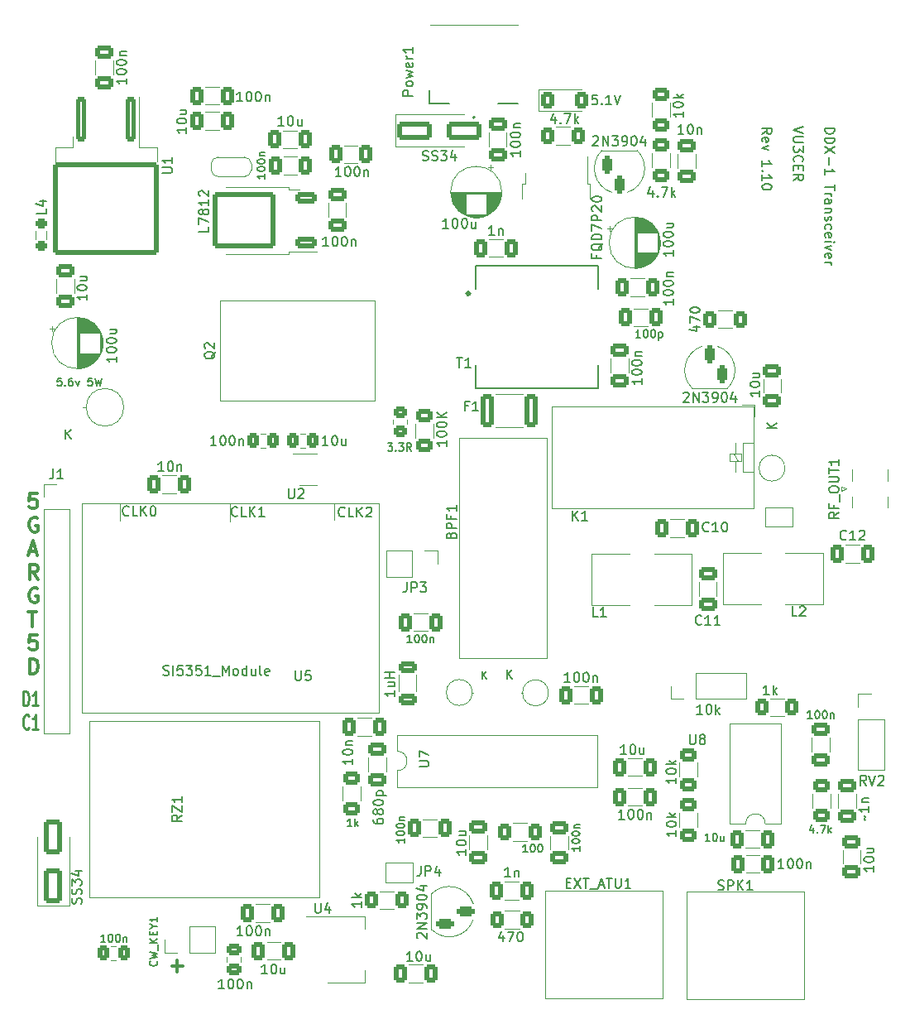
<source format=gbr>
%TF.GenerationSoftware,KiCad,Pcbnew,8.0.4-unknown-202407232306~396e531e7c~ubuntu22.04.1*%
%TF.CreationDate,2024-07-28T13:31:46+05:30*%
%TF.ProjectId,HF-PA-v10,48462d50-412d-4763-9130-2e6b69636164,rev?*%
%TF.SameCoordinates,Original*%
%TF.FileFunction,Legend,Top*%
%TF.FilePolarity,Positive*%
%FSLAX46Y46*%
G04 Gerber Fmt 4.6, Leading zero omitted, Abs format (unit mm)*
G04 Created by KiCad (PCBNEW 8.0.4-unknown-202407232306~396e531e7c~ubuntu22.04.1) date 2024-07-28 13:31:46*
%MOMM*%
%LPD*%
G01*
G04 APERTURE LIST*
G04 Aperture macros list*
%AMRoundRect*
0 Rectangle with rounded corners*
0 $1 Rounding radius*
0 $2 $3 $4 $5 $6 $7 $8 $9 X,Y pos of 4 corners*
0 Add a 4 corners polygon primitive as box body*
4,1,4,$2,$3,$4,$5,$6,$7,$8,$9,$2,$3,0*
0 Add four circle primitives for the rounded corners*
1,1,$1+$1,$2,$3*
1,1,$1+$1,$4,$5*
1,1,$1+$1,$6,$7*
1,1,$1+$1,$8,$9*
0 Add four rect primitives between the rounded corners*
20,1,$1+$1,$2,$3,$4,$5,0*
20,1,$1+$1,$4,$5,$6,$7,0*
20,1,$1+$1,$6,$7,$8,$9,0*
20,1,$1+$1,$8,$9,$2,$3,0*%
%AMFreePoly0*
4,1,6,1.000000,0.000000,0.500000,-0.750000,-0.500000,-0.750000,-0.500000,0.750000,0.500000,0.750000,1.000000,0.000000,1.000000,0.000000,$1*%
%AMFreePoly1*
4,1,6,0.500000,-0.750000,-0.650000,-0.750000,-0.150000,0.000000,-0.650000,0.750000,0.500000,0.750000,0.500000,-0.750000,0.500000,-0.750000,$1*%
%AMFreePoly2*
4,1,19,0.550000,-0.750000,0.000000,-0.750000,0.000000,-0.744911,-0.071157,-0.744911,-0.207708,-0.704816,-0.327430,-0.627875,-0.420627,-0.520320,-0.479746,-0.390866,-0.500000,-0.250000,-0.500000,0.250000,-0.479746,0.390866,-0.420627,0.520320,-0.327430,0.627875,-0.207708,0.704816,-0.071157,0.744911,0.000000,0.744911,0.000000,0.750000,0.550000,0.750000,0.550000,-0.750000,0.550000,-0.750000,
$1*%
%AMFreePoly3*
4,1,19,0.000000,0.744911,0.071157,0.744911,0.207708,0.704816,0.327430,0.627875,0.420627,0.520320,0.479746,0.390866,0.500000,0.250000,0.500000,-0.250000,0.479746,-0.390866,0.420627,-0.520320,0.327430,-0.627875,0.207708,-0.704816,0.071157,-0.744911,0.000000,-0.744911,0.000000,-0.750000,-0.550000,-0.750000,-0.550000,0.750000,0.000000,0.750000,0.000000,0.744911,0.000000,0.744911,
$1*%
G04 Aperture macros list end*
%ADD10C,0.250000*%
%ADD11C,0.300000*%
%ADD12C,0.150000*%
%ADD13C,0.120000*%
%ADD14C,0.127000*%
%ADD15C,0.200000*%
%ADD16RoundRect,0.250000X-0.412500X-0.650000X0.412500X-0.650000X0.412500X0.650000X-0.412500X0.650000X0*%
%ADD17RoundRect,0.250000X0.650000X-0.412500X0.650000X0.412500X-0.650000X0.412500X-0.650000X-0.412500X0*%
%ADD18O,3.500000X3.500000*%
%ADD19R,4.000000X1.905000*%
%ADD20O,4.000000X1.905000*%
%ADD21RoundRect,0.250000X-1.500000X-0.650000X1.500000X-0.650000X1.500000X0.650000X-1.500000X0.650000X0*%
%ADD22R,1.600000X1.600000*%
%ADD23C,1.600000*%
%ADD24RoundRect,0.250000X0.337500X0.475000X-0.337500X0.475000X-0.337500X-0.475000X0.337500X-0.475000X0*%
%ADD25R,2.000000X1.500000*%
%ADD26R,2.000000X3.800000*%
%ADD27RoundRect,0.250000X0.625000X-0.400000X0.625000X0.400000X-0.625000X0.400000X-0.625000X-0.400000X0*%
%ADD28R,2.400000X2.400000*%
%ADD29O,2.400000X2.400000*%
%ADD30C,0.800000*%
%ADD31C,6.400000*%
%ADD32RoundRect,0.250000X0.412500X0.650000X-0.412500X0.650000X-0.412500X-0.650000X0.412500X-0.650000X0*%
%ADD33R,1.560000X0.650000*%
%ADD34R,3.600000X1.270000*%
%ADD35R,4.200000X1.350000*%
%ADD36RoundRect,0.250000X-0.650000X0.412500X-0.650000X-0.412500X0.650000X-0.412500X0.650000X0.412500X0*%
%ADD37C,2.000000*%
%ADD38RoundRect,0.250000X-0.625000X0.400000X-0.625000X-0.400000X0.625000X-0.400000X0.625000X0.400000X0*%
%ADD39RoundRect,0.250000X0.700000X-0.362500X0.700000X0.362500X-0.700000X0.362500X-0.700000X-0.362500X0*%
%ADD40O,1.600000X1.600000*%
%ADD41O,4.400000X2.200000*%
%ADD42O,4.000000X2.000000*%
%ADD43O,2.000000X4.000000*%
%ADD44R,1.800000X1.100000*%
%ADD45RoundRect,0.275000X-0.625000X0.275000X-0.625000X-0.275000X0.625000X-0.275000X0.625000X0.275000X0*%
%ADD46R,1.200000X2.200000*%
%ADD47R,5.800000X6.400000*%
%ADD48R,1.700000X1.700000*%
%ADD49O,1.700000X1.700000*%
%ADD50RoundRect,0.250000X-0.400000X-0.600000X0.400000X-0.600000X0.400000X0.600000X-0.400000X0.600000X0*%
%ADD51C,1.200000*%
%ADD52O,1.800000X2.500000*%
%ADD53O,2.500000X1.800000*%
%ADD54RoundRect,0.250000X-0.337500X-0.475000X0.337500X-0.475000X0.337500X0.475000X-0.337500X0.475000X0*%
%ADD55RoundRect,0.250000X-0.300000X2.050000X-0.300000X-2.050000X0.300000X-2.050000X0.300000X2.050000X0*%
%ADD56RoundRect,0.250002X-5.149998X4.449998X-5.149998X-4.449998X5.149998X-4.449998X5.149998X4.449998X0*%
%ADD57RoundRect,0.250000X-0.400000X-0.625000X0.400000X-0.625000X0.400000X0.625000X-0.400000X0.625000X0*%
%ADD58R,5.500000X2.150000*%
%ADD59R,1.100000X1.800000*%
%ADD60RoundRect,0.275000X0.275000X0.625000X-0.275000X0.625000X-0.275000X-0.625000X0.275000X-0.625000X0*%
%ADD61C,2.020000*%
%ADD62RoundRect,0.250000X0.400000X0.625000X-0.400000X0.625000X-0.400000X-0.625000X0.400000X-0.625000X0*%
%ADD63RoundRect,0.250000X0.475000X-0.337500X0.475000X0.337500X-0.475000X0.337500X-0.475000X-0.337500X0*%
%ADD64FreePoly0,0.000000*%
%ADD65FreePoly1,0.000000*%
%ADD66RoundRect,0.250000X0.850000X0.350000X-0.850000X0.350000X-0.850000X-0.350000X0.850000X-0.350000X0*%
%ADD67RoundRect,0.249997X2.950003X2.650003X-2.950003X2.650003X-2.950003X-2.650003X2.950003X-2.650003X0*%
%ADD68R,1.400000X1.400000*%
%ADD69C,1.400000*%
%ADD70RoundRect,0.250000X0.350000X-0.275000X0.350000X0.275000X-0.350000X0.275000X-0.350000X-0.275000X0*%
%ADD71RoundRect,0.250000X-0.400000X-1.450000X0.400000X-1.450000X0.400000X1.450000X-0.400000X1.450000X0*%
%ADD72RoundRect,0.250000X0.450000X-0.350000X0.450000X0.350000X-0.450000X0.350000X-0.450000X-0.350000X0*%
%ADD73RoundRect,0.250000X0.650000X-1.500000X0.650000X1.500000X-0.650000X1.500000X-0.650000X-1.500000X0*%
%ADD74FreePoly2,0.000000*%
%ADD75R,1.000000X1.500000*%
%ADD76FreePoly3,0.000000*%
%ADD77RoundRect,0.275000X-0.275000X-0.625000X0.275000X-0.625000X0.275000X0.625000X-0.275000X0.625000X0*%
%ADD78C,1.800000*%
G04 APERTURE END LIST*
D10*
X137762568Y-132598512D02*
X137762568Y-131098512D01*
X137762568Y-131098512D02*
X138000663Y-131098512D01*
X138000663Y-131098512D02*
X138143520Y-131169941D01*
X138143520Y-131169941D02*
X138238758Y-131312798D01*
X138238758Y-131312798D02*
X138286377Y-131455655D01*
X138286377Y-131455655D02*
X138333996Y-131741369D01*
X138333996Y-131741369D02*
X138333996Y-131955655D01*
X138333996Y-131955655D02*
X138286377Y-132241369D01*
X138286377Y-132241369D02*
X138238758Y-132384226D01*
X138238758Y-132384226D02*
X138143520Y-132527084D01*
X138143520Y-132527084D02*
X138000663Y-132598512D01*
X138000663Y-132598512D02*
X137762568Y-132598512D01*
X139286377Y-132598512D02*
X138714949Y-132598512D01*
X139000663Y-132598512D02*
X139000663Y-131098512D01*
X139000663Y-131098512D02*
X138905425Y-131312798D01*
X138905425Y-131312798D02*
X138810187Y-131455655D01*
X138810187Y-131455655D02*
X138714949Y-131527084D01*
X138333996Y-134870571D02*
X138286377Y-134942000D01*
X138286377Y-134942000D02*
X138143520Y-135013428D01*
X138143520Y-135013428D02*
X138048282Y-135013428D01*
X138048282Y-135013428D02*
X137905425Y-134942000D01*
X137905425Y-134942000D02*
X137810187Y-134799142D01*
X137810187Y-134799142D02*
X137762568Y-134656285D01*
X137762568Y-134656285D02*
X137714949Y-134370571D01*
X137714949Y-134370571D02*
X137714949Y-134156285D01*
X137714949Y-134156285D02*
X137762568Y-133870571D01*
X137762568Y-133870571D02*
X137810187Y-133727714D01*
X137810187Y-133727714D02*
X137905425Y-133584857D01*
X137905425Y-133584857D02*
X138048282Y-133513428D01*
X138048282Y-133513428D02*
X138143520Y-133513428D01*
X138143520Y-133513428D02*
X138286377Y-133584857D01*
X138286377Y-133584857D02*
X138333996Y-133656285D01*
X139286377Y-135013428D02*
X138714949Y-135013428D01*
X139000663Y-135013428D02*
X139000663Y-133513428D01*
X139000663Y-133513428D02*
X138905425Y-133727714D01*
X138905425Y-133727714D02*
X138810187Y-133870571D01*
X138810187Y-133870571D02*
X138714949Y-133942000D01*
D11*
X152954510Y-159209400D02*
X154097368Y-159209400D01*
X153525939Y-159780828D02*
X153525939Y-158637971D01*
D12*
X219789956Y-73536779D02*
X220789956Y-73536779D01*
X220789956Y-73536779D02*
X220789956Y-73774874D01*
X220789956Y-73774874D02*
X220742337Y-73917731D01*
X220742337Y-73917731D02*
X220647099Y-74012969D01*
X220647099Y-74012969D02*
X220551861Y-74060588D01*
X220551861Y-74060588D02*
X220361385Y-74108207D01*
X220361385Y-74108207D02*
X220218528Y-74108207D01*
X220218528Y-74108207D02*
X220028052Y-74060588D01*
X220028052Y-74060588D02*
X219932814Y-74012969D01*
X219932814Y-74012969D02*
X219837576Y-73917731D01*
X219837576Y-73917731D02*
X219789956Y-73774874D01*
X219789956Y-73774874D02*
X219789956Y-73536779D01*
X219789956Y-74536779D02*
X220789956Y-74536779D01*
X220789956Y-74536779D02*
X220789956Y-74774874D01*
X220789956Y-74774874D02*
X220742337Y-74917731D01*
X220742337Y-74917731D02*
X220647099Y-75012969D01*
X220647099Y-75012969D02*
X220551861Y-75060588D01*
X220551861Y-75060588D02*
X220361385Y-75108207D01*
X220361385Y-75108207D02*
X220218528Y-75108207D01*
X220218528Y-75108207D02*
X220028052Y-75060588D01*
X220028052Y-75060588D02*
X219932814Y-75012969D01*
X219932814Y-75012969D02*
X219837576Y-74917731D01*
X219837576Y-74917731D02*
X219789956Y-74774874D01*
X219789956Y-74774874D02*
X219789956Y-74536779D01*
X220789956Y-75441541D02*
X219789956Y-76108207D01*
X220789956Y-76108207D02*
X219789956Y-75441541D01*
X220170909Y-76489160D02*
X220170909Y-77251065D01*
X219789956Y-78251064D02*
X219789956Y-77679636D01*
X219789956Y-77965350D02*
X220789956Y-77965350D01*
X220789956Y-77965350D02*
X220647099Y-77870112D01*
X220647099Y-77870112D02*
X220551861Y-77774874D01*
X220551861Y-77774874D02*
X220504242Y-77679636D01*
X220789956Y-79298684D02*
X220789956Y-79870112D01*
X219789956Y-79584398D02*
X220789956Y-79584398D01*
X219789956Y-80203446D02*
X220456623Y-80203446D01*
X220266147Y-80203446D02*
X220361385Y-80251065D01*
X220361385Y-80251065D02*
X220409004Y-80298684D01*
X220409004Y-80298684D02*
X220456623Y-80393922D01*
X220456623Y-80393922D02*
X220456623Y-80489160D01*
X219789956Y-81251065D02*
X220313766Y-81251065D01*
X220313766Y-81251065D02*
X220409004Y-81203446D01*
X220409004Y-81203446D02*
X220456623Y-81108208D01*
X220456623Y-81108208D02*
X220456623Y-80917732D01*
X220456623Y-80917732D02*
X220409004Y-80822494D01*
X219837576Y-81251065D02*
X219789956Y-81155827D01*
X219789956Y-81155827D02*
X219789956Y-80917732D01*
X219789956Y-80917732D02*
X219837576Y-80822494D01*
X219837576Y-80822494D02*
X219932814Y-80774875D01*
X219932814Y-80774875D02*
X220028052Y-80774875D01*
X220028052Y-80774875D02*
X220123290Y-80822494D01*
X220123290Y-80822494D02*
X220170909Y-80917732D01*
X220170909Y-80917732D02*
X220170909Y-81155827D01*
X220170909Y-81155827D02*
X220218528Y-81251065D01*
X220456623Y-81727256D02*
X219789956Y-81727256D01*
X220361385Y-81727256D02*
X220409004Y-81774875D01*
X220409004Y-81774875D02*
X220456623Y-81870113D01*
X220456623Y-81870113D02*
X220456623Y-82012970D01*
X220456623Y-82012970D02*
X220409004Y-82108208D01*
X220409004Y-82108208D02*
X220313766Y-82155827D01*
X220313766Y-82155827D02*
X219789956Y-82155827D01*
X219837576Y-82584399D02*
X219789956Y-82679637D01*
X219789956Y-82679637D02*
X219789956Y-82870113D01*
X219789956Y-82870113D02*
X219837576Y-82965351D01*
X219837576Y-82965351D02*
X219932814Y-83012970D01*
X219932814Y-83012970D02*
X219980433Y-83012970D01*
X219980433Y-83012970D02*
X220075671Y-82965351D01*
X220075671Y-82965351D02*
X220123290Y-82870113D01*
X220123290Y-82870113D02*
X220123290Y-82727256D01*
X220123290Y-82727256D02*
X220170909Y-82632018D01*
X220170909Y-82632018D02*
X220266147Y-82584399D01*
X220266147Y-82584399D02*
X220313766Y-82584399D01*
X220313766Y-82584399D02*
X220409004Y-82632018D01*
X220409004Y-82632018D02*
X220456623Y-82727256D01*
X220456623Y-82727256D02*
X220456623Y-82870113D01*
X220456623Y-82870113D02*
X220409004Y-82965351D01*
X219837576Y-83870113D02*
X219789956Y-83774875D01*
X219789956Y-83774875D02*
X219789956Y-83584399D01*
X219789956Y-83584399D02*
X219837576Y-83489161D01*
X219837576Y-83489161D02*
X219885195Y-83441542D01*
X219885195Y-83441542D02*
X219980433Y-83393923D01*
X219980433Y-83393923D02*
X220266147Y-83393923D01*
X220266147Y-83393923D02*
X220361385Y-83441542D01*
X220361385Y-83441542D02*
X220409004Y-83489161D01*
X220409004Y-83489161D02*
X220456623Y-83584399D01*
X220456623Y-83584399D02*
X220456623Y-83774875D01*
X220456623Y-83774875D02*
X220409004Y-83870113D01*
X219837576Y-84679637D02*
X219789956Y-84584399D01*
X219789956Y-84584399D02*
X219789956Y-84393923D01*
X219789956Y-84393923D02*
X219837576Y-84298685D01*
X219837576Y-84298685D02*
X219932814Y-84251066D01*
X219932814Y-84251066D02*
X220313766Y-84251066D01*
X220313766Y-84251066D02*
X220409004Y-84298685D01*
X220409004Y-84298685D02*
X220456623Y-84393923D01*
X220456623Y-84393923D02*
X220456623Y-84584399D01*
X220456623Y-84584399D02*
X220409004Y-84679637D01*
X220409004Y-84679637D02*
X220313766Y-84727256D01*
X220313766Y-84727256D02*
X220218528Y-84727256D01*
X220218528Y-84727256D02*
X220123290Y-84251066D01*
X219789956Y-85155828D02*
X220456623Y-85155828D01*
X220789956Y-85155828D02*
X220742337Y-85108209D01*
X220742337Y-85108209D02*
X220694718Y-85155828D01*
X220694718Y-85155828D02*
X220742337Y-85203447D01*
X220742337Y-85203447D02*
X220789956Y-85155828D01*
X220789956Y-85155828D02*
X220694718Y-85155828D01*
X220456623Y-85536780D02*
X219789956Y-85774875D01*
X219789956Y-85774875D02*
X220456623Y-86012970D01*
X219837576Y-86774875D02*
X219789956Y-86679637D01*
X219789956Y-86679637D02*
X219789956Y-86489161D01*
X219789956Y-86489161D02*
X219837576Y-86393923D01*
X219837576Y-86393923D02*
X219932814Y-86346304D01*
X219932814Y-86346304D02*
X220313766Y-86346304D01*
X220313766Y-86346304D02*
X220409004Y-86393923D01*
X220409004Y-86393923D02*
X220456623Y-86489161D01*
X220456623Y-86489161D02*
X220456623Y-86679637D01*
X220456623Y-86679637D02*
X220409004Y-86774875D01*
X220409004Y-86774875D02*
X220313766Y-86822494D01*
X220313766Y-86822494D02*
X220218528Y-86822494D01*
X220218528Y-86822494D02*
X220123290Y-86346304D01*
X219789956Y-87251066D02*
X220456623Y-87251066D01*
X220266147Y-87251066D02*
X220361385Y-87298685D01*
X220361385Y-87298685D02*
X220409004Y-87346304D01*
X220409004Y-87346304D02*
X220456623Y-87441542D01*
X220456623Y-87441542D02*
X220456623Y-87536780D01*
X217570068Y-73393922D02*
X216570068Y-73727255D01*
X216570068Y-73727255D02*
X217570068Y-74060588D01*
X217570068Y-74393922D02*
X216760545Y-74393922D01*
X216760545Y-74393922D02*
X216665307Y-74441541D01*
X216665307Y-74441541D02*
X216617688Y-74489160D01*
X216617688Y-74489160D02*
X216570068Y-74584398D01*
X216570068Y-74584398D02*
X216570068Y-74774874D01*
X216570068Y-74774874D02*
X216617688Y-74870112D01*
X216617688Y-74870112D02*
X216665307Y-74917731D01*
X216665307Y-74917731D02*
X216760545Y-74965350D01*
X216760545Y-74965350D02*
X217570068Y-74965350D01*
X217570068Y-75346303D02*
X217570068Y-75965350D01*
X217570068Y-75965350D02*
X217189116Y-75632017D01*
X217189116Y-75632017D02*
X217189116Y-75774874D01*
X217189116Y-75774874D02*
X217141497Y-75870112D01*
X217141497Y-75870112D02*
X217093878Y-75917731D01*
X217093878Y-75917731D02*
X216998640Y-75965350D01*
X216998640Y-75965350D02*
X216760545Y-75965350D01*
X216760545Y-75965350D02*
X216665307Y-75917731D01*
X216665307Y-75917731D02*
X216617688Y-75870112D01*
X216617688Y-75870112D02*
X216570068Y-75774874D01*
X216570068Y-75774874D02*
X216570068Y-75489160D01*
X216570068Y-75489160D02*
X216617688Y-75393922D01*
X216617688Y-75393922D02*
X216665307Y-75346303D01*
X216665307Y-76965350D02*
X216617688Y-76917731D01*
X216617688Y-76917731D02*
X216570068Y-76774874D01*
X216570068Y-76774874D02*
X216570068Y-76679636D01*
X216570068Y-76679636D02*
X216617688Y-76536779D01*
X216617688Y-76536779D02*
X216712926Y-76441541D01*
X216712926Y-76441541D02*
X216808164Y-76393922D01*
X216808164Y-76393922D02*
X216998640Y-76346303D01*
X216998640Y-76346303D02*
X217141497Y-76346303D01*
X217141497Y-76346303D02*
X217331973Y-76393922D01*
X217331973Y-76393922D02*
X217427211Y-76441541D01*
X217427211Y-76441541D02*
X217522449Y-76536779D01*
X217522449Y-76536779D02*
X217570068Y-76679636D01*
X217570068Y-76679636D02*
X217570068Y-76774874D01*
X217570068Y-76774874D02*
X217522449Y-76917731D01*
X217522449Y-76917731D02*
X217474830Y-76965350D01*
X217093878Y-77393922D02*
X217093878Y-77727255D01*
X216570068Y-77870112D02*
X216570068Y-77393922D01*
X216570068Y-77393922D02*
X217570068Y-77393922D01*
X217570068Y-77393922D02*
X217570068Y-77870112D01*
X216570068Y-78870112D02*
X217046259Y-78536779D01*
X216570068Y-78298684D02*
X217570068Y-78298684D01*
X217570068Y-78298684D02*
X217570068Y-78679636D01*
X217570068Y-78679636D02*
X217522449Y-78774874D01*
X217522449Y-78774874D02*
X217474830Y-78822493D01*
X217474830Y-78822493D02*
X217379592Y-78870112D01*
X217379592Y-78870112D02*
X217236735Y-78870112D01*
X217236735Y-78870112D02*
X217141497Y-78822493D01*
X217141497Y-78822493D02*
X217093878Y-78774874D01*
X217093878Y-78774874D02*
X217046259Y-78679636D01*
X217046259Y-78679636D02*
X217046259Y-78298684D01*
X213350180Y-74108207D02*
X213826371Y-73774874D01*
X213350180Y-73536779D02*
X214350180Y-73536779D01*
X214350180Y-73536779D02*
X214350180Y-73917731D01*
X214350180Y-73917731D02*
X214302561Y-74012969D01*
X214302561Y-74012969D02*
X214254942Y-74060588D01*
X214254942Y-74060588D02*
X214159704Y-74108207D01*
X214159704Y-74108207D02*
X214016847Y-74108207D01*
X214016847Y-74108207D02*
X213921609Y-74060588D01*
X213921609Y-74060588D02*
X213873990Y-74012969D01*
X213873990Y-74012969D02*
X213826371Y-73917731D01*
X213826371Y-73917731D02*
X213826371Y-73536779D01*
X213397800Y-74917731D02*
X213350180Y-74822493D01*
X213350180Y-74822493D02*
X213350180Y-74632017D01*
X213350180Y-74632017D02*
X213397800Y-74536779D01*
X213397800Y-74536779D02*
X213493038Y-74489160D01*
X213493038Y-74489160D02*
X213873990Y-74489160D01*
X213873990Y-74489160D02*
X213969228Y-74536779D01*
X213969228Y-74536779D02*
X214016847Y-74632017D01*
X214016847Y-74632017D02*
X214016847Y-74822493D01*
X214016847Y-74822493D02*
X213969228Y-74917731D01*
X213969228Y-74917731D02*
X213873990Y-74965350D01*
X213873990Y-74965350D02*
X213778752Y-74965350D01*
X213778752Y-74965350D02*
X213683514Y-74489160D01*
X214016847Y-75298684D02*
X213350180Y-75536779D01*
X213350180Y-75536779D02*
X214016847Y-75774874D01*
X213350180Y-77441541D02*
X213350180Y-76870113D01*
X213350180Y-77155827D02*
X214350180Y-77155827D01*
X214350180Y-77155827D02*
X214207323Y-77060589D01*
X214207323Y-77060589D02*
X214112085Y-76965351D01*
X214112085Y-76965351D02*
X214064466Y-76870113D01*
X213445419Y-77870113D02*
X213397800Y-77917732D01*
X213397800Y-77917732D02*
X213350180Y-77870113D01*
X213350180Y-77870113D02*
X213397800Y-77822494D01*
X213397800Y-77822494D02*
X213445419Y-77870113D01*
X213445419Y-77870113D02*
X213350180Y-77870113D01*
X213350180Y-78870112D02*
X213350180Y-78298684D01*
X213350180Y-78584398D02*
X214350180Y-78584398D01*
X214350180Y-78584398D02*
X214207323Y-78489160D01*
X214207323Y-78489160D02*
X214112085Y-78393922D01*
X214112085Y-78393922D02*
X214064466Y-78298684D01*
X214350180Y-79489160D02*
X214350180Y-79584398D01*
X214350180Y-79584398D02*
X214302561Y-79679636D01*
X214302561Y-79679636D02*
X214254942Y-79727255D01*
X214254942Y-79727255D02*
X214159704Y-79774874D01*
X214159704Y-79774874D02*
X213969228Y-79822493D01*
X213969228Y-79822493D02*
X213731133Y-79822493D01*
X213731133Y-79822493D02*
X213540657Y-79774874D01*
X213540657Y-79774874D02*
X213445419Y-79727255D01*
X213445419Y-79727255D02*
X213397800Y-79679636D01*
X213397800Y-79679636D02*
X213350180Y-79584398D01*
X213350180Y-79584398D02*
X213350180Y-79489160D01*
X213350180Y-79489160D02*
X213397800Y-79393922D01*
X213397800Y-79393922D02*
X213445419Y-79346303D01*
X213445419Y-79346303D02*
X213540657Y-79298684D01*
X213540657Y-79298684D02*
X213731133Y-79251065D01*
X213731133Y-79251065D02*
X213969228Y-79251065D01*
X213969228Y-79251065D02*
X214159704Y-79298684D01*
X214159704Y-79298684D02*
X214254942Y-79346303D01*
X214254942Y-79346303D02*
X214302561Y-79393922D01*
X214302561Y-79393922D02*
X214350180Y-79489160D01*
D11*
X139148796Y-110906416D02*
X138434510Y-110906416D01*
X138434510Y-110906416D02*
X138363082Y-111620702D01*
X138363082Y-111620702D02*
X138434510Y-111549273D01*
X138434510Y-111549273D02*
X138577368Y-111477845D01*
X138577368Y-111477845D02*
X138934510Y-111477845D01*
X138934510Y-111477845D02*
X139077368Y-111549273D01*
X139077368Y-111549273D02*
X139148796Y-111620702D01*
X139148796Y-111620702D02*
X139220225Y-111763559D01*
X139220225Y-111763559D02*
X139220225Y-112120702D01*
X139220225Y-112120702D02*
X139148796Y-112263559D01*
X139148796Y-112263559D02*
X139077368Y-112334988D01*
X139077368Y-112334988D02*
X138934510Y-112406416D01*
X138934510Y-112406416D02*
X138577368Y-112406416D01*
X138577368Y-112406416D02*
X138434510Y-112334988D01*
X138434510Y-112334988D02*
X138363082Y-112263559D01*
X139220225Y-113392761D02*
X139077368Y-113321332D01*
X139077368Y-113321332D02*
X138863082Y-113321332D01*
X138863082Y-113321332D02*
X138648796Y-113392761D01*
X138648796Y-113392761D02*
X138505939Y-113535618D01*
X138505939Y-113535618D02*
X138434510Y-113678475D01*
X138434510Y-113678475D02*
X138363082Y-113964189D01*
X138363082Y-113964189D02*
X138363082Y-114178475D01*
X138363082Y-114178475D02*
X138434510Y-114464189D01*
X138434510Y-114464189D02*
X138505939Y-114607046D01*
X138505939Y-114607046D02*
X138648796Y-114749904D01*
X138648796Y-114749904D02*
X138863082Y-114821332D01*
X138863082Y-114821332D02*
X139005939Y-114821332D01*
X139005939Y-114821332D02*
X139220225Y-114749904D01*
X139220225Y-114749904D02*
X139291653Y-114678475D01*
X139291653Y-114678475D02*
X139291653Y-114178475D01*
X139291653Y-114178475D02*
X139005939Y-114178475D01*
X138363082Y-116807677D02*
X139077368Y-116807677D01*
X138220225Y-117236248D02*
X138720225Y-115736248D01*
X138720225Y-115736248D02*
X139220225Y-117236248D01*
X139291653Y-119651164D02*
X138791653Y-118936878D01*
X138434510Y-119651164D02*
X138434510Y-118151164D01*
X138434510Y-118151164D02*
X139005939Y-118151164D01*
X139005939Y-118151164D02*
X139148796Y-118222593D01*
X139148796Y-118222593D02*
X139220225Y-118294021D01*
X139220225Y-118294021D02*
X139291653Y-118436878D01*
X139291653Y-118436878D02*
X139291653Y-118651164D01*
X139291653Y-118651164D02*
X139220225Y-118794021D01*
X139220225Y-118794021D02*
X139148796Y-118865450D01*
X139148796Y-118865450D02*
X139005939Y-118936878D01*
X139005939Y-118936878D02*
X138434510Y-118936878D01*
X139220225Y-120637509D02*
X139077368Y-120566080D01*
X139077368Y-120566080D02*
X138863082Y-120566080D01*
X138863082Y-120566080D02*
X138648796Y-120637509D01*
X138648796Y-120637509D02*
X138505939Y-120780366D01*
X138505939Y-120780366D02*
X138434510Y-120923223D01*
X138434510Y-120923223D02*
X138363082Y-121208937D01*
X138363082Y-121208937D02*
X138363082Y-121423223D01*
X138363082Y-121423223D02*
X138434510Y-121708937D01*
X138434510Y-121708937D02*
X138505939Y-121851794D01*
X138505939Y-121851794D02*
X138648796Y-121994652D01*
X138648796Y-121994652D02*
X138863082Y-122066080D01*
X138863082Y-122066080D02*
X139005939Y-122066080D01*
X139005939Y-122066080D02*
X139220225Y-121994652D01*
X139220225Y-121994652D02*
X139291653Y-121923223D01*
X139291653Y-121923223D02*
X139291653Y-121423223D01*
X139291653Y-121423223D02*
X139005939Y-121423223D01*
X138220225Y-122980996D02*
X139077368Y-122980996D01*
X138648796Y-124480996D02*
X138648796Y-122980996D01*
X139148796Y-125395912D02*
X138434510Y-125395912D01*
X138434510Y-125395912D02*
X138363082Y-126110198D01*
X138363082Y-126110198D02*
X138434510Y-126038769D01*
X138434510Y-126038769D02*
X138577368Y-125967341D01*
X138577368Y-125967341D02*
X138934510Y-125967341D01*
X138934510Y-125967341D02*
X139077368Y-126038769D01*
X139077368Y-126038769D02*
X139148796Y-126110198D01*
X139148796Y-126110198D02*
X139220225Y-126253055D01*
X139220225Y-126253055D02*
X139220225Y-126610198D01*
X139220225Y-126610198D02*
X139148796Y-126753055D01*
X139148796Y-126753055D02*
X139077368Y-126824484D01*
X139077368Y-126824484D02*
X138934510Y-126895912D01*
X138934510Y-126895912D02*
X138577368Y-126895912D01*
X138577368Y-126895912D02*
X138434510Y-126824484D01*
X138434510Y-126824484D02*
X138363082Y-126753055D01*
X138434510Y-129310828D02*
X138434510Y-127810828D01*
X138434510Y-127810828D02*
X138791653Y-127810828D01*
X138791653Y-127810828D02*
X139005939Y-127882257D01*
X139005939Y-127882257D02*
X139148796Y-128025114D01*
X139148796Y-128025114D02*
X139220225Y-128167971D01*
X139220225Y-128167971D02*
X139291653Y-128453685D01*
X139291653Y-128453685D02*
X139291653Y-128667971D01*
X139291653Y-128667971D02*
X139220225Y-128953685D01*
X139220225Y-128953685D02*
X139148796Y-129096542D01*
X139148796Y-129096542D02*
X139005939Y-129239400D01*
X139005939Y-129239400D02*
X138791653Y-129310828D01*
X138791653Y-129310828D02*
X138434510Y-129310828D01*
D12*
X154454819Y-73452857D02*
X154454819Y-74024285D01*
X154454819Y-73738571D02*
X153454819Y-73738571D01*
X153454819Y-73738571D02*
X153597676Y-73833809D01*
X153597676Y-73833809D02*
X153692914Y-73929047D01*
X153692914Y-73929047D02*
X153740533Y-74024285D01*
X153454819Y-72833809D02*
X153454819Y-72738571D01*
X153454819Y-72738571D02*
X153502438Y-72643333D01*
X153502438Y-72643333D02*
X153550057Y-72595714D01*
X153550057Y-72595714D02*
X153645295Y-72548095D01*
X153645295Y-72548095D02*
X153835771Y-72500476D01*
X153835771Y-72500476D02*
X154073866Y-72500476D01*
X154073866Y-72500476D02*
X154264342Y-72548095D01*
X154264342Y-72548095D02*
X154359580Y-72595714D01*
X154359580Y-72595714D02*
X154407200Y-72643333D01*
X154407200Y-72643333D02*
X154454819Y-72738571D01*
X154454819Y-72738571D02*
X154454819Y-72833809D01*
X154454819Y-72833809D02*
X154407200Y-72929047D01*
X154407200Y-72929047D02*
X154359580Y-72976666D01*
X154359580Y-72976666D02*
X154264342Y-73024285D01*
X154264342Y-73024285D02*
X154073866Y-73071904D01*
X154073866Y-73071904D02*
X153835771Y-73071904D01*
X153835771Y-73071904D02*
X153645295Y-73024285D01*
X153645295Y-73024285D02*
X153550057Y-72976666D01*
X153550057Y-72976666D02*
X153502438Y-72929047D01*
X153502438Y-72929047D02*
X153454819Y-72833809D01*
X153788152Y-71643333D02*
X154454819Y-71643333D01*
X153788152Y-72071904D02*
X154311961Y-72071904D01*
X154311961Y-72071904D02*
X154407200Y-72024285D01*
X154407200Y-72024285D02*
X154454819Y-71929047D01*
X154454819Y-71929047D02*
X154454819Y-71786190D01*
X154454819Y-71786190D02*
X154407200Y-71690952D01*
X154407200Y-71690952D02*
X154359580Y-71643333D01*
X201044819Y-99146547D02*
X201044819Y-99717975D01*
X201044819Y-99432261D02*
X200044819Y-99432261D01*
X200044819Y-99432261D02*
X200187676Y-99527499D01*
X200187676Y-99527499D02*
X200282914Y-99622737D01*
X200282914Y-99622737D02*
X200330533Y-99717975D01*
X200044819Y-98527499D02*
X200044819Y-98432261D01*
X200044819Y-98432261D02*
X200092438Y-98337023D01*
X200092438Y-98337023D02*
X200140057Y-98289404D01*
X200140057Y-98289404D02*
X200235295Y-98241785D01*
X200235295Y-98241785D02*
X200425771Y-98194166D01*
X200425771Y-98194166D02*
X200663866Y-98194166D01*
X200663866Y-98194166D02*
X200854342Y-98241785D01*
X200854342Y-98241785D02*
X200949580Y-98289404D01*
X200949580Y-98289404D02*
X200997200Y-98337023D01*
X200997200Y-98337023D02*
X201044819Y-98432261D01*
X201044819Y-98432261D02*
X201044819Y-98527499D01*
X201044819Y-98527499D02*
X200997200Y-98622737D01*
X200997200Y-98622737D02*
X200949580Y-98670356D01*
X200949580Y-98670356D02*
X200854342Y-98717975D01*
X200854342Y-98717975D02*
X200663866Y-98765594D01*
X200663866Y-98765594D02*
X200425771Y-98765594D01*
X200425771Y-98765594D02*
X200235295Y-98717975D01*
X200235295Y-98717975D02*
X200140057Y-98670356D01*
X200140057Y-98670356D02*
X200092438Y-98622737D01*
X200092438Y-98622737D02*
X200044819Y-98527499D01*
X200044819Y-97575118D02*
X200044819Y-97479880D01*
X200044819Y-97479880D02*
X200092438Y-97384642D01*
X200092438Y-97384642D02*
X200140057Y-97337023D01*
X200140057Y-97337023D02*
X200235295Y-97289404D01*
X200235295Y-97289404D02*
X200425771Y-97241785D01*
X200425771Y-97241785D02*
X200663866Y-97241785D01*
X200663866Y-97241785D02*
X200854342Y-97289404D01*
X200854342Y-97289404D02*
X200949580Y-97337023D01*
X200949580Y-97337023D02*
X200997200Y-97384642D01*
X200997200Y-97384642D02*
X201044819Y-97479880D01*
X201044819Y-97479880D02*
X201044819Y-97575118D01*
X201044819Y-97575118D02*
X200997200Y-97670356D01*
X200997200Y-97670356D02*
X200949580Y-97717975D01*
X200949580Y-97717975D02*
X200854342Y-97765594D01*
X200854342Y-97765594D02*
X200663866Y-97813213D01*
X200663866Y-97813213D02*
X200425771Y-97813213D01*
X200425771Y-97813213D02*
X200235295Y-97765594D01*
X200235295Y-97765594D02*
X200140057Y-97717975D01*
X200140057Y-97717975D02*
X200092438Y-97670356D01*
X200092438Y-97670356D02*
X200044819Y-97575118D01*
X200378152Y-96813213D02*
X201044819Y-96813213D01*
X200473390Y-96813213D02*
X200425771Y-96765594D01*
X200425771Y-96765594D02*
X200378152Y-96670356D01*
X200378152Y-96670356D02*
X200378152Y-96527499D01*
X200378152Y-96527499D02*
X200425771Y-96432261D01*
X200425771Y-96432261D02*
X200521009Y-96384642D01*
X200521009Y-96384642D02*
X201044819Y-96384642D01*
X157410057Y-96380238D02*
X157362438Y-96475476D01*
X157362438Y-96475476D02*
X157267200Y-96570714D01*
X157267200Y-96570714D02*
X157124342Y-96713571D01*
X157124342Y-96713571D02*
X157076723Y-96808809D01*
X157076723Y-96808809D02*
X157076723Y-96904047D01*
X157314819Y-96856428D02*
X157267200Y-96951666D01*
X157267200Y-96951666D02*
X157171961Y-97046904D01*
X157171961Y-97046904D02*
X156981485Y-97094523D01*
X156981485Y-97094523D02*
X156648152Y-97094523D01*
X156648152Y-97094523D02*
X156457676Y-97046904D01*
X156457676Y-97046904D02*
X156362438Y-96951666D01*
X156362438Y-96951666D02*
X156314819Y-96856428D01*
X156314819Y-96856428D02*
X156314819Y-96665952D01*
X156314819Y-96665952D02*
X156362438Y-96570714D01*
X156362438Y-96570714D02*
X156457676Y-96475476D01*
X156457676Y-96475476D02*
X156648152Y-96427857D01*
X156648152Y-96427857D02*
X156981485Y-96427857D01*
X156981485Y-96427857D02*
X157171961Y-96475476D01*
X157171961Y-96475476D02*
X157267200Y-96570714D01*
X157267200Y-96570714D02*
X157314819Y-96665952D01*
X157314819Y-96665952D02*
X157314819Y-96856428D01*
X156410057Y-96046904D02*
X156362438Y-95999285D01*
X156362438Y-95999285D02*
X156314819Y-95904047D01*
X156314819Y-95904047D02*
X156314819Y-95665952D01*
X156314819Y-95665952D02*
X156362438Y-95570714D01*
X156362438Y-95570714D02*
X156410057Y-95523095D01*
X156410057Y-95523095D02*
X156505295Y-95475476D01*
X156505295Y-95475476D02*
X156600533Y-95475476D01*
X156600533Y-95475476D02*
X156743390Y-95523095D01*
X156743390Y-95523095D02*
X157314819Y-96094523D01*
X157314819Y-96094523D02*
X157314819Y-95475476D01*
X178615714Y-76787200D02*
X178758571Y-76834819D01*
X178758571Y-76834819D02*
X178996666Y-76834819D01*
X178996666Y-76834819D02*
X179091904Y-76787200D01*
X179091904Y-76787200D02*
X179139523Y-76739580D01*
X179139523Y-76739580D02*
X179187142Y-76644342D01*
X179187142Y-76644342D02*
X179187142Y-76549104D01*
X179187142Y-76549104D02*
X179139523Y-76453866D01*
X179139523Y-76453866D02*
X179091904Y-76406247D01*
X179091904Y-76406247D02*
X178996666Y-76358628D01*
X178996666Y-76358628D02*
X178806190Y-76311009D01*
X178806190Y-76311009D02*
X178710952Y-76263390D01*
X178710952Y-76263390D02*
X178663333Y-76215771D01*
X178663333Y-76215771D02*
X178615714Y-76120533D01*
X178615714Y-76120533D02*
X178615714Y-76025295D01*
X178615714Y-76025295D02*
X178663333Y-75930057D01*
X178663333Y-75930057D02*
X178710952Y-75882438D01*
X178710952Y-75882438D02*
X178806190Y-75834819D01*
X178806190Y-75834819D02*
X179044285Y-75834819D01*
X179044285Y-75834819D02*
X179187142Y-75882438D01*
X179568095Y-76787200D02*
X179710952Y-76834819D01*
X179710952Y-76834819D02*
X179949047Y-76834819D01*
X179949047Y-76834819D02*
X180044285Y-76787200D01*
X180044285Y-76787200D02*
X180091904Y-76739580D01*
X180091904Y-76739580D02*
X180139523Y-76644342D01*
X180139523Y-76644342D02*
X180139523Y-76549104D01*
X180139523Y-76549104D02*
X180091904Y-76453866D01*
X180091904Y-76453866D02*
X180044285Y-76406247D01*
X180044285Y-76406247D02*
X179949047Y-76358628D01*
X179949047Y-76358628D02*
X179758571Y-76311009D01*
X179758571Y-76311009D02*
X179663333Y-76263390D01*
X179663333Y-76263390D02*
X179615714Y-76215771D01*
X179615714Y-76215771D02*
X179568095Y-76120533D01*
X179568095Y-76120533D02*
X179568095Y-76025295D01*
X179568095Y-76025295D02*
X179615714Y-75930057D01*
X179615714Y-75930057D02*
X179663333Y-75882438D01*
X179663333Y-75882438D02*
X179758571Y-75834819D01*
X179758571Y-75834819D02*
X179996666Y-75834819D01*
X179996666Y-75834819D02*
X180139523Y-75882438D01*
X180472857Y-75834819D02*
X181091904Y-75834819D01*
X181091904Y-75834819D02*
X180758571Y-76215771D01*
X180758571Y-76215771D02*
X180901428Y-76215771D01*
X180901428Y-76215771D02*
X180996666Y-76263390D01*
X180996666Y-76263390D02*
X181044285Y-76311009D01*
X181044285Y-76311009D02*
X181091904Y-76406247D01*
X181091904Y-76406247D02*
X181091904Y-76644342D01*
X181091904Y-76644342D02*
X181044285Y-76739580D01*
X181044285Y-76739580D02*
X180996666Y-76787200D01*
X180996666Y-76787200D02*
X180901428Y-76834819D01*
X180901428Y-76834819D02*
X180615714Y-76834819D01*
X180615714Y-76834819D02*
X180520476Y-76787200D01*
X180520476Y-76787200D02*
X180472857Y-76739580D01*
X181949047Y-76168152D02*
X181949047Y-76834819D01*
X181710952Y-75787200D02*
X181472857Y-76501485D01*
X181472857Y-76501485D02*
X182091904Y-76501485D01*
X204254819Y-86019047D02*
X204254819Y-86590475D01*
X204254819Y-86304761D02*
X203254819Y-86304761D01*
X203254819Y-86304761D02*
X203397676Y-86399999D01*
X203397676Y-86399999D02*
X203492914Y-86495237D01*
X203492914Y-86495237D02*
X203540533Y-86590475D01*
X203254819Y-85399999D02*
X203254819Y-85304761D01*
X203254819Y-85304761D02*
X203302438Y-85209523D01*
X203302438Y-85209523D02*
X203350057Y-85161904D01*
X203350057Y-85161904D02*
X203445295Y-85114285D01*
X203445295Y-85114285D02*
X203635771Y-85066666D01*
X203635771Y-85066666D02*
X203873866Y-85066666D01*
X203873866Y-85066666D02*
X204064342Y-85114285D01*
X204064342Y-85114285D02*
X204159580Y-85161904D01*
X204159580Y-85161904D02*
X204207200Y-85209523D01*
X204207200Y-85209523D02*
X204254819Y-85304761D01*
X204254819Y-85304761D02*
X204254819Y-85399999D01*
X204254819Y-85399999D02*
X204207200Y-85495237D01*
X204207200Y-85495237D02*
X204159580Y-85542856D01*
X204159580Y-85542856D02*
X204064342Y-85590475D01*
X204064342Y-85590475D02*
X203873866Y-85638094D01*
X203873866Y-85638094D02*
X203635771Y-85638094D01*
X203635771Y-85638094D02*
X203445295Y-85590475D01*
X203445295Y-85590475D02*
X203350057Y-85542856D01*
X203350057Y-85542856D02*
X203302438Y-85495237D01*
X203302438Y-85495237D02*
X203254819Y-85399999D01*
X203254819Y-84447618D02*
X203254819Y-84352380D01*
X203254819Y-84352380D02*
X203302438Y-84257142D01*
X203302438Y-84257142D02*
X203350057Y-84209523D01*
X203350057Y-84209523D02*
X203445295Y-84161904D01*
X203445295Y-84161904D02*
X203635771Y-84114285D01*
X203635771Y-84114285D02*
X203873866Y-84114285D01*
X203873866Y-84114285D02*
X204064342Y-84161904D01*
X204064342Y-84161904D02*
X204159580Y-84209523D01*
X204159580Y-84209523D02*
X204207200Y-84257142D01*
X204207200Y-84257142D02*
X204254819Y-84352380D01*
X204254819Y-84352380D02*
X204254819Y-84447618D01*
X204254819Y-84447618D02*
X204207200Y-84542856D01*
X204207200Y-84542856D02*
X204159580Y-84590475D01*
X204159580Y-84590475D02*
X204064342Y-84638094D01*
X204064342Y-84638094D02*
X203873866Y-84685713D01*
X203873866Y-84685713D02*
X203635771Y-84685713D01*
X203635771Y-84685713D02*
X203445295Y-84638094D01*
X203445295Y-84638094D02*
X203350057Y-84590475D01*
X203350057Y-84590475D02*
X203302438Y-84542856D01*
X203302438Y-84542856D02*
X203254819Y-84447618D01*
X203588152Y-83257142D02*
X204254819Y-83257142D01*
X203588152Y-83685713D02*
X204111961Y-83685713D01*
X204111961Y-83685713D02*
X204207200Y-83638094D01*
X204207200Y-83638094D02*
X204254819Y-83542856D01*
X204254819Y-83542856D02*
X204254819Y-83399999D01*
X204254819Y-83399999D02*
X204207200Y-83304761D01*
X204207200Y-83304761D02*
X204159580Y-83257142D01*
X146154761Y-156772295D02*
X145697618Y-156772295D01*
X145926190Y-156772295D02*
X145926190Y-155972295D01*
X145926190Y-155972295D02*
X145849999Y-156086580D01*
X145849999Y-156086580D02*
X145773809Y-156162771D01*
X145773809Y-156162771D02*
X145697618Y-156200866D01*
X146650000Y-155972295D02*
X146726190Y-155972295D01*
X146726190Y-155972295D02*
X146802381Y-156010390D01*
X146802381Y-156010390D02*
X146840476Y-156048485D01*
X146840476Y-156048485D02*
X146878571Y-156124676D01*
X146878571Y-156124676D02*
X146916666Y-156277057D01*
X146916666Y-156277057D02*
X146916666Y-156467533D01*
X146916666Y-156467533D02*
X146878571Y-156619914D01*
X146878571Y-156619914D02*
X146840476Y-156696104D01*
X146840476Y-156696104D02*
X146802381Y-156734200D01*
X146802381Y-156734200D02*
X146726190Y-156772295D01*
X146726190Y-156772295D02*
X146650000Y-156772295D01*
X146650000Y-156772295D02*
X146573809Y-156734200D01*
X146573809Y-156734200D02*
X146535714Y-156696104D01*
X146535714Y-156696104D02*
X146497619Y-156619914D01*
X146497619Y-156619914D02*
X146459523Y-156467533D01*
X146459523Y-156467533D02*
X146459523Y-156277057D01*
X146459523Y-156277057D02*
X146497619Y-156124676D01*
X146497619Y-156124676D02*
X146535714Y-156048485D01*
X146535714Y-156048485D02*
X146573809Y-156010390D01*
X146573809Y-156010390D02*
X146650000Y-155972295D01*
X147411905Y-155972295D02*
X147488095Y-155972295D01*
X147488095Y-155972295D02*
X147564286Y-156010390D01*
X147564286Y-156010390D02*
X147602381Y-156048485D01*
X147602381Y-156048485D02*
X147640476Y-156124676D01*
X147640476Y-156124676D02*
X147678571Y-156277057D01*
X147678571Y-156277057D02*
X147678571Y-156467533D01*
X147678571Y-156467533D02*
X147640476Y-156619914D01*
X147640476Y-156619914D02*
X147602381Y-156696104D01*
X147602381Y-156696104D02*
X147564286Y-156734200D01*
X147564286Y-156734200D02*
X147488095Y-156772295D01*
X147488095Y-156772295D02*
X147411905Y-156772295D01*
X147411905Y-156772295D02*
X147335714Y-156734200D01*
X147335714Y-156734200D02*
X147297619Y-156696104D01*
X147297619Y-156696104D02*
X147259524Y-156619914D01*
X147259524Y-156619914D02*
X147221428Y-156467533D01*
X147221428Y-156467533D02*
X147221428Y-156277057D01*
X147221428Y-156277057D02*
X147259524Y-156124676D01*
X147259524Y-156124676D02*
X147297619Y-156048485D01*
X147297619Y-156048485D02*
X147335714Y-156010390D01*
X147335714Y-156010390D02*
X147411905Y-155972295D01*
X148021429Y-156238961D02*
X148021429Y-156772295D01*
X148021429Y-156315152D02*
X148059524Y-156277057D01*
X148059524Y-156277057D02*
X148135714Y-156238961D01*
X148135714Y-156238961D02*
X148250000Y-156238961D01*
X148250000Y-156238961D02*
X148326191Y-156277057D01*
X148326191Y-156277057D02*
X148364286Y-156353247D01*
X148364286Y-156353247D02*
X148364286Y-156772295D01*
X167628095Y-152794819D02*
X167628095Y-153604342D01*
X167628095Y-153604342D02*
X167675714Y-153699580D01*
X167675714Y-153699580D02*
X167723333Y-153747200D01*
X167723333Y-153747200D02*
X167818571Y-153794819D01*
X167818571Y-153794819D02*
X168009047Y-153794819D01*
X168009047Y-153794819D02*
X168104285Y-153747200D01*
X168104285Y-153747200D02*
X168151904Y-153699580D01*
X168151904Y-153699580D02*
X168199523Y-153604342D01*
X168199523Y-153604342D02*
X168199523Y-152794819D01*
X169104285Y-153128152D02*
X169104285Y-153794819D01*
X168866190Y-152747200D02*
X168628095Y-153461485D01*
X168628095Y-153461485D02*
X169247142Y-153461485D01*
X205269819Y-71812738D02*
X205269819Y-72384166D01*
X205269819Y-72098452D02*
X204269819Y-72098452D01*
X204269819Y-72098452D02*
X204412676Y-72193690D01*
X204412676Y-72193690D02*
X204507914Y-72288928D01*
X204507914Y-72288928D02*
X204555533Y-72384166D01*
X204269819Y-71193690D02*
X204269819Y-71098452D01*
X204269819Y-71098452D02*
X204317438Y-71003214D01*
X204317438Y-71003214D02*
X204365057Y-70955595D01*
X204365057Y-70955595D02*
X204460295Y-70907976D01*
X204460295Y-70907976D02*
X204650771Y-70860357D01*
X204650771Y-70860357D02*
X204888866Y-70860357D01*
X204888866Y-70860357D02*
X205079342Y-70907976D01*
X205079342Y-70907976D02*
X205174580Y-70955595D01*
X205174580Y-70955595D02*
X205222200Y-71003214D01*
X205222200Y-71003214D02*
X205269819Y-71098452D01*
X205269819Y-71098452D02*
X205269819Y-71193690D01*
X205269819Y-71193690D02*
X205222200Y-71288928D01*
X205222200Y-71288928D02*
X205174580Y-71336547D01*
X205174580Y-71336547D02*
X205079342Y-71384166D01*
X205079342Y-71384166D02*
X204888866Y-71431785D01*
X204888866Y-71431785D02*
X204650771Y-71431785D01*
X204650771Y-71431785D02*
X204460295Y-71384166D01*
X204460295Y-71384166D02*
X204365057Y-71336547D01*
X204365057Y-71336547D02*
X204317438Y-71288928D01*
X204317438Y-71288928D02*
X204269819Y-71193690D01*
X205269819Y-70431785D02*
X204269819Y-70431785D01*
X204888866Y-70336547D02*
X205269819Y-70050833D01*
X204603152Y-70050833D02*
X204984104Y-70431785D01*
X147266819Y-96877047D02*
X147266819Y-97448475D01*
X147266819Y-97162761D02*
X146266819Y-97162761D01*
X146266819Y-97162761D02*
X146409676Y-97257999D01*
X146409676Y-97257999D02*
X146504914Y-97353237D01*
X146504914Y-97353237D02*
X146552533Y-97448475D01*
X146266819Y-96257999D02*
X146266819Y-96162761D01*
X146266819Y-96162761D02*
X146314438Y-96067523D01*
X146314438Y-96067523D02*
X146362057Y-96019904D01*
X146362057Y-96019904D02*
X146457295Y-95972285D01*
X146457295Y-95972285D02*
X146647771Y-95924666D01*
X146647771Y-95924666D02*
X146885866Y-95924666D01*
X146885866Y-95924666D02*
X147076342Y-95972285D01*
X147076342Y-95972285D02*
X147171580Y-96019904D01*
X147171580Y-96019904D02*
X147219200Y-96067523D01*
X147219200Y-96067523D02*
X147266819Y-96162761D01*
X147266819Y-96162761D02*
X147266819Y-96257999D01*
X147266819Y-96257999D02*
X147219200Y-96353237D01*
X147219200Y-96353237D02*
X147171580Y-96400856D01*
X147171580Y-96400856D02*
X147076342Y-96448475D01*
X147076342Y-96448475D02*
X146885866Y-96496094D01*
X146885866Y-96496094D02*
X146647771Y-96496094D01*
X146647771Y-96496094D02*
X146457295Y-96448475D01*
X146457295Y-96448475D02*
X146362057Y-96400856D01*
X146362057Y-96400856D02*
X146314438Y-96353237D01*
X146314438Y-96353237D02*
X146266819Y-96257999D01*
X146266819Y-95305618D02*
X146266819Y-95210380D01*
X146266819Y-95210380D02*
X146314438Y-95115142D01*
X146314438Y-95115142D02*
X146362057Y-95067523D01*
X146362057Y-95067523D02*
X146457295Y-95019904D01*
X146457295Y-95019904D02*
X146647771Y-94972285D01*
X146647771Y-94972285D02*
X146885866Y-94972285D01*
X146885866Y-94972285D02*
X147076342Y-95019904D01*
X147076342Y-95019904D02*
X147171580Y-95067523D01*
X147171580Y-95067523D02*
X147219200Y-95115142D01*
X147219200Y-95115142D02*
X147266819Y-95210380D01*
X147266819Y-95210380D02*
X147266819Y-95305618D01*
X147266819Y-95305618D02*
X147219200Y-95400856D01*
X147219200Y-95400856D02*
X147171580Y-95448475D01*
X147171580Y-95448475D02*
X147076342Y-95496094D01*
X147076342Y-95496094D02*
X146885866Y-95543713D01*
X146885866Y-95543713D02*
X146647771Y-95543713D01*
X146647771Y-95543713D02*
X146457295Y-95496094D01*
X146457295Y-95496094D02*
X146362057Y-95448475D01*
X146362057Y-95448475D02*
X146314438Y-95400856D01*
X146314438Y-95400856D02*
X146266819Y-95305618D01*
X146600152Y-94115142D02*
X147266819Y-94115142D01*
X146600152Y-94543713D02*
X147123961Y-94543713D01*
X147123961Y-94543713D02*
X147219200Y-94496094D01*
X147219200Y-94496094D02*
X147266819Y-94400856D01*
X147266819Y-94400856D02*
X147266819Y-94257999D01*
X147266819Y-94257999D02*
X147219200Y-94162761D01*
X147219200Y-94162761D02*
X147171580Y-94115142D01*
X141651428Y-99082295D02*
X141270476Y-99082295D01*
X141270476Y-99082295D02*
X141232380Y-99463247D01*
X141232380Y-99463247D02*
X141270476Y-99425152D01*
X141270476Y-99425152D02*
X141346666Y-99387057D01*
X141346666Y-99387057D02*
X141537142Y-99387057D01*
X141537142Y-99387057D02*
X141613333Y-99425152D01*
X141613333Y-99425152D02*
X141651428Y-99463247D01*
X141651428Y-99463247D02*
X141689523Y-99539438D01*
X141689523Y-99539438D02*
X141689523Y-99729914D01*
X141689523Y-99729914D02*
X141651428Y-99806104D01*
X141651428Y-99806104D02*
X141613333Y-99844200D01*
X141613333Y-99844200D02*
X141537142Y-99882295D01*
X141537142Y-99882295D02*
X141346666Y-99882295D01*
X141346666Y-99882295D02*
X141270476Y-99844200D01*
X141270476Y-99844200D02*
X141232380Y-99806104D01*
X142032381Y-99806104D02*
X142070476Y-99844200D01*
X142070476Y-99844200D02*
X142032381Y-99882295D01*
X142032381Y-99882295D02*
X141994285Y-99844200D01*
X141994285Y-99844200D02*
X142032381Y-99806104D01*
X142032381Y-99806104D02*
X142032381Y-99882295D01*
X142756190Y-99082295D02*
X142603809Y-99082295D01*
X142603809Y-99082295D02*
X142527618Y-99120390D01*
X142527618Y-99120390D02*
X142489523Y-99158485D01*
X142489523Y-99158485D02*
X142413333Y-99272771D01*
X142413333Y-99272771D02*
X142375237Y-99425152D01*
X142375237Y-99425152D02*
X142375237Y-99729914D01*
X142375237Y-99729914D02*
X142413333Y-99806104D01*
X142413333Y-99806104D02*
X142451428Y-99844200D01*
X142451428Y-99844200D02*
X142527618Y-99882295D01*
X142527618Y-99882295D02*
X142679999Y-99882295D01*
X142679999Y-99882295D02*
X142756190Y-99844200D01*
X142756190Y-99844200D02*
X142794285Y-99806104D01*
X142794285Y-99806104D02*
X142832380Y-99729914D01*
X142832380Y-99729914D02*
X142832380Y-99539438D01*
X142832380Y-99539438D02*
X142794285Y-99463247D01*
X142794285Y-99463247D02*
X142756190Y-99425152D01*
X142756190Y-99425152D02*
X142679999Y-99387057D01*
X142679999Y-99387057D02*
X142527618Y-99387057D01*
X142527618Y-99387057D02*
X142451428Y-99425152D01*
X142451428Y-99425152D02*
X142413333Y-99463247D01*
X142413333Y-99463247D02*
X142375237Y-99539438D01*
X143099047Y-99348961D02*
X143289523Y-99882295D01*
X143289523Y-99882295D02*
X143480000Y-99348961D01*
X144775238Y-99082295D02*
X144394286Y-99082295D01*
X144394286Y-99082295D02*
X144356190Y-99463247D01*
X144356190Y-99463247D02*
X144394286Y-99425152D01*
X144394286Y-99425152D02*
X144470476Y-99387057D01*
X144470476Y-99387057D02*
X144660952Y-99387057D01*
X144660952Y-99387057D02*
X144737143Y-99425152D01*
X144737143Y-99425152D02*
X144775238Y-99463247D01*
X144775238Y-99463247D02*
X144813333Y-99539438D01*
X144813333Y-99539438D02*
X144813333Y-99729914D01*
X144813333Y-99729914D02*
X144775238Y-99806104D01*
X144775238Y-99806104D02*
X144737143Y-99844200D01*
X144737143Y-99844200D02*
X144660952Y-99882295D01*
X144660952Y-99882295D02*
X144470476Y-99882295D01*
X144470476Y-99882295D02*
X144394286Y-99844200D01*
X144394286Y-99844200D02*
X144356190Y-99806104D01*
X145080000Y-99082295D02*
X145270476Y-99882295D01*
X145270476Y-99882295D02*
X145422857Y-99310866D01*
X145422857Y-99310866D02*
X145575238Y-99882295D01*
X145575238Y-99882295D02*
X145765715Y-99082295D01*
X142078095Y-105334819D02*
X142078095Y-104334819D01*
X142649523Y-105334819D02*
X142220952Y-104763390D01*
X142649523Y-104334819D02*
X142078095Y-104906247D01*
X185963333Y-84484819D02*
X185391905Y-84484819D01*
X185677619Y-84484819D02*
X185677619Y-83484819D01*
X185677619Y-83484819D02*
X185582381Y-83627676D01*
X185582381Y-83627676D02*
X185487143Y-83722914D01*
X185487143Y-83722914D02*
X185391905Y-83770533D01*
X186391905Y-83818152D02*
X186391905Y-84484819D01*
X186391905Y-83913390D02*
X186439524Y-83865771D01*
X186439524Y-83865771D02*
X186534762Y-83818152D01*
X186534762Y-83818152D02*
X186677619Y-83818152D01*
X186677619Y-83818152D02*
X186772857Y-83865771D01*
X186772857Y-83865771D02*
X186820476Y-83961009D01*
X186820476Y-83961009D02*
X186820476Y-84484819D01*
X164904195Y-110397319D02*
X164904195Y-111206842D01*
X164904195Y-111206842D02*
X164951814Y-111302080D01*
X164951814Y-111302080D02*
X164999433Y-111349700D01*
X164999433Y-111349700D02*
X165094671Y-111397319D01*
X165094671Y-111397319D02*
X165285147Y-111397319D01*
X165285147Y-111397319D02*
X165380385Y-111349700D01*
X165380385Y-111349700D02*
X165428004Y-111302080D01*
X165428004Y-111302080D02*
X165475623Y-111206842D01*
X165475623Y-111206842D02*
X165475623Y-110397319D01*
X165904195Y-110492557D02*
X165951814Y-110444938D01*
X165951814Y-110444938D02*
X166047052Y-110397319D01*
X166047052Y-110397319D02*
X166285147Y-110397319D01*
X166285147Y-110397319D02*
X166380385Y-110444938D01*
X166380385Y-110444938D02*
X166428004Y-110492557D01*
X166428004Y-110492557D02*
X166475623Y-110587795D01*
X166475623Y-110587795D02*
X166475623Y-110683033D01*
X166475623Y-110683033D02*
X166428004Y-110825890D01*
X166428004Y-110825890D02*
X165856576Y-111397319D01*
X165856576Y-111397319D02*
X166475623Y-111397319D01*
X221214819Y-112819762D02*
X220738628Y-113153095D01*
X221214819Y-113391190D02*
X220214819Y-113391190D01*
X220214819Y-113391190D02*
X220214819Y-113010238D01*
X220214819Y-113010238D02*
X220262438Y-112915000D01*
X220262438Y-112915000D02*
X220310057Y-112867381D01*
X220310057Y-112867381D02*
X220405295Y-112819762D01*
X220405295Y-112819762D02*
X220548152Y-112819762D01*
X220548152Y-112819762D02*
X220643390Y-112867381D01*
X220643390Y-112867381D02*
X220691009Y-112915000D01*
X220691009Y-112915000D02*
X220738628Y-113010238D01*
X220738628Y-113010238D02*
X220738628Y-113391190D01*
X220691009Y-112057857D02*
X220691009Y-112391190D01*
X221214819Y-112391190D02*
X220214819Y-112391190D01*
X220214819Y-112391190D02*
X220214819Y-111915000D01*
X221310057Y-111772143D02*
X221310057Y-111010238D01*
X220214819Y-110581666D02*
X220214819Y-110391190D01*
X220214819Y-110391190D02*
X220262438Y-110295952D01*
X220262438Y-110295952D02*
X220357676Y-110200714D01*
X220357676Y-110200714D02*
X220548152Y-110153095D01*
X220548152Y-110153095D02*
X220881485Y-110153095D01*
X220881485Y-110153095D02*
X221071961Y-110200714D01*
X221071961Y-110200714D02*
X221167200Y-110295952D01*
X221167200Y-110295952D02*
X221214819Y-110391190D01*
X221214819Y-110391190D02*
X221214819Y-110581666D01*
X221214819Y-110581666D02*
X221167200Y-110676904D01*
X221167200Y-110676904D02*
X221071961Y-110772142D01*
X221071961Y-110772142D02*
X220881485Y-110819761D01*
X220881485Y-110819761D02*
X220548152Y-110819761D01*
X220548152Y-110819761D02*
X220357676Y-110772142D01*
X220357676Y-110772142D02*
X220262438Y-110676904D01*
X220262438Y-110676904D02*
X220214819Y-110581666D01*
X220214819Y-109724523D02*
X221024342Y-109724523D01*
X221024342Y-109724523D02*
X221119580Y-109676904D01*
X221119580Y-109676904D02*
X221167200Y-109629285D01*
X221167200Y-109629285D02*
X221214819Y-109534047D01*
X221214819Y-109534047D02*
X221214819Y-109343571D01*
X221214819Y-109343571D02*
X221167200Y-109248333D01*
X221167200Y-109248333D02*
X221119580Y-109200714D01*
X221119580Y-109200714D02*
X221024342Y-109153095D01*
X221024342Y-109153095D02*
X220214819Y-109153095D01*
X220214819Y-108819761D02*
X220214819Y-108248333D01*
X221214819Y-108534047D02*
X220214819Y-108534047D01*
X221214819Y-107391190D02*
X221214819Y-107962618D01*
X221214819Y-107676904D02*
X220214819Y-107676904D01*
X220214819Y-107676904D02*
X220357676Y-107772142D01*
X220357676Y-107772142D02*
X220452914Y-107867380D01*
X220452914Y-107867380D02*
X220500533Y-107962618D01*
X205347142Y-74122319D02*
X204775714Y-74122319D01*
X205061428Y-74122319D02*
X205061428Y-73122319D01*
X205061428Y-73122319D02*
X204966190Y-73265176D01*
X204966190Y-73265176D02*
X204870952Y-73360414D01*
X204870952Y-73360414D02*
X204775714Y-73408033D01*
X205966190Y-73122319D02*
X206061428Y-73122319D01*
X206061428Y-73122319D02*
X206156666Y-73169938D01*
X206156666Y-73169938D02*
X206204285Y-73217557D01*
X206204285Y-73217557D02*
X206251904Y-73312795D01*
X206251904Y-73312795D02*
X206299523Y-73503271D01*
X206299523Y-73503271D02*
X206299523Y-73741366D01*
X206299523Y-73741366D02*
X206251904Y-73931842D01*
X206251904Y-73931842D02*
X206204285Y-74027080D01*
X206204285Y-74027080D02*
X206156666Y-74074700D01*
X206156666Y-74074700D02*
X206061428Y-74122319D01*
X206061428Y-74122319D02*
X205966190Y-74122319D01*
X205966190Y-74122319D02*
X205870952Y-74074700D01*
X205870952Y-74074700D02*
X205823333Y-74027080D01*
X205823333Y-74027080D02*
X205775714Y-73931842D01*
X205775714Y-73931842D02*
X205728095Y-73741366D01*
X205728095Y-73741366D02*
X205728095Y-73503271D01*
X205728095Y-73503271D02*
X205775714Y-73312795D01*
X205775714Y-73312795D02*
X205823333Y-73217557D01*
X205823333Y-73217557D02*
X205870952Y-73169938D01*
X205870952Y-73169938D02*
X205966190Y-73122319D01*
X206728095Y-73455652D02*
X206728095Y-74122319D01*
X206728095Y-73550890D02*
X206775714Y-73503271D01*
X206775714Y-73503271D02*
X206870952Y-73455652D01*
X206870952Y-73455652D02*
X207013809Y-73455652D01*
X207013809Y-73455652D02*
X207109047Y-73503271D01*
X207109047Y-73503271D02*
X207156666Y-73598509D01*
X207156666Y-73598509D02*
X207156666Y-74122319D01*
X216938333Y-123434819D02*
X216462143Y-123434819D01*
X216462143Y-123434819D02*
X216462143Y-122434819D01*
X217224048Y-122530057D02*
X217271667Y-122482438D01*
X217271667Y-122482438D02*
X217366905Y-122434819D01*
X217366905Y-122434819D02*
X217605000Y-122434819D01*
X217605000Y-122434819D02*
X217700238Y-122482438D01*
X217700238Y-122482438D02*
X217747857Y-122530057D01*
X217747857Y-122530057D02*
X217795476Y-122625295D01*
X217795476Y-122625295D02*
X217795476Y-122720533D01*
X217795476Y-122720533D02*
X217747857Y-122863390D01*
X217747857Y-122863390D02*
X217176429Y-123434819D01*
X217176429Y-123434819D02*
X217795476Y-123434819D01*
X181064819Y-105466666D02*
X181064819Y-106038094D01*
X181064819Y-105752380D02*
X180064819Y-105752380D01*
X180064819Y-105752380D02*
X180207676Y-105847618D01*
X180207676Y-105847618D02*
X180302914Y-105942856D01*
X180302914Y-105942856D02*
X180350533Y-106038094D01*
X180064819Y-104847618D02*
X180064819Y-104752380D01*
X180064819Y-104752380D02*
X180112438Y-104657142D01*
X180112438Y-104657142D02*
X180160057Y-104609523D01*
X180160057Y-104609523D02*
X180255295Y-104561904D01*
X180255295Y-104561904D02*
X180445771Y-104514285D01*
X180445771Y-104514285D02*
X180683866Y-104514285D01*
X180683866Y-104514285D02*
X180874342Y-104561904D01*
X180874342Y-104561904D02*
X180969580Y-104609523D01*
X180969580Y-104609523D02*
X181017200Y-104657142D01*
X181017200Y-104657142D02*
X181064819Y-104752380D01*
X181064819Y-104752380D02*
X181064819Y-104847618D01*
X181064819Y-104847618D02*
X181017200Y-104942856D01*
X181017200Y-104942856D02*
X180969580Y-104990475D01*
X180969580Y-104990475D02*
X180874342Y-105038094D01*
X180874342Y-105038094D02*
X180683866Y-105085713D01*
X180683866Y-105085713D02*
X180445771Y-105085713D01*
X180445771Y-105085713D02*
X180255295Y-105038094D01*
X180255295Y-105038094D02*
X180160057Y-104990475D01*
X180160057Y-104990475D02*
X180112438Y-104942856D01*
X180112438Y-104942856D02*
X180064819Y-104847618D01*
X180064819Y-103895237D02*
X180064819Y-103799999D01*
X180064819Y-103799999D02*
X180112438Y-103704761D01*
X180112438Y-103704761D02*
X180160057Y-103657142D01*
X180160057Y-103657142D02*
X180255295Y-103609523D01*
X180255295Y-103609523D02*
X180445771Y-103561904D01*
X180445771Y-103561904D02*
X180683866Y-103561904D01*
X180683866Y-103561904D02*
X180874342Y-103609523D01*
X180874342Y-103609523D02*
X180969580Y-103657142D01*
X180969580Y-103657142D02*
X181017200Y-103704761D01*
X181017200Y-103704761D02*
X181064819Y-103799999D01*
X181064819Y-103799999D02*
X181064819Y-103895237D01*
X181064819Y-103895237D02*
X181017200Y-103990475D01*
X181017200Y-103990475D02*
X180969580Y-104038094D01*
X180969580Y-104038094D02*
X180874342Y-104085713D01*
X180874342Y-104085713D02*
X180683866Y-104133332D01*
X180683866Y-104133332D02*
X180445771Y-104133332D01*
X180445771Y-104133332D02*
X180255295Y-104085713D01*
X180255295Y-104085713D02*
X180160057Y-104038094D01*
X180160057Y-104038094D02*
X180112438Y-103990475D01*
X180112438Y-103990475D02*
X180064819Y-103895237D01*
X181064819Y-103133332D02*
X180064819Y-103133332D01*
X181064819Y-102561904D02*
X180493390Y-102990475D01*
X180064819Y-102561904D02*
X180636247Y-103133332D01*
X175766819Y-131074976D02*
X175766819Y-131646404D01*
X175766819Y-131360690D02*
X174766819Y-131360690D01*
X174766819Y-131360690D02*
X174909676Y-131455928D01*
X174909676Y-131455928D02*
X175004914Y-131551166D01*
X175004914Y-131551166D02*
X175052533Y-131646404D01*
X175100152Y-130217833D02*
X175766819Y-130217833D01*
X175100152Y-130646404D02*
X175623961Y-130646404D01*
X175623961Y-130646404D02*
X175719200Y-130598785D01*
X175719200Y-130598785D02*
X175766819Y-130503547D01*
X175766819Y-130503547D02*
X175766819Y-130360690D01*
X175766819Y-130360690D02*
X175719200Y-130265452D01*
X175719200Y-130265452D02*
X175671580Y-130217833D01*
X175766819Y-129741642D02*
X174766819Y-129741642D01*
X175243009Y-129741642D02*
X175243009Y-129170214D01*
X175766819Y-129170214D02*
X174766819Y-129170214D01*
X188613819Y-75833547D02*
X188613819Y-76404975D01*
X188613819Y-76119261D02*
X187613819Y-76119261D01*
X187613819Y-76119261D02*
X187756676Y-76214499D01*
X187756676Y-76214499D02*
X187851914Y-76309737D01*
X187851914Y-76309737D02*
X187899533Y-76404975D01*
X187613819Y-75214499D02*
X187613819Y-75119261D01*
X187613819Y-75119261D02*
X187661438Y-75024023D01*
X187661438Y-75024023D02*
X187709057Y-74976404D01*
X187709057Y-74976404D02*
X187804295Y-74928785D01*
X187804295Y-74928785D02*
X187994771Y-74881166D01*
X187994771Y-74881166D02*
X188232866Y-74881166D01*
X188232866Y-74881166D02*
X188423342Y-74928785D01*
X188423342Y-74928785D02*
X188518580Y-74976404D01*
X188518580Y-74976404D02*
X188566200Y-75024023D01*
X188566200Y-75024023D02*
X188613819Y-75119261D01*
X188613819Y-75119261D02*
X188613819Y-75214499D01*
X188613819Y-75214499D02*
X188566200Y-75309737D01*
X188566200Y-75309737D02*
X188518580Y-75357356D01*
X188518580Y-75357356D02*
X188423342Y-75404975D01*
X188423342Y-75404975D02*
X188232866Y-75452594D01*
X188232866Y-75452594D02*
X187994771Y-75452594D01*
X187994771Y-75452594D02*
X187804295Y-75404975D01*
X187804295Y-75404975D02*
X187709057Y-75357356D01*
X187709057Y-75357356D02*
X187661438Y-75309737D01*
X187661438Y-75309737D02*
X187613819Y-75214499D01*
X187613819Y-74262118D02*
X187613819Y-74166880D01*
X187613819Y-74166880D02*
X187661438Y-74071642D01*
X187661438Y-74071642D02*
X187709057Y-74024023D01*
X187709057Y-74024023D02*
X187804295Y-73976404D01*
X187804295Y-73976404D02*
X187994771Y-73928785D01*
X187994771Y-73928785D02*
X188232866Y-73928785D01*
X188232866Y-73928785D02*
X188423342Y-73976404D01*
X188423342Y-73976404D02*
X188518580Y-74024023D01*
X188518580Y-74024023D02*
X188566200Y-74071642D01*
X188566200Y-74071642D02*
X188613819Y-74166880D01*
X188613819Y-74166880D02*
X188613819Y-74262118D01*
X188613819Y-74262118D02*
X188566200Y-74357356D01*
X188566200Y-74357356D02*
X188518580Y-74404975D01*
X188518580Y-74404975D02*
X188423342Y-74452594D01*
X188423342Y-74452594D02*
X188232866Y-74500213D01*
X188232866Y-74500213D02*
X187994771Y-74500213D01*
X187994771Y-74500213D02*
X187804295Y-74452594D01*
X187804295Y-74452594D02*
X187709057Y-74404975D01*
X187709057Y-74404975D02*
X187661438Y-74357356D01*
X187661438Y-74357356D02*
X187613819Y-74262118D01*
X187947152Y-73500213D02*
X188613819Y-73500213D01*
X188042390Y-73500213D02*
X187994771Y-73452594D01*
X187994771Y-73452594D02*
X187947152Y-73357356D01*
X187947152Y-73357356D02*
X187947152Y-73214499D01*
X187947152Y-73214499D02*
X187994771Y-73119261D01*
X187994771Y-73119261D02*
X188090009Y-73071642D01*
X188090009Y-73071642D02*
X188613819Y-73071642D01*
X214830819Y-104224219D02*
X213830819Y-104224219D01*
X214830819Y-103652791D02*
X214259390Y-104081362D01*
X213830819Y-103652791D02*
X214402247Y-104224219D01*
X177524761Y-126142295D02*
X177067618Y-126142295D01*
X177296190Y-126142295D02*
X177296190Y-125342295D01*
X177296190Y-125342295D02*
X177219999Y-125456580D01*
X177219999Y-125456580D02*
X177143809Y-125532771D01*
X177143809Y-125532771D02*
X177067618Y-125570866D01*
X178020000Y-125342295D02*
X178096190Y-125342295D01*
X178096190Y-125342295D02*
X178172381Y-125380390D01*
X178172381Y-125380390D02*
X178210476Y-125418485D01*
X178210476Y-125418485D02*
X178248571Y-125494676D01*
X178248571Y-125494676D02*
X178286666Y-125647057D01*
X178286666Y-125647057D02*
X178286666Y-125837533D01*
X178286666Y-125837533D02*
X178248571Y-125989914D01*
X178248571Y-125989914D02*
X178210476Y-126066104D01*
X178210476Y-126066104D02*
X178172381Y-126104200D01*
X178172381Y-126104200D02*
X178096190Y-126142295D01*
X178096190Y-126142295D02*
X178020000Y-126142295D01*
X178020000Y-126142295D02*
X177943809Y-126104200D01*
X177943809Y-126104200D02*
X177905714Y-126066104D01*
X177905714Y-126066104D02*
X177867619Y-125989914D01*
X177867619Y-125989914D02*
X177829523Y-125837533D01*
X177829523Y-125837533D02*
X177829523Y-125647057D01*
X177829523Y-125647057D02*
X177867619Y-125494676D01*
X177867619Y-125494676D02*
X177905714Y-125418485D01*
X177905714Y-125418485D02*
X177943809Y-125380390D01*
X177943809Y-125380390D02*
X178020000Y-125342295D01*
X178781905Y-125342295D02*
X178858095Y-125342295D01*
X178858095Y-125342295D02*
X178934286Y-125380390D01*
X178934286Y-125380390D02*
X178972381Y-125418485D01*
X178972381Y-125418485D02*
X179010476Y-125494676D01*
X179010476Y-125494676D02*
X179048571Y-125647057D01*
X179048571Y-125647057D02*
X179048571Y-125837533D01*
X179048571Y-125837533D02*
X179010476Y-125989914D01*
X179010476Y-125989914D02*
X178972381Y-126066104D01*
X178972381Y-126066104D02*
X178934286Y-126104200D01*
X178934286Y-126104200D02*
X178858095Y-126142295D01*
X178858095Y-126142295D02*
X178781905Y-126142295D01*
X178781905Y-126142295D02*
X178705714Y-126104200D01*
X178705714Y-126104200D02*
X178667619Y-126066104D01*
X178667619Y-126066104D02*
X178629524Y-125989914D01*
X178629524Y-125989914D02*
X178591428Y-125837533D01*
X178591428Y-125837533D02*
X178591428Y-125647057D01*
X178591428Y-125647057D02*
X178629524Y-125494676D01*
X178629524Y-125494676D02*
X178667619Y-125418485D01*
X178667619Y-125418485D02*
X178705714Y-125380390D01*
X178705714Y-125380390D02*
X178781905Y-125342295D01*
X179391429Y-125608961D02*
X179391429Y-126142295D01*
X179391429Y-125685152D02*
X179429524Y-125647057D01*
X179429524Y-125647057D02*
X179505714Y-125608961D01*
X179505714Y-125608961D02*
X179620000Y-125608961D01*
X179620000Y-125608961D02*
X179696191Y-125647057D01*
X179696191Y-125647057D02*
X179734286Y-125723247D01*
X179734286Y-125723247D02*
X179734286Y-126142295D01*
X177624819Y-70202380D02*
X176624819Y-70202380D01*
X176624819Y-70202380D02*
X176624819Y-69821428D01*
X176624819Y-69821428D02*
X176672438Y-69726190D01*
X176672438Y-69726190D02*
X176720057Y-69678571D01*
X176720057Y-69678571D02*
X176815295Y-69630952D01*
X176815295Y-69630952D02*
X176958152Y-69630952D01*
X176958152Y-69630952D02*
X177053390Y-69678571D01*
X177053390Y-69678571D02*
X177101009Y-69726190D01*
X177101009Y-69726190D02*
X177148628Y-69821428D01*
X177148628Y-69821428D02*
X177148628Y-70202380D01*
X177624819Y-69059523D02*
X177577200Y-69154761D01*
X177577200Y-69154761D02*
X177529580Y-69202380D01*
X177529580Y-69202380D02*
X177434342Y-69249999D01*
X177434342Y-69249999D02*
X177148628Y-69249999D01*
X177148628Y-69249999D02*
X177053390Y-69202380D01*
X177053390Y-69202380D02*
X177005771Y-69154761D01*
X177005771Y-69154761D02*
X176958152Y-69059523D01*
X176958152Y-69059523D02*
X176958152Y-68916666D01*
X176958152Y-68916666D02*
X177005771Y-68821428D01*
X177005771Y-68821428D02*
X177053390Y-68773809D01*
X177053390Y-68773809D02*
X177148628Y-68726190D01*
X177148628Y-68726190D02*
X177434342Y-68726190D01*
X177434342Y-68726190D02*
X177529580Y-68773809D01*
X177529580Y-68773809D02*
X177577200Y-68821428D01*
X177577200Y-68821428D02*
X177624819Y-68916666D01*
X177624819Y-68916666D02*
X177624819Y-69059523D01*
X176958152Y-68392856D02*
X177624819Y-68202380D01*
X177624819Y-68202380D02*
X177148628Y-68011904D01*
X177148628Y-68011904D02*
X177624819Y-67821428D01*
X177624819Y-67821428D02*
X176958152Y-67630952D01*
X177577200Y-66869047D02*
X177624819Y-66964285D01*
X177624819Y-66964285D02*
X177624819Y-67154761D01*
X177624819Y-67154761D02*
X177577200Y-67249999D01*
X177577200Y-67249999D02*
X177481961Y-67297618D01*
X177481961Y-67297618D02*
X177101009Y-67297618D01*
X177101009Y-67297618D02*
X177005771Y-67249999D01*
X177005771Y-67249999D02*
X176958152Y-67154761D01*
X176958152Y-67154761D02*
X176958152Y-66964285D01*
X176958152Y-66964285D02*
X177005771Y-66869047D01*
X177005771Y-66869047D02*
X177101009Y-66821428D01*
X177101009Y-66821428D02*
X177196247Y-66821428D01*
X177196247Y-66821428D02*
X177291485Y-67297618D01*
X177624819Y-66392856D02*
X176958152Y-66392856D01*
X177148628Y-66392856D02*
X177053390Y-66345237D01*
X177053390Y-66345237D02*
X177005771Y-66297618D01*
X177005771Y-66297618D02*
X176958152Y-66202380D01*
X176958152Y-66202380D02*
X176958152Y-66107142D01*
X177624819Y-65249999D02*
X177624819Y-65821427D01*
X177624819Y-65535713D02*
X176624819Y-65535713D01*
X176624819Y-65535713D02*
X176767676Y-65630951D01*
X176767676Y-65630951D02*
X176862914Y-65726189D01*
X176862914Y-65726189D02*
X176910533Y-65821427D01*
X178116057Y-156384285D02*
X178068438Y-156336666D01*
X178068438Y-156336666D02*
X178020819Y-156241428D01*
X178020819Y-156241428D02*
X178020819Y-156003333D01*
X178020819Y-156003333D02*
X178068438Y-155908095D01*
X178068438Y-155908095D02*
X178116057Y-155860476D01*
X178116057Y-155860476D02*
X178211295Y-155812857D01*
X178211295Y-155812857D02*
X178306533Y-155812857D01*
X178306533Y-155812857D02*
X178449390Y-155860476D01*
X178449390Y-155860476D02*
X179020819Y-156431904D01*
X179020819Y-156431904D02*
X179020819Y-155812857D01*
X179020819Y-155384285D02*
X178020819Y-155384285D01*
X178020819Y-155384285D02*
X179020819Y-154812857D01*
X179020819Y-154812857D02*
X178020819Y-154812857D01*
X178020819Y-154431904D02*
X178020819Y-153812857D01*
X178020819Y-153812857D02*
X178401771Y-154146190D01*
X178401771Y-154146190D02*
X178401771Y-154003333D01*
X178401771Y-154003333D02*
X178449390Y-153908095D01*
X178449390Y-153908095D02*
X178497009Y-153860476D01*
X178497009Y-153860476D02*
X178592247Y-153812857D01*
X178592247Y-153812857D02*
X178830342Y-153812857D01*
X178830342Y-153812857D02*
X178925580Y-153860476D01*
X178925580Y-153860476D02*
X178973200Y-153908095D01*
X178973200Y-153908095D02*
X179020819Y-154003333D01*
X179020819Y-154003333D02*
X179020819Y-154289047D01*
X179020819Y-154289047D02*
X178973200Y-154384285D01*
X178973200Y-154384285D02*
X178925580Y-154431904D01*
X179020819Y-153336666D02*
X179020819Y-153146190D01*
X179020819Y-153146190D02*
X178973200Y-153050952D01*
X178973200Y-153050952D02*
X178925580Y-153003333D01*
X178925580Y-153003333D02*
X178782723Y-152908095D01*
X178782723Y-152908095D02*
X178592247Y-152860476D01*
X178592247Y-152860476D02*
X178211295Y-152860476D01*
X178211295Y-152860476D02*
X178116057Y-152908095D01*
X178116057Y-152908095D02*
X178068438Y-152955714D01*
X178068438Y-152955714D02*
X178020819Y-153050952D01*
X178020819Y-153050952D02*
X178020819Y-153241428D01*
X178020819Y-153241428D02*
X178068438Y-153336666D01*
X178068438Y-153336666D02*
X178116057Y-153384285D01*
X178116057Y-153384285D02*
X178211295Y-153431904D01*
X178211295Y-153431904D02*
X178449390Y-153431904D01*
X178449390Y-153431904D02*
X178544628Y-153384285D01*
X178544628Y-153384285D02*
X178592247Y-153336666D01*
X178592247Y-153336666D02*
X178639866Y-153241428D01*
X178639866Y-153241428D02*
X178639866Y-153050952D01*
X178639866Y-153050952D02*
X178592247Y-152955714D01*
X178592247Y-152955714D02*
X178544628Y-152908095D01*
X178544628Y-152908095D02*
X178449390Y-152860476D01*
X178020819Y-152241428D02*
X178020819Y-152146190D01*
X178020819Y-152146190D02*
X178068438Y-152050952D01*
X178068438Y-152050952D02*
X178116057Y-152003333D01*
X178116057Y-152003333D02*
X178211295Y-151955714D01*
X178211295Y-151955714D02*
X178401771Y-151908095D01*
X178401771Y-151908095D02*
X178639866Y-151908095D01*
X178639866Y-151908095D02*
X178830342Y-151955714D01*
X178830342Y-151955714D02*
X178925580Y-152003333D01*
X178925580Y-152003333D02*
X178973200Y-152050952D01*
X178973200Y-152050952D02*
X179020819Y-152146190D01*
X179020819Y-152146190D02*
X179020819Y-152241428D01*
X179020819Y-152241428D02*
X178973200Y-152336666D01*
X178973200Y-152336666D02*
X178925580Y-152384285D01*
X178925580Y-152384285D02*
X178830342Y-152431904D01*
X178830342Y-152431904D02*
X178639866Y-152479523D01*
X178639866Y-152479523D02*
X178401771Y-152479523D01*
X178401771Y-152479523D02*
X178211295Y-152431904D01*
X178211295Y-152431904D02*
X178116057Y-152384285D01*
X178116057Y-152384285D02*
X178068438Y-152336666D01*
X178068438Y-152336666D02*
X178020819Y-152241428D01*
X178354152Y-151050952D02*
X179020819Y-151050952D01*
X177973200Y-151289047D02*
X178687485Y-151527142D01*
X178687485Y-151527142D02*
X178687485Y-150908095D01*
X196421009Y-86499523D02*
X196421009Y-86832856D01*
X196944819Y-86832856D02*
X195944819Y-86832856D01*
X195944819Y-86832856D02*
X195944819Y-86356666D01*
X197040057Y-85309047D02*
X196992438Y-85404285D01*
X196992438Y-85404285D02*
X196897200Y-85499523D01*
X196897200Y-85499523D02*
X196754342Y-85642380D01*
X196754342Y-85642380D02*
X196706723Y-85737618D01*
X196706723Y-85737618D02*
X196706723Y-85832856D01*
X196944819Y-85785237D02*
X196897200Y-85880475D01*
X196897200Y-85880475D02*
X196801961Y-85975713D01*
X196801961Y-85975713D02*
X196611485Y-86023332D01*
X196611485Y-86023332D02*
X196278152Y-86023332D01*
X196278152Y-86023332D02*
X196087676Y-85975713D01*
X196087676Y-85975713D02*
X195992438Y-85880475D01*
X195992438Y-85880475D02*
X195944819Y-85785237D01*
X195944819Y-85785237D02*
X195944819Y-85594761D01*
X195944819Y-85594761D02*
X195992438Y-85499523D01*
X195992438Y-85499523D02*
X196087676Y-85404285D01*
X196087676Y-85404285D02*
X196278152Y-85356666D01*
X196278152Y-85356666D02*
X196611485Y-85356666D01*
X196611485Y-85356666D02*
X196801961Y-85404285D01*
X196801961Y-85404285D02*
X196897200Y-85499523D01*
X196897200Y-85499523D02*
X196944819Y-85594761D01*
X196944819Y-85594761D02*
X196944819Y-85785237D01*
X196944819Y-84928094D02*
X195944819Y-84928094D01*
X195944819Y-84928094D02*
X195944819Y-84689999D01*
X195944819Y-84689999D02*
X195992438Y-84547142D01*
X195992438Y-84547142D02*
X196087676Y-84451904D01*
X196087676Y-84451904D02*
X196182914Y-84404285D01*
X196182914Y-84404285D02*
X196373390Y-84356666D01*
X196373390Y-84356666D02*
X196516247Y-84356666D01*
X196516247Y-84356666D02*
X196706723Y-84404285D01*
X196706723Y-84404285D02*
X196801961Y-84451904D01*
X196801961Y-84451904D02*
X196897200Y-84547142D01*
X196897200Y-84547142D02*
X196944819Y-84689999D01*
X196944819Y-84689999D02*
X196944819Y-84928094D01*
X195944819Y-84023332D02*
X195944819Y-83356666D01*
X195944819Y-83356666D02*
X196944819Y-83785237D01*
X196944819Y-82975713D02*
X195944819Y-82975713D01*
X195944819Y-82975713D02*
X195944819Y-82594761D01*
X195944819Y-82594761D02*
X195992438Y-82499523D01*
X195992438Y-82499523D02*
X196040057Y-82451904D01*
X196040057Y-82451904D02*
X196135295Y-82404285D01*
X196135295Y-82404285D02*
X196278152Y-82404285D01*
X196278152Y-82404285D02*
X196373390Y-82451904D01*
X196373390Y-82451904D02*
X196421009Y-82499523D01*
X196421009Y-82499523D02*
X196468628Y-82594761D01*
X196468628Y-82594761D02*
X196468628Y-82975713D01*
X196040057Y-82023332D02*
X195992438Y-81975713D01*
X195992438Y-81975713D02*
X195944819Y-81880475D01*
X195944819Y-81880475D02*
X195944819Y-81642380D01*
X195944819Y-81642380D02*
X195992438Y-81547142D01*
X195992438Y-81547142D02*
X196040057Y-81499523D01*
X196040057Y-81499523D02*
X196135295Y-81451904D01*
X196135295Y-81451904D02*
X196230533Y-81451904D01*
X196230533Y-81451904D02*
X196373390Y-81499523D01*
X196373390Y-81499523D02*
X196944819Y-82070951D01*
X196944819Y-82070951D02*
X196944819Y-81451904D01*
X195944819Y-80832856D02*
X195944819Y-80737618D01*
X195944819Y-80737618D02*
X195992438Y-80642380D01*
X195992438Y-80642380D02*
X196040057Y-80594761D01*
X196040057Y-80594761D02*
X196135295Y-80547142D01*
X196135295Y-80547142D02*
X196325771Y-80499523D01*
X196325771Y-80499523D02*
X196563866Y-80499523D01*
X196563866Y-80499523D02*
X196754342Y-80547142D01*
X196754342Y-80547142D02*
X196849580Y-80594761D01*
X196849580Y-80594761D02*
X196897200Y-80642380D01*
X196897200Y-80642380D02*
X196944819Y-80737618D01*
X196944819Y-80737618D02*
X196944819Y-80832856D01*
X196944819Y-80832856D02*
X196897200Y-80928094D01*
X196897200Y-80928094D02*
X196849580Y-80975713D01*
X196849580Y-80975713D02*
X196754342Y-81023332D01*
X196754342Y-81023332D02*
X196563866Y-81070951D01*
X196563866Y-81070951D02*
X196325771Y-81070951D01*
X196325771Y-81070951D02*
X196135295Y-81023332D01*
X196135295Y-81023332D02*
X196040057Y-80975713D01*
X196040057Y-80975713D02*
X195992438Y-80928094D01*
X195992438Y-80928094D02*
X195944819Y-80832856D01*
X162492295Y-78235238D02*
X162492295Y-78692381D01*
X162492295Y-78463809D02*
X161692295Y-78463809D01*
X161692295Y-78463809D02*
X161806580Y-78540000D01*
X161806580Y-78540000D02*
X161882771Y-78616190D01*
X161882771Y-78616190D02*
X161920866Y-78692381D01*
X161692295Y-77739999D02*
X161692295Y-77663809D01*
X161692295Y-77663809D02*
X161730390Y-77587618D01*
X161730390Y-77587618D02*
X161768485Y-77549523D01*
X161768485Y-77549523D02*
X161844676Y-77511428D01*
X161844676Y-77511428D02*
X161997057Y-77473333D01*
X161997057Y-77473333D02*
X162187533Y-77473333D01*
X162187533Y-77473333D02*
X162339914Y-77511428D01*
X162339914Y-77511428D02*
X162416104Y-77549523D01*
X162416104Y-77549523D02*
X162454200Y-77587618D01*
X162454200Y-77587618D02*
X162492295Y-77663809D01*
X162492295Y-77663809D02*
X162492295Y-77739999D01*
X162492295Y-77739999D02*
X162454200Y-77816190D01*
X162454200Y-77816190D02*
X162416104Y-77854285D01*
X162416104Y-77854285D02*
X162339914Y-77892380D01*
X162339914Y-77892380D02*
X162187533Y-77930476D01*
X162187533Y-77930476D02*
X161997057Y-77930476D01*
X161997057Y-77930476D02*
X161844676Y-77892380D01*
X161844676Y-77892380D02*
X161768485Y-77854285D01*
X161768485Y-77854285D02*
X161730390Y-77816190D01*
X161730390Y-77816190D02*
X161692295Y-77739999D01*
X161692295Y-76978094D02*
X161692295Y-76901904D01*
X161692295Y-76901904D02*
X161730390Y-76825713D01*
X161730390Y-76825713D02*
X161768485Y-76787618D01*
X161768485Y-76787618D02*
X161844676Y-76749523D01*
X161844676Y-76749523D02*
X161997057Y-76711428D01*
X161997057Y-76711428D02*
X162187533Y-76711428D01*
X162187533Y-76711428D02*
X162339914Y-76749523D01*
X162339914Y-76749523D02*
X162416104Y-76787618D01*
X162416104Y-76787618D02*
X162454200Y-76825713D01*
X162454200Y-76825713D02*
X162492295Y-76901904D01*
X162492295Y-76901904D02*
X162492295Y-76978094D01*
X162492295Y-76978094D02*
X162454200Y-77054285D01*
X162454200Y-77054285D02*
X162416104Y-77092380D01*
X162416104Y-77092380D02*
X162339914Y-77130475D01*
X162339914Y-77130475D02*
X162187533Y-77168571D01*
X162187533Y-77168571D02*
X161997057Y-77168571D01*
X161997057Y-77168571D02*
X161844676Y-77130475D01*
X161844676Y-77130475D02*
X161768485Y-77092380D01*
X161768485Y-77092380D02*
X161730390Y-77054285D01*
X161730390Y-77054285D02*
X161692295Y-76978094D01*
X161958961Y-76368570D02*
X162492295Y-76368570D01*
X162035152Y-76368570D02*
X161997057Y-76330475D01*
X161997057Y-76330475D02*
X161958961Y-76254285D01*
X161958961Y-76254285D02*
X161958961Y-76139999D01*
X161958961Y-76139999D02*
X161997057Y-76063808D01*
X161997057Y-76063808D02*
X162073247Y-76025713D01*
X162073247Y-76025713D02*
X162492295Y-76025713D01*
X207256761Y-133466819D02*
X206685333Y-133466819D01*
X206971047Y-133466819D02*
X206971047Y-132466819D01*
X206971047Y-132466819D02*
X206875809Y-132609676D01*
X206875809Y-132609676D02*
X206780571Y-132704914D01*
X206780571Y-132704914D02*
X206685333Y-132752533D01*
X207875809Y-132466819D02*
X207971047Y-132466819D01*
X207971047Y-132466819D02*
X208066285Y-132514438D01*
X208066285Y-132514438D02*
X208113904Y-132562057D01*
X208113904Y-132562057D02*
X208161523Y-132657295D01*
X208161523Y-132657295D02*
X208209142Y-132847771D01*
X208209142Y-132847771D02*
X208209142Y-133085866D01*
X208209142Y-133085866D02*
X208161523Y-133276342D01*
X208161523Y-133276342D02*
X208113904Y-133371580D01*
X208113904Y-133371580D02*
X208066285Y-133419200D01*
X208066285Y-133419200D02*
X207971047Y-133466819D01*
X207971047Y-133466819D02*
X207875809Y-133466819D01*
X207875809Y-133466819D02*
X207780571Y-133419200D01*
X207780571Y-133419200D02*
X207732952Y-133371580D01*
X207732952Y-133371580D02*
X207685333Y-133276342D01*
X207685333Y-133276342D02*
X207637714Y-133085866D01*
X207637714Y-133085866D02*
X207637714Y-132847771D01*
X207637714Y-132847771D02*
X207685333Y-132657295D01*
X207685333Y-132657295D02*
X207732952Y-132562057D01*
X207732952Y-132562057D02*
X207780571Y-132514438D01*
X207780571Y-132514438D02*
X207875809Y-132466819D01*
X208637714Y-133466819D02*
X208637714Y-132466819D01*
X208732952Y-133085866D02*
X209018666Y-133466819D01*
X209018666Y-132800152D02*
X208637714Y-133181104D01*
X181280952Y-83754819D02*
X180709524Y-83754819D01*
X180995238Y-83754819D02*
X180995238Y-82754819D01*
X180995238Y-82754819D02*
X180900000Y-82897676D01*
X180900000Y-82897676D02*
X180804762Y-82992914D01*
X180804762Y-82992914D02*
X180709524Y-83040533D01*
X181900000Y-82754819D02*
X181995238Y-82754819D01*
X181995238Y-82754819D02*
X182090476Y-82802438D01*
X182090476Y-82802438D02*
X182138095Y-82850057D01*
X182138095Y-82850057D02*
X182185714Y-82945295D01*
X182185714Y-82945295D02*
X182233333Y-83135771D01*
X182233333Y-83135771D02*
X182233333Y-83373866D01*
X182233333Y-83373866D02*
X182185714Y-83564342D01*
X182185714Y-83564342D02*
X182138095Y-83659580D01*
X182138095Y-83659580D02*
X182090476Y-83707200D01*
X182090476Y-83707200D02*
X181995238Y-83754819D01*
X181995238Y-83754819D02*
X181900000Y-83754819D01*
X181900000Y-83754819D02*
X181804762Y-83707200D01*
X181804762Y-83707200D02*
X181757143Y-83659580D01*
X181757143Y-83659580D02*
X181709524Y-83564342D01*
X181709524Y-83564342D02*
X181661905Y-83373866D01*
X181661905Y-83373866D02*
X181661905Y-83135771D01*
X181661905Y-83135771D02*
X181709524Y-82945295D01*
X181709524Y-82945295D02*
X181757143Y-82850057D01*
X181757143Y-82850057D02*
X181804762Y-82802438D01*
X181804762Y-82802438D02*
X181900000Y-82754819D01*
X182852381Y-82754819D02*
X182947619Y-82754819D01*
X182947619Y-82754819D02*
X183042857Y-82802438D01*
X183042857Y-82802438D02*
X183090476Y-82850057D01*
X183090476Y-82850057D02*
X183138095Y-82945295D01*
X183138095Y-82945295D02*
X183185714Y-83135771D01*
X183185714Y-83135771D02*
X183185714Y-83373866D01*
X183185714Y-83373866D02*
X183138095Y-83564342D01*
X183138095Y-83564342D02*
X183090476Y-83659580D01*
X183090476Y-83659580D02*
X183042857Y-83707200D01*
X183042857Y-83707200D02*
X182947619Y-83754819D01*
X182947619Y-83754819D02*
X182852381Y-83754819D01*
X182852381Y-83754819D02*
X182757143Y-83707200D01*
X182757143Y-83707200D02*
X182709524Y-83659580D01*
X182709524Y-83659580D02*
X182661905Y-83564342D01*
X182661905Y-83564342D02*
X182614286Y-83373866D01*
X182614286Y-83373866D02*
X182614286Y-83135771D01*
X182614286Y-83135771D02*
X182661905Y-82945295D01*
X182661905Y-82945295D02*
X182709524Y-82850057D01*
X182709524Y-82850057D02*
X182757143Y-82802438D01*
X182757143Y-82802438D02*
X182852381Y-82754819D01*
X184042857Y-83088152D02*
X184042857Y-83754819D01*
X183614286Y-83088152D02*
X183614286Y-83611961D01*
X183614286Y-83611961D02*
X183661905Y-83707200D01*
X183661905Y-83707200D02*
X183757143Y-83754819D01*
X183757143Y-83754819D02*
X183900000Y-83754819D01*
X183900000Y-83754819D02*
X183995238Y-83707200D01*
X183995238Y-83707200D02*
X184042857Y-83659580D01*
X171384761Y-144952295D02*
X170927618Y-144952295D01*
X171156190Y-144952295D02*
X171156190Y-144152295D01*
X171156190Y-144152295D02*
X171079999Y-144266580D01*
X171079999Y-144266580D02*
X171003809Y-144342771D01*
X171003809Y-144342771D02*
X170927618Y-144380866D01*
X171727619Y-144952295D02*
X171727619Y-144152295D01*
X171803809Y-144647533D02*
X172032381Y-144952295D01*
X172032381Y-144418961D02*
X171727619Y-144723723D01*
X223913866Y-144300475D02*
X223866247Y-144252856D01*
X223866247Y-144252856D02*
X223818628Y-144157618D01*
X223818628Y-144157618D02*
X223913866Y-143967142D01*
X223913866Y-143967142D02*
X223866247Y-143871904D01*
X223866247Y-143871904D02*
X223818628Y-143824285D01*
X224294819Y-142919523D02*
X224294819Y-143490951D01*
X224294819Y-143205237D02*
X223294819Y-143205237D01*
X223294819Y-143205237D02*
X223437676Y-143300475D01*
X223437676Y-143300475D02*
X223532914Y-143395713D01*
X223532914Y-143395713D02*
X223580533Y-143490951D01*
X223628152Y-142490951D02*
X224294819Y-142490951D01*
X223723390Y-142490951D02*
X223675771Y-142443332D01*
X223675771Y-142443332D02*
X223628152Y-142348094D01*
X223628152Y-142348094D02*
X223628152Y-142205237D01*
X223628152Y-142205237D02*
X223675771Y-142109999D01*
X223675771Y-142109999D02*
X223771009Y-142062380D01*
X223771009Y-142062380D02*
X224294819Y-142062380D01*
X196475238Y-70124819D02*
X195999048Y-70124819D01*
X195999048Y-70124819D02*
X195951429Y-70601009D01*
X195951429Y-70601009D02*
X195999048Y-70553390D01*
X195999048Y-70553390D02*
X196094286Y-70505771D01*
X196094286Y-70505771D02*
X196332381Y-70505771D01*
X196332381Y-70505771D02*
X196427619Y-70553390D01*
X196427619Y-70553390D02*
X196475238Y-70601009D01*
X196475238Y-70601009D02*
X196522857Y-70696247D01*
X196522857Y-70696247D02*
X196522857Y-70934342D01*
X196522857Y-70934342D02*
X196475238Y-71029580D01*
X196475238Y-71029580D02*
X196427619Y-71077200D01*
X196427619Y-71077200D02*
X196332381Y-71124819D01*
X196332381Y-71124819D02*
X196094286Y-71124819D01*
X196094286Y-71124819D02*
X195999048Y-71077200D01*
X195999048Y-71077200D02*
X195951429Y-71029580D01*
X196951429Y-71029580D02*
X196999048Y-71077200D01*
X196999048Y-71077200D02*
X196951429Y-71124819D01*
X196951429Y-71124819D02*
X196903810Y-71077200D01*
X196903810Y-71077200D02*
X196951429Y-71029580D01*
X196951429Y-71029580D02*
X196951429Y-71124819D01*
X197951428Y-71124819D02*
X197380000Y-71124819D01*
X197665714Y-71124819D02*
X197665714Y-70124819D01*
X197665714Y-70124819D02*
X197570476Y-70267676D01*
X197570476Y-70267676D02*
X197475238Y-70362914D01*
X197475238Y-70362914D02*
X197380000Y-70410533D01*
X198237143Y-70124819D02*
X198570476Y-71124819D01*
X198570476Y-71124819D02*
X198903809Y-70124819D01*
X208872095Y-151407200D02*
X209014952Y-151454819D01*
X209014952Y-151454819D02*
X209253047Y-151454819D01*
X209253047Y-151454819D02*
X209348285Y-151407200D01*
X209348285Y-151407200D02*
X209395904Y-151359580D01*
X209395904Y-151359580D02*
X209443523Y-151264342D01*
X209443523Y-151264342D02*
X209443523Y-151169104D01*
X209443523Y-151169104D02*
X209395904Y-151073866D01*
X209395904Y-151073866D02*
X209348285Y-151026247D01*
X209348285Y-151026247D02*
X209253047Y-150978628D01*
X209253047Y-150978628D02*
X209062571Y-150931009D01*
X209062571Y-150931009D02*
X208967333Y-150883390D01*
X208967333Y-150883390D02*
X208919714Y-150835771D01*
X208919714Y-150835771D02*
X208872095Y-150740533D01*
X208872095Y-150740533D02*
X208872095Y-150645295D01*
X208872095Y-150645295D02*
X208919714Y-150550057D01*
X208919714Y-150550057D02*
X208967333Y-150502438D01*
X208967333Y-150502438D02*
X209062571Y-150454819D01*
X209062571Y-150454819D02*
X209300666Y-150454819D01*
X209300666Y-150454819D02*
X209443523Y-150502438D01*
X209872095Y-151454819D02*
X209872095Y-150454819D01*
X209872095Y-150454819D02*
X210253047Y-150454819D01*
X210253047Y-150454819D02*
X210348285Y-150502438D01*
X210348285Y-150502438D02*
X210395904Y-150550057D01*
X210395904Y-150550057D02*
X210443523Y-150645295D01*
X210443523Y-150645295D02*
X210443523Y-150788152D01*
X210443523Y-150788152D02*
X210395904Y-150883390D01*
X210395904Y-150883390D02*
X210348285Y-150931009D01*
X210348285Y-150931009D02*
X210253047Y-150978628D01*
X210253047Y-150978628D02*
X209872095Y-150978628D01*
X210872095Y-151454819D02*
X210872095Y-150454819D01*
X211443523Y-151454819D02*
X211014952Y-150883390D01*
X211443523Y-150454819D02*
X210872095Y-151026247D01*
X212395904Y-151454819D02*
X211824476Y-151454819D01*
X212110190Y-151454819D02*
X212110190Y-150454819D01*
X212110190Y-150454819D02*
X212014952Y-150597676D01*
X212014952Y-150597676D02*
X211919714Y-150692914D01*
X211919714Y-150692914D02*
X211824476Y-150740533D01*
X148282819Y-68429047D02*
X148282819Y-69000475D01*
X148282819Y-68714761D02*
X147282819Y-68714761D01*
X147282819Y-68714761D02*
X147425676Y-68809999D01*
X147425676Y-68809999D02*
X147520914Y-68905237D01*
X147520914Y-68905237D02*
X147568533Y-69000475D01*
X147282819Y-67809999D02*
X147282819Y-67714761D01*
X147282819Y-67714761D02*
X147330438Y-67619523D01*
X147330438Y-67619523D02*
X147378057Y-67571904D01*
X147378057Y-67571904D02*
X147473295Y-67524285D01*
X147473295Y-67524285D02*
X147663771Y-67476666D01*
X147663771Y-67476666D02*
X147901866Y-67476666D01*
X147901866Y-67476666D02*
X148092342Y-67524285D01*
X148092342Y-67524285D02*
X148187580Y-67571904D01*
X148187580Y-67571904D02*
X148235200Y-67619523D01*
X148235200Y-67619523D02*
X148282819Y-67714761D01*
X148282819Y-67714761D02*
X148282819Y-67809999D01*
X148282819Y-67809999D02*
X148235200Y-67905237D01*
X148235200Y-67905237D02*
X148187580Y-67952856D01*
X148187580Y-67952856D02*
X148092342Y-68000475D01*
X148092342Y-68000475D02*
X147901866Y-68048094D01*
X147901866Y-68048094D02*
X147663771Y-68048094D01*
X147663771Y-68048094D02*
X147473295Y-68000475D01*
X147473295Y-68000475D02*
X147378057Y-67952856D01*
X147378057Y-67952856D02*
X147330438Y-67905237D01*
X147330438Y-67905237D02*
X147282819Y-67809999D01*
X147282819Y-66857618D02*
X147282819Y-66762380D01*
X147282819Y-66762380D02*
X147330438Y-66667142D01*
X147330438Y-66667142D02*
X147378057Y-66619523D01*
X147378057Y-66619523D02*
X147473295Y-66571904D01*
X147473295Y-66571904D02*
X147663771Y-66524285D01*
X147663771Y-66524285D02*
X147901866Y-66524285D01*
X147901866Y-66524285D02*
X148092342Y-66571904D01*
X148092342Y-66571904D02*
X148187580Y-66619523D01*
X148187580Y-66619523D02*
X148235200Y-66667142D01*
X148235200Y-66667142D02*
X148282819Y-66762380D01*
X148282819Y-66762380D02*
X148282819Y-66857618D01*
X148282819Y-66857618D02*
X148235200Y-66952856D01*
X148235200Y-66952856D02*
X148187580Y-67000475D01*
X148187580Y-67000475D02*
X148092342Y-67048094D01*
X148092342Y-67048094D02*
X147901866Y-67095713D01*
X147901866Y-67095713D02*
X147663771Y-67095713D01*
X147663771Y-67095713D02*
X147473295Y-67048094D01*
X147473295Y-67048094D02*
X147378057Y-67000475D01*
X147378057Y-67000475D02*
X147330438Y-66952856D01*
X147330438Y-66952856D02*
X147282819Y-66857618D01*
X147616152Y-66095713D02*
X148282819Y-66095713D01*
X147711390Y-66095713D02*
X147663771Y-66048094D01*
X147663771Y-66048094D02*
X147616152Y-65952856D01*
X147616152Y-65952856D02*
X147616152Y-65809999D01*
X147616152Y-65809999D02*
X147663771Y-65714761D01*
X147663771Y-65714761D02*
X147759009Y-65667142D01*
X147759009Y-65667142D02*
X148282819Y-65667142D01*
X176756295Y-146165238D02*
X176756295Y-146622381D01*
X176756295Y-146393809D02*
X175956295Y-146393809D01*
X175956295Y-146393809D02*
X176070580Y-146470000D01*
X176070580Y-146470000D02*
X176146771Y-146546190D01*
X176146771Y-146546190D02*
X176184866Y-146622381D01*
X175956295Y-145669999D02*
X175956295Y-145593809D01*
X175956295Y-145593809D02*
X175994390Y-145517618D01*
X175994390Y-145517618D02*
X176032485Y-145479523D01*
X176032485Y-145479523D02*
X176108676Y-145441428D01*
X176108676Y-145441428D02*
X176261057Y-145403333D01*
X176261057Y-145403333D02*
X176451533Y-145403333D01*
X176451533Y-145403333D02*
X176603914Y-145441428D01*
X176603914Y-145441428D02*
X176680104Y-145479523D01*
X176680104Y-145479523D02*
X176718200Y-145517618D01*
X176718200Y-145517618D02*
X176756295Y-145593809D01*
X176756295Y-145593809D02*
X176756295Y-145669999D01*
X176756295Y-145669999D02*
X176718200Y-145746190D01*
X176718200Y-145746190D02*
X176680104Y-145784285D01*
X176680104Y-145784285D02*
X176603914Y-145822380D01*
X176603914Y-145822380D02*
X176451533Y-145860476D01*
X176451533Y-145860476D02*
X176261057Y-145860476D01*
X176261057Y-145860476D02*
X176108676Y-145822380D01*
X176108676Y-145822380D02*
X176032485Y-145784285D01*
X176032485Y-145784285D02*
X175994390Y-145746190D01*
X175994390Y-145746190D02*
X175956295Y-145669999D01*
X175956295Y-144908094D02*
X175956295Y-144831904D01*
X175956295Y-144831904D02*
X175994390Y-144755713D01*
X175994390Y-144755713D02*
X176032485Y-144717618D01*
X176032485Y-144717618D02*
X176108676Y-144679523D01*
X176108676Y-144679523D02*
X176261057Y-144641428D01*
X176261057Y-144641428D02*
X176451533Y-144641428D01*
X176451533Y-144641428D02*
X176603914Y-144679523D01*
X176603914Y-144679523D02*
X176680104Y-144717618D01*
X176680104Y-144717618D02*
X176718200Y-144755713D01*
X176718200Y-144755713D02*
X176756295Y-144831904D01*
X176756295Y-144831904D02*
X176756295Y-144908094D01*
X176756295Y-144908094D02*
X176718200Y-144984285D01*
X176718200Y-144984285D02*
X176680104Y-145022380D01*
X176680104Y-145022380D02*
X176603914Y-145060475D01*
X176603914Y-145060475D02*
X176451533Y-145098571D01*
X176451533Y-145098571D02*
X176261057Y-145098571D01*
X176261057Y-145098571D02*
X176108676Y-145060475D01*
X176108676Y-145060475D02*
X176032485Y-145022380D01*
X176032485Y-145022380D02*
X175994390Y-144984285D01*
X175994390Y-144984285D02*
X175956295Y-144908094D01*
X176222961Y-144298570D02*
X176756295Y-144298570D01*
X176299152Y-144298570D02*
X176261057Y-144260475D01*
X176261057Y-144260475D02*
X176222961Y-144184285D01*
X176222961Y-144184285D02*
X176222961Y-144069999D01*
X176222961Y-144069999D02*
X176261057Y-143993808D01*
X176261057Y-143993808D02*
X176337247Y-143955713D01*
X176337247Y-143955713D02*
X176756295Y-143955713D01*
X199280952Y-144204819D02*
X198709524Y-144204819D01*
X198995238Y-144204819D02*
X198995238Y-143204819D01*
X198995238Y-143204819D02*
X198900000Y-143347676D01*
X198900000Y-143347676D02*
X198804762Y-143442914D01*
X198804762Y-143442914D02*
X198709524Y-143490533D01*
X199900000Y-143204819D02*
X199995238Y-143204819D01*
X199995238Y-143204819D02*
X200090476Y-143252438D01*
X200090476Y-143252438D02*
X200138095Y-143300057D01*
X200138095Y-143300057D02*
X200185714Y-143395295D01*
X200185714Y-143395295D02*
X200233333Y-143585771D01*
X200233333Y-143585771D02*
X200233333Y-143823866D01*
X200233333Y-143823866D02*
X200185714Y-144014342D01*
X200185714Y-144014342D02*
X200138095Y-144109580D01*
X200138095Y-144109580D02*
X200090476Y-144157200D01*
X200090476Y-144157200D02*
X199995238Y-144204819D01*
X199995238Y-144204819D02*
X199900000Y-144204819D01*
X199900000Y-144204819D02*
X199804762Y-144157200D01*
X199804762Y-144157200D02*
X199757143Y-144109580D01*
X199757143Y-144109580D02*
X199709524Y-144014342D01*
X199709524Y-144014342D02*
X199661905Y-143823866D01*
X199661905Y-143823866D02*
X199661905Y-143585771D01*
X199661905Y-143585771D02*
X199709524Y-143395295D01*
X199709524Y-143395295D02*
X199757143Y-143300057D01*
X199757143Y-143300057D02*
X199804762Y-143252438D01*
X199804762Y-143252438D02*
X199900000Y-143204819D01*
X200852381Y-143204819D02*
X200947619Y-143204819D01*
X200947619Y-143204819D02*
X201042857Y-143252438D01*
X201042857Y-143252438D02*
X201090476Y-143300057D01*
X201090476Y-143300057D02*
X201138095Y-143395295D01*
X201138095Y-143395295D02*
X201185714Y-143585771D01*
X201185714Y-143585771D02*
X201185714Y-143823866D01*
X201185714Y-143823866D02*
X201138095Y-144014342D01*
X201138095Y-144014342D02*
X201090476Y-144109580D01*
X201090476Y-144109580D02*
X201042857Y-144157200D01*
X201042857Y-144157200D02*
X200947619Y-144204819D01*
X200947619Y-144204819D02*
X200852381Y-144204819D01*
X200852381Y-144204819D02*
X200757143Y-144157200D01*
X200757143Y-144157200D02*
X200709524Y-144109580D01*
X200709524Y-144109580D02*
X200661905Y-144014342D01*
X200661905Y-144014342D02*
X200614286Y-143823866D01*
X200614286Y-143823866D02*
X200614286Y-143585771D01*
X200614286Y-143585771D02*
X200661905Y-143395295D01*
X200661905Y-143395295D02*
X200709524Y-143300057D01*
X200709524Y-143300057D02*
X200757143Y-143252438D01*
X200757143Y-143252438D02*
X200852381Y-143204819D01*
X201614286Y-143538152D02*
X201614286Y-144204819D01*
X201614286Y-143633390D02*
X201661905Y-143585771D01*
X201661905Y-143585771D02*
X201757143Y-143538152D01*
X201757143Y-143538152D02*
X201900000Y-143538152D01*
X201900000Y-143538152D02*
X201995238Y-143585771D01*
X201995238Y-143585771D02*
X202042857Y-143681009D01*
X202042857Y-143681009D02*
X202042857Y-144204819D01*
X168937142Y-105964819D02*
X168365714Y-105964819D01*
X168651428Y-105964819D02*
X168651428Y-104964819D01*
X168651428Y-104964819D02*
X168556190Y-105107676D01*
X168556190Y-105107676D02*
X168460952Y-105202914D01*
X168460952Y-105202914D02*
X168365714Y-105250533D01*
X169556190Y-104964819D02*
X169651428Y-104964819D01*
X169651428Y-104964819D02*
X169746666Y-105012438D01*
X169746666Y-105012438D02*
X169794285Y-105060057D01*
X169794285Y-105060057D02*
X169841904Y-105155295D01*
X169841904Y-105155295D02*
X169889523Y-105345771D01*
X169889523Y-105345771D02*
X169889523Y-105583866D01*
X169889523Y-105583866D02*
X169841904Y-105774342D01*
X169841904Y-105774342D02*
X169794285Y-105869580D01*
X169794285Y-105869580D02*
X169746666Y-105917200D01*
X169746666Y-105917200D02*
X169651428Y-105964819D01*
X169651428Y-105964819D02*
X169556190Y-105964819D01*
X169556190Y-105964819D02*
X169460952Y-105917200D01*
X169460952Y-105917200D02*
X169413333Y-105869580D01*
X169413333Y-105869580D02*
X169365714Y-105774342D01*
X169365714Y-105774342D02*
X169318095Y-105583866D01*
X169318095Y-105583866D02*
X169318095Y-105345771D01*
X169318095Y-105345771D02*
X169365714Y-105155295D01*
X169365714Y-105155295D02*
X169413333Y-105060057D01*
X169413333Y-105060057D02*
X169460952Y-105012438D01*
X169460952Y-105012438D02*
X169556190Y-104964819D01*
X170746666Y-105298152D02*
X170746666Y-105964819D01*
X170318095Y-105298152D02*
X170318095Y-105821961D01*
X170318095Y-105821961D02*
X170365714Y-105917200D01*
X170365714Y-105917200D02*
X170460952Y-105964819D01*
X170460952Y-105964819D02*
X170603809Y-105964819D01*
X170603809Y-105964819D02*
X170699047Y-105917200D01*
X170699047Y-105917200D02*
X170746666Y-105869580D01*
X178254819Y-138801904D02*
X179064342Y-138801904D01*
X179064342Y-138801904D02*
X179159580Y-138754285D01*
X179159580Y-138754285D02*
X179207200Y-138706666D01*
X179207200Y-138706666D02*
X179254819Y-138611428D01*
X179254819Y-138611428D02*
X179254819Y-138420952D01*
X179254819Y-138420952D02*
X179207200Y-138325714D01*
X179207200Y-138325714D02*
X179159580Y-138278095D01*
X179159580Y-138278095D02*
X179064342Y-138230476D01*
X179064342Y-138230476D02*
X178254819Y-138230476D01*
X178254819Y-137849523D02*
X178254819Y-137182857D01*
X178254819Y-137182857D02*
X179254819Y-137611428D01*
X193344095Y-150707009D02*
X193677428Y-150707009D01*
X193820285Y-151230819D02*
X193344095Y-151230819D01*
X193344095Y-151230819D02*
X193344095Y-150230819D01*
X193344095Y-150230819D02*
X193820285Y-150230819D01*
X194153619Y-150230819D02*
X194820285Y-151230819D01*
X194820285Y-150230819D02*
X194153619Y-151230819D01*
X195058381Y-150230819D02*
X195629809Y-150230819D01*
X195344095Y-151230819D02*
X195344095Y-150230819D01*
X195725048Y-151326057D02*
X196486952Y-151326057D01*
X196677429Y-150945104D02*
X197153619Y-150945104D01*
X196582191Y-151230819D02*
X196915524Y-150230819D01*
X196915524Y-150230819D02*
X197248857Y-151230819D01*
X197439334Y-150230819D02*
X198010762Y-150230819D01*
X197725048Y-151230819D02*
X197725048Y-150230819D01*
X198344096Y-150230819D02*
X198344096Y-151040342D01*
X198344096Y-151040342D02*
X198391715Y-151135580D01*
X198391715Y-151135580D02*
X198439334Y-151183200D01*
X198439334Y-151183200D02*
X198534572Y-151230819D01*
X198534572Y-151230819D02*
X198725048Y-151230819D01*
X198725048Y-151230819D02*
X198820286Y-151183200D01*
X198820286Y-151183200D02*
X198867905Y-151135580D01*
X198867905Y-151135580D02*
X198915524Y-151040342D01*
X198915524Y-151040342D02*
X198915524Y-150230819D01*
X199915524Y-151230819D02*
X199344096Y-151230819D01*
X199629810Y-151230819D02*
X199629810Y-150230819D01*
X199629810Y-150230819D02*
X199534572Y-150373676D01*
X199534572Y-150373676D02*
X199439334Y-150468914D01*
X199439334Y-150468914D02*
X199344096Y-150516533D01*
X187238095Y-129884819D02*
X187238095Y-128884819D01*
X187809523Y-129884819D02*
X187380952Y-129313390D01*
X187809523Y-128884819D02*
X187238095Y-129456247D01*
X208009713Y-146442295D02*
X207552570Y-146442295D01*
X207781142Y-146442295D02*
X207781142Y-145642295D01*
X207781142Y-145642295D02*
X207704951Y-145756580D01*
X207704951Y-145756580D02*
X207628761Y-145832771D01*
X207628761Y-145832771D02*
X207552570Y-145870866D01*
X208504952Y-145642295D02*
X208581142Y-145642295D01*
X208581142Y-145642295D02*
X208657333Y-145680390D01*
X208657333Y-145680390D02*
X208695428Y-145718485D01*
X208695428Y-145718485D02*
X208733523Y-145794676D01*
X208733523Y-145794676D02*
X208771618Y-145947057D01*
X208771618Y-145947057D02*
X208771618Y-146137533D01*
X208771618Y-146137533D02*
X208733523Y-146289914D01*
X208733523Y-146289914D02*
X208695428Y-146366104D01*
X208695428Y-146366104D02*
X208657333Y-146404200D01*
X208657333Y-146404200D02*
X208581142Y-146442295D01*
X208581142Y-146442295D02*
X208504952Y-146442295D01*
X208504952Y-146442295D02*
X208428761Y-146404200D01*
X208428761Y-146404200D02*
X208390666Y-146366104D01*
X208390666Y-146366104D02*
X208352571Y-146289914D01*
X208352571Y-146289914D02*
X208314475Y-146137533D01*
X208314475Y-146137533D02*
X208314475Y-145947057D01*
X208314475Y-145947057D02*
X208352571Y-145794676D01*
X208352571Y-145794676D02*
X208390666Y-145718485D01*
X208390666Y-145718485D02*
X208428761Y-145680390D01*
X208428761Y-145680390D02*
X208504952Y-145642295D01*
X209457333Y-145908961D02*
X209457333Y-146442295D01*
X209114476Y-145908961D02*
X209114476Y-146328009D01*
X209114476Y-146328009D02*
X209152571Y-146404200D01*
X209152571Y-146404200D02*
X209228761Y-146442295D01*
X209228761Y-146442295D02*
X209343047Y-146442295D01*
X209343047Y-146442295D02*
X209419238Y-146404200D01*
X209419238Y-146404200D02*
X209457333Y-146366104D01*
X204574819Y-145365238D02*
X204574819Y-145936666D01*
X204574819Y-145650952D02*
X203574819Y-145650952D01*
X203574819Y-145650952D02*
X203717676Y-145746190D01*
X203717676Y-145746190D02*
X203812914Y-145841428D01*
X203812914Y-145841428D02*
X203860533Y-145936666D01*
X203574819Y-144746190D02*
X203574819Y-144650952D01*
X203574819Y-144650952D02*
X203622438Y-144555714D01*
X203622438Y-144555714D02*
X203670057Y-144508095D01*
X203670057Y-144508095D02*
X203765295Y-144460476D01*
X203765295Y-144460476D02*
X203955771Y-144412857D01*
X203955771Y-144412857D02*
X204193866Y-144412857D01*
X204193866Y-144412857D02*
X204384342Y-144460476D01*
X204384342Y-144460476D02*
X204479580Y-144508095D01*
X204479580Y-144508095D02*
X204527200Y-144555714D01*
X204527200Y-144555714D02*
X204574819Y-144650952D01*
X204574819Y-144650952D02*
X204574819Y-144746190D01*
X204574819Y-144746190D02*
X204527200Y-144841428D01*
X204527200Y-144841428D02*
X204479580Y-144889047D01*
X204479580Y-144889047D02*
X204384342Y-144936666D01*
X204384342Y-144936666D02*
X204193866Y-144984285D01*
X204193866Y-144984285D02*
X203955771Y-144984285D01*
X203955771Y-144984285D02*
X203765295Y-144936666D01*
X203765295Y-144936666D02*
X203670057Y-144889047D01*
X203670057Y-144889047D02*
X203622438Y-144841428D01*
X203622438Y-144841428D02*
X203574819Y-144746190D01*
X204574819Y-143984285D02*
X203574819Y-143984285D01*
X204193866Y-143889047D02*
X204574819Y-143603333D01*
X203908152Y-143603333D02*
X204289104Y-143984285D01*
X187603333Y-150124819D02*
X187031905Y-150124819D01*
X187317619Y-150124819D02*
X187317619Y-149124819D01*
X187317619Y-149124819D02*
X187222381Y-149267676D01*
X187222381Y-149267676D02*
X187127143Y-149362914D01*
X187127143Y-149362914D02*
X187031905Y-149410533D01*
X188031905Y-149458152D02*
X188031905Y-150124819D01*
X188031905Y-149553390D02*
X188079524Y-149505771D01*
X188079524Y-149505771D02*
X188174762Y-149458152D01*
X188174762Y-149458152D02*
X188317619Y-149458152D01*
X188317619Y-149458152D02*
X188412857Y-149505771D01*
X188412857Y-149505771D02*
X188460476Y-149601009D01*
X188460476Y-149601009D02*
X188460476Y-150124819D01*
X164429642Y-73284819D02*
X163858214Y-73284819D01*
X164143928Y-73284819D02*
X164143928Y-72284819D01*
X164143928Y-72284819D02*
X164048690Y-72427676D01*
X164048690Y-72427676D02*
X163953452Y-72522914D01*
X163953452Y-72522914D02*
X163858214Y-72570533D01*
X165048690Y-72284819D02*
X165143928Y-72284819D01*
X165143928Y-72284819D02*
X165239166Y-72332438D01*
X165239166Y-72332438D02*
X165286785Y-72380057D01*
X165286785Y-72380057D02*
X165334404Y-72475295D01*
X165334404Y-72475295D02*
X165382023Y-72665771D01*
X165382023Y-72665771D02*
X165382023Y-72903866D01*
X165382023Y-72903866D02*
X165334404Y-73094342D01*
X165334404Y-73094342D02*
X165286785Y-73189580D01*
X165286785Y-73189580D02*
X165239166Y-73237200D01*
X165239166Y-73237200D02*
X165143928Y-73284819D01*
X165143928Y-73284819D02*
X165048690Y-73284819D01*
X165048690Y-73284819D02*
X164953452Y-73237200D01*
X164953452Y-73237200D02*
X164905833Y-73189580D01*
X164905833Y-73189580D02*
X164858214Y-73094342D01*
X164858214Y-73094342D02*
X164810595Y-72903866D01*
X164810595Y-72903866D02*
X164810595Y-72665771D01*
X164810595Y-72665771D02*
X164858214Y-72475295D01*
X164858214Y-72475295D02*
X164905833Y-72380057D01*
X164905833Y-72380057D02*
X164953452Y-72332438D01*
X164953452Y-72332438D02*
X165048690Y-72284819D01*
X166239166Y-72618152D02*
X166239166Y-73284819D01*
X165810595Y-72618152D02*
X165810595Y-73141961D01*
X165810595Y-73141961D02*
X165858214Y-73237200D01*
X165858214Y-73237200D02*
X165953452Y-73284819D01*
X165953452Y-73284819D02*
X166096309Y-73284819D01*
X166096309Y-73284819D02*
X166191547Y-73237200D01*
X166191547Y-73237200D02*
X166239166Y-73189580D01*
X213122819Y-100393757D02*
X213122819Y-100965185D01*
X213122819Y-100679471D02*
X212122819Y-100679471D01*
X212122819Y-100679471D02*
X212265676Y-100774709D01*
X212265676Y-100774709D02*
X212360914Y-100869947D01*
X212360914Y-100869947D02*
X212408533Y-100965185D01*
X212122819Y-99774709D02*
X212122819Y-99679471D01*
X212122819Y-99679471D02*
X212170438Y-99584233D01*
X212170438Y-99584233D02*
X212218057Y-99536614D01*
X212218057Y-99536614D02*
X212313295Y-99488995D01*
X212313295Y-99488995D02*
X212503771Y-99441376D01*
X212503771Y-99441376D02*
X212741866Y-99441376D01*
X212741866Y-99441376D02*
X212932342Y-99488995D01*
X212932342Y-99488995D02*
X213027580Y-99536614D01*
X213027580Y-99536614D02*
X213075200Y-99584233D01*
X213075200Y-99584233D02*
X213122819Y-99679471D01*
X213122819Y-99679471D02*
X213122819Y-99774709D01*
X213122819Y-99774709D02*
X213075200Y-99869947D01*
X213075200Y-99869947D02*
X213027580Y-99917566D01*
X213027580Y-99917566D02*
X212932342Y-99965185D01*
X212932342Y-99965185D02*
X212741866Y-100012804D01*
X212741866Y-100012804D02*
X212503771Y-100012804D01*
X212503771Y-100012804D02*
X212313295Y-99965185D01*
X212313295Y-99965185D02*
X212218057Y-99917566D01*
X212218057Y-99917566D02*
X212170438Y-99869947D01*
X212170438Y-99869947D02*
X212122819Y-99774709D01*
X212456152Y-98584233D02*
X213122819Y-98584233D01*
X212456152Y-99012804D02*
X212979961Y-99012804D01*
X212979961Y-99012804D02*
X213075200Y-98965185D01*
X213075200Y-98965185D02*
X213122819Y-98869947D01*
X213122819Y-98869947D02*
X213122819Y-98727090D01*
X213122819Y-98727090D02*
X213075200Y-98631852D01*
X213075200Y-98631852D02*
X213027580Y-98584233D01*
X160180952Y-70784819D02*
X159609524Y-70784819D01*
X159895238Y-70784819D02*
X159895238Y-69784819D01*
X159895238Y-69784819D02*
X159800000Y-69927676D01*
X159800000Y-69927676D02*
X159704762Y-70022914D01*
X159704762Y-70022914D02*
X159609524Y-70070533D01*
X160800000Y-69784819D02*
X160895238Y-69784819D01*
X160895238Y-69784819D02*
X160990476Y-69832438D01*
X160990476Y-69832438D02*
X161038095Y-69880057D01*
X161038095Y-69880057D02*
X161085714Y-69975295D01*
X161085714Y-69975295D02*
X161133333Y-70165771D01*
X161133333Y-70165771D02*
X161133333Y-70403866D01*
X161133333Y-70403866D02*
X161085714Y-70594342D01*
X161085714Y-70594342D02*
X161038095Y-70689580D01*
X161038095Y-70689580D02*
X160990476Y-70737200D01*
X160990476Y-70737200D02*
X160895238Y-70784819D01*
X160895238Y-70784819D02*
X160800000Y-70784819D01*
X160800000Y-70784819D02*
X160704762Y-70737200D01*
X160704762Y-70737200D02*
X160657143Y-70689580D01*
X160657143Y-70689580D02*
X160609524Y-70594342D01*
X160609524Y-70594342D02*
X160561905Y-70403866D01*
X160561905Y-70403866D02*
X160561905Y-70165771D01*
X160561905Y-70165771D02*
X160609524Y-69975295D01*
X160609524Y-69975295D02*
X160657143Y-69880057D01*
X160657143Y-69880057D02*
X160704762Y-69832438D01*
X160704762Y-69832438D02*
X160800000Y-69784819D01*
X161752381Y-69784819D02*
X161847619Y-69784819D01*
X161847619Y-69784819D02*
X161942857Y-69832438D01*
X161942857Y-69832438D02*
X161990476Y-69880057D01*
X161990476Y-69880057D02*
X162038095Y-69975295D01*
X162038095Y-69975295D02*
X162085714Y-70165771D01*
X162085714Y-70165771D02*
X162085714Y-70403866D01*
X162085714Y-70403866D02*
X162038095Y-70594342D01*
X162038095Y-70594342D02*
X161990476Y-70689580D01*
X161990476Y-70689580D02*
X161942857Y-70737200D01*
X161942857Y-70737200D02*
X161847619Y-70784819D01*
X161847619Y-70784819D02*
X161752381Y-70784819D01*
X161752381Y-70784819D02*
X161657143Y-70737200D01*
X161657143Y-70737200D02*
X161609524Y-70689580D01*
X161609524Y-70689580D02*
X161561905Y-70594342D01*
X161561905Y-70594342D02*
X161514286Y-70403866D01*
X161514286Y-70403866D02*
X161514286Y-70165771D01*
X161514286Y-70165771D02*
X161561905Y-69975295D01*
X161561905Y-69975295D02*
X161609524Y-69880057D01*
X161609524Y-69880057D02*
X161657143Y-69832438D01*
X161657143Y-69832438D02*
X161752381Y-69784819D01*
X162514286Y-70118152D02*
X162514286Y-70784819D01*
X162514286Y-70213390D02*
X162561905Y-70165771D01*
X162561905Y-70165771D02*
X162657143Y-70118152D01*
X162657143Y-70118152D02*
X162800000Y-70118152D01*
X162800000Y-70118152D02*
X162895238Y-70165771D01*
X162895238Y-70165771D02*
X162942857Y-70261009D01*
X162942857Y-70261009D02*
X162942857Y-70784819D01*
X204558819Y-139975238D02*
X204558819Y-140546666D01*
X204558819Y-140260952D02*
X203558819Y-140260952D01*
X203558819Y-140260952D02*
X203701676Y-140356190D01*
X203701676Y-140356190D02*
X203796914Y-140451428D01*
X203796914Y-140451428D02*
X203844533Y-140546666D01*
X203558819Y-139356190D02*
X203558819Y-139260952D01*
X203558819Y-139260952D02*
X203606438Y-139165714D01*
X203606438Y-139165714D02*
X203654057Y-139118095D01*
X203654057Y-139118095D02*
X203749295Y-139070476D01*
X203749295Y-139070476D02*
X203939771Y-139022857D01*
X203939771Y-139022857D02*
X204177866Y-139022857D01*
X204177866Y-139022857D02*
X204368342Y-139070476D01*
X204368342Y-139070476D02*
X204463580Y-139118095D01*
X204463580Y-139118095D02*
X204511200Y-139165714D01*
X204511200Y-139165714D02*
X204558819Y-139260952D01*
X204558819Y-139260952D02*
X204558819Y-139356190D01*
X204558819Y-139356190D02*
X204511200Y-139451428D01*
X204511200Y-139451428D02*
X204463580Y-139499047D01*
X204463580Y-139499047D02*
X204368342Y-139546666D01*
X204368342Y-139546666D02*
X204177866Y-139594285D01*
X204177866Y-139594285D02*
X203939771Y-139594285D01*
X203939771Y-139594285D02*
X203749295Y-139546666D01*
X203749295Y-139546666D02*
X203654057Y-139499047D01*
X203654057Y-139499047D02*
X203606438Y-139451428D01*
X203606438Y-139451428D02*
X203558819Y-139356190D01*
X204558819Y-138594285D02*
X203558819Y-138594285D01*
X204177866Y-138499047D02*
X204558819Y-138213333D01*
X203892152Y-138213333D02*
X204273104Y-138594285D01*
X151994819Y-78111904D02*
X152804342Y-78111904D01*
X152804342Y-78111904D02*
X152899580Y-78064285D01*
X152899580Y-78064285D02*
X152947200Y-78016666D01*
X152947200Y-78016666D02*
X152994819Y-77921428D01*
X152994819Y-77921428D02*
X152994819Y-77730952D01*
X152994819Y-77730952D02*
X152947200Y-77635714D01*
X152947200Y-77635714D02*
X152899580Y-77588095D01*
X152899580Y-77588095D02*
X152804342Y-77540476D01*
X152804342Y-77540476D02*
X151994819Y-77540476D01*
X152994819Y-76540476D02*
X152994819Y-77111904D01*
X152994819Y-76826190D02*
X151994819Y-76826190D01*
X151994819Y-76826190D02*
X152137676Y-76921428D01*
X152137676Y-76921428D02*
X152232914Y-77016666D01*
X152232914Y-77016666D02*
X152280533Y-77111904D01*
X202161428Y-79880652D02*
X202161428Y-80547319D01*
X201923333Y-79499700D02*
X201685238Y-80213985D01*
X201685238Y-80213985D02*
X202304285Y-80213985D01*
X202685238Y-80452080D02*
X202732857Y-80499700D01*
X202732857Y-80499700D02*
X202685238Y-80547319D01*
X202685238Y-80547319D02*
X202637619Y-80499700D01*
X202637619Y-80499700D02*
X202685238Y-80452080D01*
X202685238Y-80452080D02*
X202685238Y-80547319D01*
X203066190Y-79547319D02*
X203732856Y-79547319D01*
X203732856Y-79547319D02*
X203304285Y-80547319D01*
X204113809Y-80547319D02*
X204113809Y-79547319D01*
X204209047Y-80166366D02*
X204494761Y-80547319D01*
X204494761Y-79880652D02*
X204113809Y-80261604D01*
X170285952Y-78454819D02*
X169714524Y-78454819D01*
X170000238Y-78454819D02*
X170000238Y-77454819D01*
X170000238Y-77454819D02*
X169905000Y-77597676D01*
X169905000Y-77597676D02*
X169809762Y-77692914D01*
X169809762Y-77692914D02*
X169714524Y-77740533D01*
X170905000Y-77454819D02*
X171000238Y-77454819D01*
X171000238Y-77454819D02*
X171095476Y-77502438D01*
X171095476Y-77502438D02*
X171143095Y-77550057D01*
X171143095Y-77550057D02*
X171190714Y-77645295D01*
X171190714Y-77645295D02*
X171238333Y-77835771D01*
X171238333Y-77835771D02*
X171238333Y-78073866D01*
X171238333Y-78073866D02*
X171190714Y-78264342D01*
X171190714Y-78264342D02*
X171143095Y-78359580D01*
X171143095Y-78359580D02*
X171095476Y-78407200D01*
X171095476Y-78407200D02*
X171000238Y-78454819D01*
X171000238Y-78454819D02*
X170905000Y-78454819D01*
X170905000Y-78454819D02*
X170809762Y-78407200D01*
X170809762Y-78407200D02*
X170762143Y-78359580D01*
X170762143Y-78359580D02*
X170714524Y-78264342D01*
X170714524Y-78264342D02*
X170666905Y-78073866D01*
X170666905Y-78073866D02*
X170666905Y-77835771D01*
X170666905Y-77835771D02*
X170714524Y-77645295D01*
X170714524Y-77645295D02*
X170762143Y-77550057D01*
X170762143Y-77550057D02*
X170809762Y-77502438D01*
X170809762Y-77502438D02*
X170905000Y-77454819D01*
X171857381Y-77454819D02*
X171952619Y-77454819D01*
X171952619Y-77454819D02*
X172047857Y-77502438D01*
X172047857Y-77502438D02*
X172095476Y-77550057D01*
X172095476Y-77550057D02*
X172143095Y-77645295D01*
X172143095Y-77645295D02*
X172190714Y-77835771D01*
X172190714Y-77835771D02*
X172190714Y-78073866D01*
X172190714Y-78073866D02*
X172143095Y-78264342D01*
X172143095Y-78264342D02*
X172095476Y-78359580D01*
X172095476Y-78359580D02*
X172047857Y-78407200D01*
X172047857Y-78407200D02*
X171952619Y-78454819D01*
X171952619Y-78454819D02*
X171857381Y-78454819D01*
X171857381Y-78454819D02*
X171762143Y-78407200D01*
X171762143Y-78407200D02*
X171714524Y-78359580D01*
X171714524Y-78359580D02*
X171666905Y-78264342D01*
X171666905Y-78264342D02*
X171619286Y-78073866D01*
X171619286Y-78073866D02*
X171619286Y-77835771D01*
X171619286Y-77835771D02*
X171666905Y-77645295D01*
X171666905Y-77645295D02*
X171714524Y-77550057D01*
X171714524Y-77550057D02*
X171762143Y-77502438D01*
X171762143Y-77502438D02*
X171857381Y-77454819D01*
X172619286Y-77788152D02*
X172619286Y-78454819D01*
X172619286Y-77883390D02*
X172666905Y-77835771D01*
X172666905Y-77835771D02*
X172762143Y-77788152D01*
X172762143Y-77788152D02*
X172905000Y-77788152D01*
X172905000Y-77788152D02*
X173000238Y-77835771D01*
X173000238Y-77835771D02*
X173047857Y-77931009D01*
X173047857Y-77931009D02*
X173047857Y-78454819D01*
X205968095Y-135544819D02*
X205968095Y-136354342D01*
X205968095Y-136354342D02*
X206015714Y-136449580D01*
X206015714Y-136449580D02*
X206063333Y-136497200D01*
X206063333Y-136497200D02*
X206158571Y-136544819D01*
X206158571Y-136544819D02*
X206349047Y-136544819D01*
X206349047Y-136544819D02*
X206444285Y-136497200D01*
X206444285Y-136497200D02*
X206491904Y-136449580D01*
X206491904Y-136449580D02*
X206539523Y-136354342D01*
X206539523Y-136354342D02*
X206539523Y-135544819D01*
X207158571Y-135973390D02*
X207063333Y-135925771D01*
X207063333Y-135925771D02*
X207015714Y-135878152D01*
X207015714Y-135878152D02*
X206968095Y-135782914D01*
X206968095Y-135782914D02*
X206968095Y-135735295D01*
X206968095Y-135735295D02*
X207015714Y-135640057D01*
X207015714Y-135640057D02*
X207063333Y-135592438D01*
X207063333Y-135592438D02*
X207158571Y-135544819D01*
X207158571Y-135544819D02*
X207349047Y-135544819D01*
X207349047Y-135544819D02*
X207444285Y-135592438D01*
X207444285Y-135592438D02*
X207491904Y-135640057D01*
X207491904Y-135640057D02*
X207539523Y-135735295D01*
X207539523Y-135735295D02*
X207539523Y-135782914D01*
X207539523Y-135782914D02*
X207491904Y-135878152D01*
X207491904Y-135878152D02*
X207444285Y-135925771D01*
X207444285Y-135925771D02*
X207349047Y-135973390D01*
X207349047Y-135973390D02*
X207158571Y-135973390D01*
X207158571Y-135973390D02*
X207063333Y-136021009D01*
X207063333Y-136021009D02*
X207015714Y-136068628D01*
X207015714Y-136068628D02*
X206968095Y-136163866D01*
X206968095Y-136163866D02*
X206968095Y-136354342D01*
X206968095Y-136354342D02*
X207015714Y-136449580D01*
X207015714Y-136449580D02*
X207063333Y-136497200D01*
X207063333Y-136497200D02*
X207158571Y-136544819D01*
X207158571Y-136544819D02*
X207349047Y-136544819D01*
X207349047Y-136544819D02*
X207444285Y-136497200D01*
X207444285Y-136497200D02*
X207491904Y-136449580D01*
X207491904Y-136449580D02*
X207539523Y-136354342D01*
X207539523Y-136354342D02*
X207539523Y-136163866D01*
X207539523Y-136163866D02*
X207491904Y-136068628D01*
X207491904Y-136068628D02*
X207444285Y-136021009D01*
X207444285Y-136021009D02*
X207349047Y-135973390D01*
X172384819Y-152629047D02*
X172384819Y-153200475D01*
X172384819Y-152914761D02*
X171384819Y-152914761D01*
X171384819Y-152914761D02*
X171527676Y-153009999D01*
X171527676Y-153009999D02*
X171622914Y-153105237D01*
X171622914Y-153105237D02*
X171670533Y-153200475D01*
X172384819Y-152200475D02*
X171384819Y-152200475D01*
X172003866Y-152105237D02*
X172384819Y-151819523D01*
X171718152Y-151819523D02*
X172099104Y-152200475D01*
X182117022Y-97004062D02*
X182689256Y-97004062D01*
X182403139Y-98005471D02*
X182403139Y-97004062D01*
X183547606Y-98005471D02*
X182975372Y-98005471D01*
X183261489Y-98005471D02*
X183261489Y-97004062D01*
X183261489Y-97004062D02*
X183166117Y-97147120D01*
X183166117Y-97147120D02*
X183070744Y-97242492D01*
X183070744Y-97242492D02*
X182975372Y-97290179D01*
X194702295Y-146965238D02*
X194702295Y-147422381D01*
X194702295Y-147193809D02*
X193902295Y-147193809D01*
X193902295Y-147193809D02*
X194016580Y-147270000D01*
X194016580Y-147270000D02*
X194092771Y-147346190D01*
X194092771Y-147346190D02*
X194130866Y-147422381D01*
X193902295Y-146469999D02*
X193902295Y-146393809D01*
X193902295Y-146393809D02*
X193940390Y-146317618D01*
X193940390Y-146317618D02*
X193978485Y-146279523D01*
X193978485Y-146279523D02*
X194054676Y-146241428D01*
X194054676Y-146241428D02*
X194207057Y-146203333D01*
X194207057Y-146203333D02*
X194397533Y-146203333D01*
X194397533Y-146203333D02*
X194549914Y-146241428D01*
X194549914Y-146241428D02*
X194626104Y-146279523D01*
X194626104Y-146279523D02*
X194664200Y-146317618D01*
X194664200Y-146317618D02*
X194702295Y-146393809D01*
X194702295Y-146393809D02*
X194702295Y-146469999D01*
X194702295Y-146469999D02*
X194664200Y-146546190D01*
X194664200Y-146546190D02*
X194626104Y-146584285D01*
X194626104Y-146584285D02*
X194549914Y-146622380D01*
X194549914Y-146622380D02*
X194397533Y-146660476D01*
X194397533Y-146660476D02*
X194207057Y-146660476D01*
X194207057Y-146660476D02*
X194054676Y-146622380D01*
X194054676Y-146622380D02*
X193978485Y-146584285D01*
X193978485Y-146584285D02*
X193940390Y-146546190D01*
X193940390Y-146546190D02*
X193902295Y-146469999D01*
X193902295Y-145708094D02*
X193902295Y-145631904D01*
X193902295Y-145631904D02*
X193940390Y-145555713D01*
X193940390Y-145555713D02*
X193978485Y-145517618D01*
X193978485Y-145517618D02*
X194054676Y-145479523D01*
X194054676Y-145479523D02*
X194207057Y-145441428D01*
X194207057Y-145441428D02*
X194397533Y-145441428D01*
X194397533Y-145441428D02*
X194549914Y-145479523D01*
X194549914Y-145479523D02*
X194626104Y-145517618D01*
X194626104Y-145517618D02*
X194664200Y-145555713D01*
X194664200Y-145555713D02*
X194702295Y-145631904D01*
X194702295Y-145631904D02*
X194702295Y-145708094D01*
X194702295Y-145708094D02*
X194664200Y-145784285D01*
X194664200Y-145784285D02*
X194626104Y-145822380D01*
X194626104Y-145822380D02*
X194549914Y-145860475D01*
X194549914Y-145860475D02*
X194397533Y-145898571D01*
X194397533Y-145898571D02*
X194207057Y-145898571D01*
X194207057Y-145898571D02*
X194054676Y-145860475D01*
X194054676Y-145860475D02*
X193978485Y-145822380D01*
X193978485Y-145822380D02*
X193940390Y-145784285D01*
X193940390Y-145784285D02*
X193902295Y-145708094D01*
X194168961Y-145098570D02*
X194702295Y-145098570D01*
X194245152Y-145098570D02*
X194207057Y-145060475D01*
X194207057Y-145060475D02*
X194168961Y-144984285D01*
X194168961Y-144984285D02*
X194168961Y-144869999D01*
X194168961Y-144869999D02*
X194207057Y-144793808D01*
X194207057Y-144793808D02*
X194283247Y-144755713D01*
X194283247Y-144755713D02*
X194702295Y-144755713D01*
X196055714Y-74410057D02*
X196103333Y-74362438D01*
X196103333Y-74362438D02*
X196198571Y-74314819D01*
X196198571Y-74314819D02*
X196436666Y-74314819D01*
X196436666Y-74314819D02*
X196531904Y-74362438D01*
X196531904Y-74362438D02*
X196579523Y-74410057D01*
X196579523Y-74410057D02*
X196627142Y-74505295D01*
X196627142Y-74505295D02*
X196627142Y-74600533D01*
X196627142Y-74600533D02*
X196579523Y-74743390D01*
X196579523Y-74743390D02*
X196008095Y-75314819D01*
X196008095Y-75314819D02*
X196627142Y-75314819D01*
X197055714Y-75314819D02*
X197055714Y-74314819D01*
X197055714Y-74314819D02*
X197627142Y-75314819D01*
X197627142Y-75314819D02*
X197627142Y-74314819D01*
X198008095Y-74314819D02*
X198627142Y-74314819D01*
X198627142Y-74314819D02*
X198293809Y-74695771D01*
X198293809Y-74695771D02*
X198436666Y-74695771D01*
X198436666Y-74695771D02*
X198531904Y-74743390D01*
X198531904Y-74743390D02*
X198579523Y-74791009D01*
X198579523Y-74791009D02*
X198627142Y-74886247D01*
X198627142Y-74886247D02*
X198627142Y-75124342D01*
X198627142Y-75124342D02*
X198579523Y-75219580D01*
X198579523Y-75219580D02*
X198531904Y-75267200D01*
X198531904Y-75267200D02*
X198436666Y-75314819D01*
X198436666Y-75314819D02*
X198150952Y-75314819D01*
X198150952Y-75314819D02*
X198055714Y-75267200D01*
X198055714Y-75267200D02*
X198008095Y-75219580D01*
X199103333Y-75314819D02*
X199293809Y-75314819D01*
X199293809Y-75314819D02*
X199389047Y-75267200D01*
X199389047Y-75267200D02*
X199436666Y-75219580D01*
X199436666Y-75219580D02*
X199531904Y-75076723D01*
X199531904Y-75076723D02*
X199579523Y-74886247D01*
X199579523Y-74886247D02*
X199579523Y-74505295D01*
X199579523Y-74505295D02*
X199531904Y-74410057D01*
X199531904Y-74410057D02*
X199484285Y-74362438D01*
X199484285Y-74362438D02*
X199389047Y-74314819D01*
X199389047Y-74314819D02*
X199198571Y-74314819D01*
X199198571Y-74314819D02*
X199103333Y-74362438D01*
X199103333Y-74362438D02*
X199055714Y-74410057D01*
X199055714Y-74410057D02*
X199008095Y-74505295D01*
X199008095Y-74505295D02*
X199008095Y-74743390D01*
X199008095Y-74743390D02*
X199055714Y-74838628D01*
X199055714Y-74838628D02*
X199103333Y-74886247D01*
X199103333Y-74886247D02*
X199198571Y-74933866D01*
X199198571Y-74933866D02*
X199389047Y-74933866D01*
X199389047Y-74933866D02*
X199484285Y-74886247D01*
X199484285Y-74886247D02*
X199531904Y-74838628D01*
X199531904Y-74838628D02*
X199579523Y-74743390D01*
X200198571Y-74314819D02*
X200293809Y-74314819D01*
X200293809Y-74314819D02*
X200389047Y-74362438D01*
X200389047Y-74362438D02*
X200436666Y-74410057D01*
X200436666Y-74410057D02*
X200484285Y-74505295D01*
X200484285Y-74505295D02*
X200531904Y-74695771D01*
X200531904Y-74695771D02*
X200531904Y-74933866D01*
X200531904Y-74933866D02*
X200484285Y-75124342D01*
X200484285Y-75124342D02*
X200436666Y-75219580D01*
X200436666Y-75219580D02*
X200389047Y-75267200D01*
X200389047Y-75267200D02*
X200293809Y-75314819D01*
X200293809Y-75314819D02*
X200198571Y-75314819D01*
X200198571Y-75314819D02*
X200103333Y-75267200D01*
X200103333Y-75267200D02*
X200055714Y-75219580D01*
X200055714Y-75219580D02*
X200008095Y-75124342D01*
X200008095Y-75124342D02*
X199960476Y-74933866D01*
X199960476Y-74933866D02*
X199960476Y-74695771D01*
X199960476Y-74695771D02*
X200008095Y-74505295D01*
X200008095Y-74505295D02*
X200055714Y-74410057D01*
X200055714Y-74410057D02*
X200103333Y-74362438D01*
X200103333Y-74362438D02*
X200198571Y-74314819D01*
X201389047Y-74648152D02*
X201389047Y-75314819D01*
X201150952Y-74267200D02*
X200912857Y-74981485D01*
X200912857Y-74981485D02*
X201531904Y-74981485D01*
X171454819Y-138022857D02*
X171454819Y-138594285D01*
X171454819Y-138308571D02*
X170454819Y-138308571D01*
X170454819Y-138308571D02*
X170597676Y-138403809D01*
X170597676Y-138403809D02*
X170692914Y-138499047D01*
X170692914Y-138499047D02*
X170740533Y-138594285D01*
X170454819Y-137403809D02*
X170454819Y-137308571D01*
X170454819Y-137308571D02*
X170502438Y-137213333D01*
X170502438Y-137213333D02*
X170550057Y-137165714D01*
X170550057Y-137165714D02*
X170645295Y-137118095D01*
X170645295Y-137118095D02*
X170835771Y-137070476D01*
X170835771Y-137070476D02*
X171073866Y-137070476D01*
X171073866Y-137070476D02*
X171264342Y-137118095D01*
X171264342Y-137118095D02*
X171359580Y-137165714D01*
X171359580Y-137165714D02*
X171407200Y-137213333D01*
X171407200Y-137213333D02*
X171454819Y-137308571D01*
X171454819Y-137308571D02*
X171454819Y-137403809D01*
X171454819Y-137403809D02*
X171407200Y-137499047D01*
X171407200Y-137499047D02*
X171359580Y-137546666D01*
X171359580Y-137546666D02*
X171264342Y-137594285D01*
X171264342Y-137594285D02*
X171073866Y-137641904D01*
X171073866Y-137641904D02*
X170835771Y-137641904D01*
X170835771Y-137641904D02*
X170645295Y-137594285D01*
X170645295Y-137594285D02*
X170550057Y-137546666D01*
X170550057Y-137546666D02*
X170502438Y-137499047D01*
X170502438Y-137499047D02*
X170454819Y-137403809D01*
X170788152Y-136641904D02*
X171454819Y-136641904D01*
X170883390Y-136641904D02*
X170835771Y-136594285D01*
X170835771Y-136594285D02*
X170788152Y-136499047D01*
X170788152Y-136499047D02*
X170788152Y-136356190D01*
X170788152Y-136356190D02*
X170835771Y-136260952D01*
X170835771Y-136260952D02*
X170931009Y-136213333D01*
X170931009Y-136213333D02*
X171454819Y-136213333D01*
X168990952Y-85594819D02*
X168419524Y-85594819D01*
X168705238Y-85594819D02*
X168705238Y-84594819D01*
X168705238Y-84594819D02*
X168610000Y-84737676D01*
X168610000Y-84737676D02*
X168514762Y-84832914D01*
X168514762Y-84832914D02*
X168419524Y-84880533D01*
X169610000Y-84594819D02*
X169705238Y-84594819D01*
X169705238Y-84594819D02*
X169800476Y-84642438D01*
X169800476Y-84642438D02*
X169848095Y-84690057D01*
X169848095Y-84690057D02*
X169895714Y-84785295D01*
X169895714Y-84785295D02*
X169943333Y-84975771D01*
X169943333Y-84975771D02*
X169943333Y-85213866D01*
X169943333Y-85213866D02*
X169895714Y-85404342D01*
X169895714Y-85404342D02*
X169848095Y-85499580D01*
X169848095Y-85499580D02*
X169800476Y-85547200D01*
X169800476Y-85547200D02*
X169705238Y-85594819D01*
X169705238Y-85594819D02*
X169610000Y-85594819D01*
X169610000Y-85594819D02*
X169514762Y-85547200D01*
X169514762Y-85547200D02*
X169467143Y-85499580D01*
X169467143Y-85499580D02*
X169419524Y-85404342D01*
X169419524Y-85404342D02*
X169371905Y-85213866D01*
X169371905Y-85213866D02*
X169371905Y-84975771D01*
X169371905Y-84975771D02*
X169419524Y-84785295D01*
X169419524Y-84785295D02*
X169467143Y-84690057D01*
X169467143Y-84690057D02*
X169514762Y-84642438D01*
X169514762Y-84642438D02*
X169610000Y-84594819D01*
X170562381Y-84594819D02*
X170657619Y-84594819D01*
X170657619Y-84594819D02*
X170752857Y-84642438D01*
X170752857Y-84642438D02*
X170800476Y-84690057D01*
X170800476Y-84690057D02*
X170848095Y-84785295D01*
X170848095Y-84785295D02*
X170895714Y-84975771D01*
X170895714Y-84975771D02*
X170895714Y-85213866D01*
X170895714Y-85213866D02*
X170848095Y-85404342D01*
X170848095Y-85404342D02*
X170800476Y-85499580D01*
X170800476Y-85499580D02*
X170752857Y-85547200D01*
X170752857Y-85547200D02*
X170657619Y-85594819D01*
X170657619Y-85594819D02*
X170562381Y-85594819D01*
X170562381Y-85594819D02*
X170467143Y-85547200D01*
X170467143Y-85547200D02*
X170419524Y-85499580D01*
X170419524Y-85499580D02*
X170371905Y-85404342D01*
X170371905Y-85404342D02*
X170324286Y-85213866D01*
X170324286Y-85213866D02*
X170324286Y-84975771D01*
X170324286Y-84975771D02*
X170371905Y-84785295D01*
X170371905Y-84785295D02*
X170419524Y-84690057D01*
X170419524Y-84690057D02*
X170467143Y-84642438D01*
X170467143Y-84642438D02*
X170562381Y-84594819D01*
X171324286Y-84928152D02*
X171324286Y-85594819D01*
X171324286Y-85023390D02*
X171371905Y-84975771D01*
X171371905Y-84975771D02*
X171467143Y-84928152D01*
X171467143Y-84928152D02*
X171610000Y-84928152D01*
X171610000Y-84928152D02*
X171705238Y-84975771D01*
X171705238Y-84975771D02*
X171752857Y-85071009D01*
X171752857Y-85071009D02*
X171752857Y-85594819D01*
X181541009Y-115143333D02*
X181588628Y-115000476D01*
X181588628Y-115000476D02*
X181636247Y-114952857D01*
X181636247Y-114952857D02*
X181731485Y-114905238D01*
X181731485Y-114905238D02*
X181874342Y-114905238D01*
X181874342Y-114905238D02*
X181969580Y-114952857D01*
X181969580Y-114952857D02*
X182017200Y-115000476D01*
X182017200Y-115000476D02*
X182064819Y-115095714D01*
X182064819Y-115095714D02*
X182064819Y-115476666D01*
X182064819Y-115476666D02*
X181064819Y-115476666D01*
X181064819Y-115476666D02*
X181064819Y-115143333D01*
X181064819Y-115143333D02*
X181112438Y-115048095D01*
X181112438Y-115048095D02*
X181160057Y-115000476D01*
X181160057Y-115000476D02*
X181255295Y-114952857D01*
X181255295Y-114952857D02*
X181350533Y-114952857D01*
X181350533Y-114952857D02*
X181445771Y-115000476D01*
X181445771Y-115000476D02*
X181493390Y-115048095D01*
X181493390Y-115048095D02*
X181541009Y-115143333D01*
X181541009Y-115143333D02*
X181541009Y-115476666D01*
X182064819Y-114476666D02*
X181064819Y-114476666D01*
X181064819Y-114476666D02*
X181064819Y-114095714D01*
X181064819Y-114095714D02*
X181112438Y-114000476D01*
X181112438Y-114000476D02*
X181160057Y-113952857D01*
X181160057Y-113952857D02*
X181255295Y-113905238D01*
X181255295Y-113905238D02*
X181398152Y-113905238D01*
X181398152Y-113905238D02*
X181493390Y-113952857D01*
X181493390Y-113952857D02*
X181541009Y-114000476D01*
X181541009Y-114000476D02*
X181588628Y-114095714D01*
X181588628Y-114095714D02*
X181588628Y-114476666D01*
X181541009Y-113143333D02*
X181541009Y-113476666D01*
X182064819Y-113476666D02*
X181064819Y-113476666D01*
X181064819Y-113476666D02*
X181064819Y-113000476D01*
X182064819Y-112095714D02*
X182064819Y-112667142D01*
X182064819Y-112381428D02*
X181064819Y-112381428D01*
X181064819Y-112381428D02*
X181207676Y-112476666D01*
X181207676Y-112476666D02*
X181302914Y-112571904D01*
X181302914Y-112571904D02*
X181350533Y-112667142D01*
X177006666Y-119984819D02*
X177006666Y-120699104D01*
X177006666Y-120699104D02*
X176959047Y-120841961D01*
X176959047Y-120841961D02*
X176863809Y-120937200D01*
X176863809Y-120937200D02*
X176720952Y-120984819D01*
X176720952Y-120984819D02*
X176625714Y-120984819D01*
X177482857Y-120984819D02*
X177482857Y-119984819D01*
X177482857Y-119984819D02*
X177863809Y-119984819D01*
X177863809Y-119984819D02*
X177959047Y-120032438D01*
X177959047Y-120032438D02*
X178006666Y-120080057D01*
X178006666Y-120080057D02*
X178054285Y-120175295D01*
X178054285Y-120175295D02*
X178054285Y-120318152D01*
X178054285Y-120318152D02*
X178006666Y-120413390D01*
X178006666Y-120413390D02*
X177959047Y-120461009D01*
X177959047Y-120461009D02*
X177863809Y-120508628D01*
X177863809Y-120508628D02*
X177482857Y-120508628D01*
X178387619Y-119984819D02*
X179006666Y-119984819D01*
X179006666Y-119984819D02*
X178673333Y-120365771D01*
X178673333Y-120365771D02*
X178816190Y-120365771D01*
X178816190Y-120365771D02*
X178911428Y-120413390D01*
X178911428Y-120413390D02*
X178959047Y-120461009D01*
X178959047Y-120461009D02*
X179006666Y-120556247D01*
X179006666Y-120556247D02*
X179006666Y-120794342D01*
X179006666Y-120794342D02*
X178959047Y-120889580D01*
X178959047Y-120889580D02*
X178911428Y-120937200D01*
X178911428Y-120937200D02*
X178816190Y-120984819D01*
X178816190Y-120984819D02*
X178530476Y-120984819D01*
X178530476Y-120984819D02*
X178435238Y-120937200D01*
X178435238Y-120937200D02*
X178387619Y-120889580D01*
X183068819Y-147271904D02*
X183068819Y-147843332D01*
X183068819Y-147557618D02*
X182068819Y-147557618D01*
X182068819Y-147557618D02*
X182211676Y-147652856D01*
X182211676Y-147652856D02*
X182306914Y-147748094D01*
X182306914Y-147748094D02*
X182354533Y-147843332D01*
X182068819Y-146652856D02*
X182068819Y-146557618D01*
X182068819Y-146557618D02*
X182116438Y-146462380D01*
X182116438Y-146462380D02*
X182164057Y-146414761D01*
X182164057Y-146414761D02*
X182259295Y-146367142D01*
X182259295Y-146367142D02*
X182449771Y-146319523D01*
X182449771Y-146319523D02*
X182687866Y-146319523D01*
X182687866Y-146319523D02*
X182878342Y-146367142D01*
X182878342Y-146367142D02*
X182973580Y-146414761D01*
X182973580Y-146414761D02*
X183021200Y-146462380D01*
X183021200Y-146462380D02*
X183068819Y-146557618D01*
X183068819Y-146557618D02*
X183068819Y-146652856D01*
X183068819Y-146652856D02*
X183021200Y-146748094D01*
X183021200Y-146748094D02*
X182973580Y-146795713D01*
X182973580Y-146795713D02*
X182878342Y-146843332D01*
X182878342Y-146843332D02*
X182687866Y-146890951D01*
X182687866Y-146890951D02*
X182449771Y-146890951D01*
X182449771Y-146890951D02*
X182259295Y-146843332D01*
X182259295Y-146843332D02*
X182164057Y-146795713D01*
X182164057Y-146795713D02*
X182116438Y-146748094D01*
X182116438Y-146748094D02*
X182068819Y-146652856D01*
X182402152Y-145462380D02*
X183068819Y-145462380D01*
X182402152Y-145890951D02*
X182925961Y-145890951D01*
X182925961Y-145890951D02*
X183021200Y-145843332D01*
X183021200Y-145843332D02*
X183068819Y-145748094D01*
X183068819Y-145748094D02*
X183068819Y-145605237D01*
X183068819Y-145605237D02*
X183021200Y-145509999D01*
X183021200Y-145509999D02*
X182973580Y-145462380D01*
X177587142Y-158714819D02*
X177015714Y-158714819D01*
X177301428Y-158714819D02*
X177301428Y-157714819D01*
X177301428Y-157714819D02*
X177206190Y-157857676D01*
X177206190Y-157857676D02*
X177110952Y-157952914D01*
X177110952Y-157952914D02*
X177015714Y-158000533D01*
X178206190Y-157714819D02*
X178301428Y-157714819D01*
X178301428Y-157714819D02*
X178396666Y-157762438D01*
X178396666Y-157762438D02*
X178444285Y-157810057D01*
X178444285Y-157810057D02*
X178491904Y-157905295D01*
X178491904Y-157905295D02*
X178539523Y-158095771D01*
X178539523Y-158095771D02*
X178539523Y-158333866D01*
X178539523Y-158333866D02*
X178491904Y-158524342D01*
X178491904Y-158524342D02*
X178444285Y-158619580D01*
X178444285Y-158619580D02*
X178396666Y-158667200D01*
X178396666Y-158667200D02*
X178301428Y-158714819D01*
X178301428Y-158714819D02*
X178206190Y-158714819D01*
X178206190Y-158714819D02*
X178110952Y-158667200D01*
X178110952Y-158667200D02*
X178063333Y-158619580D01*
X178063333Y-158619580D02*
X178015714Y-158524342D01*
X178015714Y-158524342D02*
X177968095Y-158333866D01*
X177968095Y-158333866D02*
X177968095Y-158095771D01*
X177968095Y-158095771D02*
X178015714Y-157905295D01*
X178015714Y-157905295D02*
X178063333Y-157810057D01*
X178063333Y-157810057D02*
X178110952Y-157762438D01*
X178110952Y-157762438D02*
X178206190Y-157714819D01*
X179396666Y-158048152D02*
X179396666Y-158714819D01*
X178968095Y-158048152D02*
X178968095Y-158571961D01*
X178968095Y-158571961D02*
X179015714Y-158667200D01*
X179015714Y-158667200D02*
X179110952Y-158714819D01*
X179110952Y-158714819D02*
X179253809Y-158714819D01*
X179253809Y-158714819D02*
X179349047Y-158667200D01*
X179349047Y-158667200D02*
X179396666Y-158619580D01*
X199467142Y-137564819D02*
X198895714Y-137564819D01*
X199181428Y-137564819D02*
X199181428Y-136564819D01*
X199181428Y-136564819D02*
X199086190Y-136707676D01*
X199086190Y-136707676D02*
X198990952Y-136802914D01*
X198990952Y-136802914D02*
X198895714Y-136850533D01*
X200086190Y-136564819D02*
X200181428Y-136564819D01*
X200181428Y-136564819D02*
X200276666Y-136612438D01*
X200276666Y-136612438D02*
X200324285Y-136660057D01*
X200324285Y-136660057D02*
X200371904Y-136755295D01*
X200371904Y-136755295D02*
X200419523Y-136945771D01*
X200419523Y-136945771D02*
X200419523Y-137183866D01*
X200419523Y-137183866D02*
X200371904Y-137374342D01*
X200371904Y-137374342D02*
X200324285Y-137469580D01*
X200324285Y-137469580D02*
X200276666Y-137517200D01*
X200276666Y-137517200D02*
X200181428Y-137564819D01*
X200181428Y-137564819D02*
X200086190Y-137564819D01*
X200086190Y-137564819D02*
X199990952Y-137517200D01*
X199990952Y-137517200D02*
X199943333Y-137469580D01*
X199943333Y-137469580D02*
X199895714Y-137374342D01*
X199895714Y-137374342D02*
X199848095Y-137183866D01*
X199848095Y-137183866D02*
X199848095Y-136945771D01*
X199848095Y-136945771D02*
X199895714Y-136755295D01*
X199895714Y-136755295D02*
X199943333Y-136660057D01*
X199943333Y-136660057D02*
X199990952Y-136612438D01*
X199990952Y-136612438D02*
X200086190Y-136564819D01*
X201276666Y-136898152D02*
X201276666Y-137564819D01*
X200848095Y-136898152D02*
X200848095Y-137421961D01*
X200848095Y-137421961D02*
X200895714Y-137517200D01*
X200895714Y-137517200D02*
X200990952Y-137564819D01*
X200990952Y-137564819D02*
X201133809Y-137564819D01*
X201133809Y-137564819D02*
X201229047Y-137517200D01*
X201229047Y-137517200D02*
X201276666Y-137469580D01*
X200914761Y-94942295D02*
X200457618Y-94942295D01*
X200686190Y-94942295D02*
X200686190Y-94142295D01*
X200686190Y-94142295D02*
X200609999Y-94256580D01*
X200609999Y-94256580D02*
X200533809Y-94332771D01*
X200533809Y-94332771D02*
X200457618Y-94370866D01*
X201410000Y-94142295D02*
X201486190Y-94142295D01*
X201486190Y-94142295D02*
X201562381Y-94180390D01*
X201562381Y-94180390D02*
X201600476Y-94218485D01*
X201600476Y-94218485D02*
X201638571Y-94294676D01*
X201638571Y-94294676D02*
X201676666Y-94447057D01*
X201676666Y-94447057D02*
X201676666Y-94637533D01*
X201676666Y-94637533D02*
X201638571Y-94789914D01*
X201638571Y-94789914D02*
X201600476Y-94866104D01*
X201600476Y-94866104D02*
X201562381Y-94904200D01*
X201562381Y-94904200D02*
X201486190Y-94942295D01*
X201486190Y-94942295D02*
X201410000Y-94942295D01*
X201410000Y-94942295D02*
X201333809Y-94904200D01*
X201333809Y-94904200D02*
X201295714Y-94866104D01*
X201295714Y-94866104D02*
X201257619Y-94789914D01*
X201257619Y-94789914D02*
X201219523Y-94637533D01*
X201219523Y-94637533D02*
X201219523Y-94447057D01*
X201219523Y-94447057D02*
X201257619Y-94294676D01*
X201257619Y-94294676D02*
X201295714Y-94218485D01*
X201295714Y-94218485D02*
X201333809Y-94180390D01*
X201333809Y-94180390D02*
X201410000Y-94142295D01*
X202171905Y-94142295D02*
X202248095Y-94142295D01*
X202248095Y-94142295D02*
X202324286Y-94180390D01*
X202324286Y-94180390D02*
X202362381Y-94218485D01*
X202362381Y-94218485D02*
X202400476Y-94294676D01*
X202400476Y-94294676D02*
X202438571Y-94447057D01*
X202438571Y-94447057D02*
X202438571Y-94637533D01*
X202438571Y-94637533D02*
X202400476Y-94789914D01*
X202400476Y-94789914D02*
X202362381Y-94866104D01*
X202362381Y-94866104D02*
X202324286Y-94904200D01*
X202324286Y-94904200D02*
X202248095Y-94942295D01*
X202248095Y-94942295D02*
X202171905Y-94942295D01*
X202171905Y-94942295D02*
X202095714Y-94904200D01*
X202095714Y-94904200D02*
X202057619Y-94866104D01*
X202057619Y-94866104D02*
X202019524Y-94789914D01*
X202019524Y-94789914D02*
X201981428Y-94637533D01*
X201981428Y-94637533D02*
X201981428Y-94447057D01*
X201981428Y-94447057D02*
X202019524Y-94294676D01*
X202019524Y-94294676D02*
X202057619Y-94218485D01*
X202057619Y-94218485D02*
X202095714Y-94180390D01*
X202095714Y-94180390D02*
X202171905Y-94142295D01*
X202781429Y-94408961D02*
X202781429Y-95208961D01*
X202781429Y-94447057D02*
X202857619Y-94408961D01*
X202857619Y-94408961D02*
X203010000Y-94408961D01*
X203010000Y-94408961D02*
X203086191Y-94447057D01*
X203086191Y-94447057D02*
X203124286Y-94485152D01*
X203124286Y-94485152D02*
X203162381Y-94561342D01*
X203162381Y-94561342D02*
X203162381Y-94789914D01*
X203162381Y-94789914D02*
X203124286Y-94866104D01*
X203124286Y-94866104D02*
X203086191Y-94904200D01*
X203086191Y-94904200D02*
X203010000Y-94942295D01*
X203010000Y-94942295D02*
X202857619Y-94942295D01*
X202857619Y-94942295D02*
X202781429Y-94904200D01*
X157510952Y-105964819D02*
X156939524Y-105964819D01*
X157225238Y-105964819D02*
X157225238Y-104964819D01*
X157225238Y-104964819D02*
X157130000Y-105107676D01*
X157130000Y-105107676D02*
X157034762Y-105202914D01*
X157034762Y-105202914D02*
X156939524Y-105250533D01*
X158130000Y-104964819D02*
X158225238Y-104964819D01*
X158225238Y-104964819D02*
X158320476Y-105012438D01*
X158320476Y-105012438D02*
X158368095Y-105060057D01*
X158368095Y-105060057D02*
X158415714Y-105155295D01*
X158415714Y-105155295D02*
X158463333Y-105345771D01*
X158463333Y-105345771D02*
X158463333Y-105583866D01*
X158463333Y-105583866D02*
X158415714Y-105774342D01*
X158415714Y-105774342D02*
X158368095Y-105869580D01*
X158368095Y-105869580D02*
X158320476Y-105917200D01*
X158320476Y-105917200D02*
X158225238Y-105964819D01*
X158225238Y-105964819D02*
X158130000Y-105964819D01*
X158130000Y-105964819D02*
X158034762Y-105917200D01*
X158034762Y-105917200D02*
X157987143Y-105869580D01*
X157987143Y-105869580D02*
X157939524Y-105774342D01*
X157939524Y-105774342D02*
X157891905Y-105583866D01*
X157891905Y-105583866D02*
X157891905Y-105345771D01*
X157891905Y-105345771D02*
X157939524Y-105155295D01*
X157939524Y-105155295D02*
X157987143Y-105060057D01*
X157987143Y-105060057D02*
X158034762Y-105012438D01*
X158034762Y-105012438D02*
X158130000Y-104964819D01*
X159082381Y-104964819D02*
X159177619Y-104964819D01*
X159177619Y-104964819D02*
X159272857Y-105012438D01*
X159272857Y-105012438D02*
X159320476Y-105060057D01*
X159320476Y-105060057D02*
X159368095Y-105155295D01*
X159368095Y-105155295D02*
X159415714Y-105345771D01*
X159415714Y-105345771D02*
X159415714Y-105583866D01*
X159415714Y-105583866D02*
X159368095Y-105774342D01*
X159368095Y-105774342D02*
X159320476Y-105869580D01*
X159320476Y-105869580D02*
X159272857Y-105917200D01*
X159272857Y-105917200D02*
X159177619Y-105964819D01*
X159177619Y-105964819D02*
X159082381Y-105964819D01*
X159082381Y-105964819D02*
X158987143Y-105917200D01*
X158987143Y-105917200D02*
X158939524Y-105869580D01*
X158939524Y-105869580D02*
X158891905Y-105774342D01*
X158891905Y-105774342D02*
X158844286Y-105583866D01*
X158844286Y-105583866D02*
X158844286Y-105345771D01*
X158844286Y-105345771D02*
X158891905Y-105155295D01*
X158891905Y-105155295D02*
X158939524Y-105060057D01*
X158939524Y-105060057D02*
X158987143Y-105012438D01*
X158987143Y-105012438D02*
X159082381Y-104964819D01*
X159844286Y-105298152D02*
X159844286Y-105964819D01*
X159844286Y-105393390D02*
X159891905Y-105345771D01*
X159891905Y-105345771D02*
X159987143Y-105298152D01*
X159987143Y-105298152D02*
X160130000Y-105298152D01*
X160130000Y-105298152D02*
X160225238Y-105345771D01*
X160225238Y-105345771D02*
X160272857Y-105441009D01*
X160272857Y-105441009D02*
X160272857Y-105964819D01*
X186888095Y-156058152D02*
X186888095Y-156724819D01*
X186650000Y-155677200D02*
X186411905Y-156391485D01*
X186411905Y-156391485D02*
X187030952Y-156391485D01*
X187316667Y-155724819D02*
X187983333Y-155724819D01*
X187983333Y-155724819D02*
X187554762Y-156724819D01*
X188554762Y-155724819D02*
X188650000Y-155724819D01*
X188650000Y-155724819D02*
X188745238Y-155772438D01*
X188745238Y-155772438D02*
X188792857Y-155820057D01*
X188792857Y-155820057D02*
X188840476Y-155915295D01*
X188840476Y-155915295D02*
X188888095Y-156105771D01*
X188888095Y-156105771D02*
X188888095Y-156343866D01*
X188888095Y-156343866D02*
X188840476Y-156534342D01*
X188840476Y-156534342D02*
X188792857Y-156629580D01*
X188792857Y-156629580D02*
X188745238Y-156677200D01*
X188745238Y-156677200D02*
X188650000Y-156724819D01*
X188650000Y-156724819D02*
X188554762Y-156724819D01*
X188554762Y-156724819D02*
X188459524Y-156677200D01*
X188459524Y-156677200D02*
X188411905Y-156629580D01*
X188411905Y-156629580D02*
X188364286Y-156534342D01*
X188364286Y-156534342D02*
X188316667Y-156343866D01*
X188316667Y-156343866D02*
X188316667Y-156105771D01*
X188316667Y-156105771D02*
X188364286Y-155915295D01*
X188364286Y-155915295D02*
X188411905Y-155820057D01*
X188411905Y-155820057D02*
X188459524Y-155772438D01*
X188459524Y-155772438D02*
X188554762Y-155724819D01*
X160200952Y-156104819D02*
X159629524Y-156104819D01*
X159915238Y-156104819D02*
X159915238Y-155104819D01*
X159915238Y-155104819D02*
X159820000Y-155247676D01*
X159820000Y-155247676D02*
X159724762Y-155342914D01*
X159724762Y-155342914D02*
X159629524Y-155390533D01*
X160820000Y-155104819D02*
X160915238Y-155104819D01*
X160915238Y-155104819D02*
X161010476Y-155152438D01*
X161010476Y-155152438D02*
X161058095Y-155200057D01*
X161058095Y-155200057D02*
X161105714Y-155295295D01*
X161105714Y-155295295D02*
X161153333Y-155485771D01*
X161153333Y-155485771D02*
X161153333Y-155723866D01*
X161153333Y-155723866D02*
X161105714Y-155914342D01*
X161105714Y-155914342D02*
X161058095Y-156009580D01*
X161058095Y-156009580D02*
X161010476Y-156057200D01*
X161010476Y-156057200D02*
X160915238Y-156104819D01*
X160915238Y-156104819D02*
X160820000Y-156104819D01*
X160820000Y-156104819D02*
X160724762Y-156057200D01*
X160724762Y-156057200D02*
X160677143Y-156009580D01*
X160677143Y-156009580D02*
X160629524Y-155914342D01*
X160629524Y-155914342D02*
X160581905Y-155723866D01*
X160581905Y-155723866D02*
X160581905Y-155485771D01*
X160581905Y-155485771D02*
X160629524Y-155295295D01*
X160629524Y-155295295D02*
X160677143Y-155200057D01*
X160677143Y-155200057D02*
X160724762Y-155152438D01*
X160724762Y-155152438D02*
X160820000Y-155104819D01*
X161772381Y-155104819D02*
X161867619Y-155104819D01*
X161867619Y-155104819D02*
X161962857Y-155152438D01*
X161962857Y-155152438D02*
X162010476Y-155200057D01*
X162010476Y-155200057D02*
X162058095Y-155295295D01*
X162058095Y-155295295D02*
X162105714Y-155485771D01*
X162105714Y-155485771D02*
X162105714Y-155723866D01*
X162105714Y-155723866D02*
X162058095Y-155914342D01*
X162058095Y-155914342D02*
X162010476Y-156009580D01*
X162010476Y-156009580D02*
X161962857Y-156057200D01*
X161962857Y-156057200D02*
X161867619Y-156104819D01*
X161867619Y-156104819D02*
X161772381Y-156104819D01*
X161772381Y-156104819D02*
X161677143Y-156057200D01*
X161677143Y-156057200D02*
X161629524Y-156009580D01*
X161629524Y-156009580D02*
X161581905Y-155914342D01*
X161581905Y-155914342D02*
X161534286Y-155723866D01*
X161534286Y-155723866D02*
X161534286Y-155485771D01*
X161534286Y-155485771D02*
X161581905Y-155295295D01*
X161581905Y-155295295D02*
X161629524Y-155200057D01*
X161629524Y-155200057D02*
X161677143Y-155152438D01*
X161677143Y-155152438D02*
X161772381Y-155104819D01*
X162534286Y-155438152D02*
X162534286Y-156104819D01*
X162534286Y-155533390D02*
X162581905Y-155485771D01*
X162581905Y-155485771D02*
X162677143Y-155438152D01*
X162677143Y-155438152D02*
X162820000Y-155438152D01*
X162820000Y-155438152D02*
X162915238Y-155485771D01*
X162915238Y-155485771D02*
X162962857Y-155581009D01*
X162962857Y-155581009D02*
X162962857Y-156104819D01*
X218480761Y-133874295D02*
X218023618Y-133874295D01*
X218252190Y-133874295D02*
X218252190Y-133074295D01*
X218252190Y-133074295D02*
X218175999Y-133188580D01*
X218175999Y-133188580D02*
X218099809Y-133264771D01*
X218099809Y-133264771D02*
X218023618Y-133302866D01*
X218976000Y-133074295D02*
X219052190Y-133074295D01*
X219052190Y-133074295D02*
X219128381Y-133112390D01*
X219128381Y-133112390D02*
X219166476Y-133150485D01*
X219166476Y-133150485D02*
X219204571Y-133226676D01*
X219204571Y-133226676D02*
X219242666Y-133379057D01*
X219242666Y-133379057D02*
X219242666Y-133569533D01*
X219242666Y-133569533D02*
X219204571Y-133721914D01*
X219204571Y-133721914D02*
X219166476Y-133798104D01*
X219166476Y-133798104D02*
X219128381Y-133836200D01*
X219128381Y-133836200D02*
X219052190Y-133874295D01*
X219052190Y-133874295D02*
X218976000Y-133874295D01*
X218976000Y-133874295D02*
X218899809Y-133836200D01*
X218899809Y-133836200D02*
X218861714Y-133798104D01*
X218861714Y-133798104D02*
X218823619Y-133721914D01*
X218823619Y-133721914D02*
X218785523Y-133569533D01*
X218785523Y-133569533D02*
X218785523Y-133379057D01*
X218785523Y-133379057D02*
X218823619Y-133226676D01*
X218823619Y-133226676D02*
X218861714Y-133150485D01*
X218861714Y-133150485D02*
X218899809Y-133112390D01*
X218899809Y-133112390D02*
X218976000Y-133074295D01*
X219737905Y-133074295D02*
X219814095Y-133074295D01*
X219814095Y-133074295D02*
X219890286Y-133112390D01*
X219890286Y-133112390D02*
X219928381Y-133150485D01*
X219928381Y-133150485D02*
X219966476Y-133226676D01*
X219966476Y-133226676D02*
X220004571Y-133379057D01*
X220004571Y-133379057D02*
X220004571Y-133569533D01*
X220004571Y-133569533D02*
X219966476Y-133721914D01*
X219966476Y-133721914D02*
X219928381Y-133798104D01*
X219928381Y-133798104D02*
X219890286Y-133836200D01*
X219890286Y-133836200D02*
X219814095Y-133874295D01*
X219814095Y-133874295D02*
X219737905Y-133874295D01*
X219737905Y-133874295D02*
X219661714Y-133836200D01*
X219661714Y-133836200D02*
X219623619Y-133798104D01*
X219623619Y-133798104D02*
X219585524Y-133721914D01*
X219585524Y-133721914D02*
X219547428Y-133569533D01*
X219547428Y-133569533D02*
X219547428Y-133379057D01*
X219547428Y-133379057D02*
X219585524Y-133226676D01*
X219585524Y-133226676D02*
X219623619Y-133150485D01*
X219623619Y-133150485D02*
X219661714Y-133112390D01*
X219661714Y-133112390D02*
X219737905Y-133074295D01*
X220347429Y-133340961D02*
X220347429Y-133874295D01*
X220347429Y-133417152D02*
X220385524Y-133379057D01*
X220385524Y-133379057D02*
X220461714Y-133340961D01*
X220461714Y-133340961D02*
X220576000Y-133340961D01*
X220576000Y-133340961D02*
X220652191Y-133379057D01*
X220652191Y-133379057D02*
X220690286Y-133455247D01*
X220690286Y-133455247D02*
X220690286Y-133874295D01*
X158320952Y-161544819D02*
X157749524Y-161544819D01*
X158035238Y-161544819D02*
X158035238Y-160544819D01*
X158035238Y-160544819D02*
X157940000Y-160687676D01*
X157940000Y-160687676D02*
X157844762Y-160782914D01*
X157844762Y-160782914D02*
X157749524Y-160830533D01*
X158940000Y-160544819D02*
X159035238Y-160544819D01*
X159035238Y-160544819D02*
X159130476Y-160592438D01*
X159130476Y-160592438D02*
X159178095Y-160640057D01*
X159178095Y-160640057D02*
X159225714Y-160735295D01*
X159225714Y-160735295D02*
X159273333Y-160925771D01*
X159273333Y-160925771D02*
X159273333Y-161163866D01*
X159273333Y-161163866D02*
X159225714Y-161354342D01*
X159225714Y-161354342D02*
X159178095Y-161449580D01*
X159178095Y-161449580D02*
X159130476Y-161497200D01*
X159130476Y-161497200D02*
X159035238Y-161544819D01*
X159035238Y-161544819D02*
X158940000Y-161544819D01*
X158940000Y-161544819D02*
X158844762Y-161497200D01*
X158844762Y-161497200D02*
X158797143Y-161449580D01*
X158797143Y-161449580D02*
X158749524Y-161354342D01*
X158749524Y-161354342D02*
X158701905Y-161163866D01*
X158701905Y-161163866D02*
X158701905Y-160925771D01*
X158701905Y-160925771D02*
X158749524Y-160735295D01*
X158749524Y-160735295D02*
X158797143Y-160640057D01*
X158797143Y-160640057D02*
X158844762Y-160592438D01*
X158844762Y-160592438D02*
X158940000Y-160544819D01*
X159892381Y-160544819D02*
X159987619Y-160544819D01*
X159987619Y-160544819D02*
X160082857Y-160592438D01*
X160082857Y-160592438D02*
X160130476Y-160640057D01*
X160130476Y-160640057D02*
X160178095Y-160735295D01*
X160178095Y-160735295D02*
X160225714Y-160925771D01*
X160225714Y-160925771D02*
X160225714Y-161163866D01*
X160225714Y-161163866D02*
X160178095Y-161354342D01*
X160178095Y-161354342D02*
X160130476Y-161449580D01*
X160130476Y-161449580D02*
X160082857Y-161497200D01*
X160082857Y-161497200D02*
X159987619Y-161544819D01*
X159987619Y-161544819D02*
X159892381Y-161544819D01*
X159892381Y-161544819D02*
X159797143Y-161497200D01*
X159797143Y-161497200D02*
X159749524Y-161449580D01*
X159749524Y-161449580D02*
X159701905Y-161354342D01*
X159701905Y-161354342D02*
X159654286Y-161163866D01*
X159654286Y-161163866D02*
X159654286Y-160925771D01*
X159654286Y-160925771D02*
X159701905Y-160735295D01*
X159701905Y-160735295D02*
X159749524Y-160640057D01*
X159749524Y-160640057D02*
X159797143Y-160592438D01*
X159797143Y-160592438D02*
X159892381Y-160544819D01*
X160654286Y-160878152D02*
X160654286Y-161544819D01*
X160654286Y-160973390D02*
X160701905Y-160925771D01*
X160701905Y-160925771D02*
X160797143Y-160878152D01*
X160797143Y-160878152D02*
X160940000Y-160878152D01*
X160940000Y-160878152D02*
X161035238Y-160925771D01*
X161035238Y-160925771D02*
X161082857Y-161021009D01*
X161082857Y-161021009D02*
X161082857Y-161544819D01*
X151416104Y-158717999D02*
X151454200Y-158756095D01*
X151454200Y-158756095D02*
X151492295Y-158870380D01*
X151492295Y-158870380D02*
X151492295Y-158946571D01*
X151492295Y-158946571D02*
X151454200Y-159060857D01*
X151454200Y-159060857D02*
X151378009Y-159137047D01*
X151378009Y-159137047D02*
X151301819Y-159175142D01*
X151301819Y-159175142D02*
X151149438Y-159213238D01*
X151149438Y-159213238D02*
X151035152Y-159213238D01*
X151035152Y-159213238D02*
X150882771Y-159175142D01*
X150882771Y-159175142D02*
X150806580Y-159137047D01*
X150806580Y-159137047D02*
X150730390Y-159060857D01*
X150730390Y-159060857D02*
X150692295Y-158946571D01*
X150692295Y-158946571D02*
X150692295Y-158870380D01*
X150692295Y-158870380D02*
X150730390Y-158756095D01*
X150730390Y-158756095D02*
X150768485Y-158717999D01*
X150692295Y-158451333D02*
X151492295Y-158260857D01*
X151492295Y-158260857D02*
X150920866Y-158108476D01*
X150920866Y-158108476D02*
X151492295Y-157956095D01*
X151492295Y-157956095D02*
X150692295Y-157765619D01*
X151568485Y-157651333D02*
X151568485Y-157041809D01*
X151492295Y-156851332D02*
X150692295Y-156851332D01*
X151492295Y-156394189D02*
X151035152Y-156737047D01*
X150692295Y-156394189D02*
X151149438Y-156851332D01*
X151073247Y-156051332D02*
X151073247Y-155784666D01*
X151492295Y-155670380D02*
X151492295Y-156051332D01*
X151492295Y-156051332D02*
X150692295Y-156051332D01*
X150692295Y-156051332D02*
X150692295Y-155670380D01*
X151111342Y-155175141D02*
X151492295Y-155175141D01*
X150692295Y-155441808D02*
X151111342Y-155175141D01*
X151111342Y-155175141D02*
X150692295Y-154908475D01*
X151492295Y-154222761D02*
X151492295Y-154679904D01*
X151492295Y-154451332D02*
X150692295Y-154451332D01*
X150692295Y-154451332D02*
X150806580Y-154527523D01*
X150806580Y-154527523D02*
X150882771Y-154603713D01*
X150882771Y-154603713D02*
X150920866Y-154679904D01*
X153974819Y-143812857D02*
X153498628Y-144146190D01*
X153974819Y-144384285D02*
X152974819Y-144384285D01*
X152974819Y-144384285D02*
X152974819Y-144003333D01*
X152974819Y-144003333D02*
X153022438Y-143908095D01*
X153022438Y-143908095D02*
X153070057Y-143860476D01*
X153070057Y-143860476D02*
X153165295Y-143812857D01*
X153165295Y-143812857D02*
X153308152Y-143812857D01*
X153308152Y-143812857D02*
X153403390Y-143860476D01*
X153403390Y-143860476D02*
X153451009Y-143908095D01*
X153451009Y-143908095D02*
X153498628Y-144003333D01*
X153498628Y-144003333D02*
X153498628Y-144384285D01*
X152974819Y-143479523D02*
X152974819Y-142812857D01*
X152974819Y-142812857D02*
X153974819Y-143479523D01*
X153974819Y-143479523D02*
X153974819Y-142812857D01*
X153974819Y-141908095D02*
X153974819Y-142479523D01*
X153974819Y-142193809D02*
X152974819Y-142193809D01*
X152974819Y-142193809D02*
X153117676Y-142289047D01*
X153117676Y-142289047D02*
X153212914Y-142384285D01*
X153212914Y-142384285D02*
X153260533Y-142479523D01*
X178436666Y-149004819D02*
X178436666Y-149719104D01*
X178436666Y-149719104D02*
X178389047Y-149861961D01*
X178389047Y-149861961D02*
X178293809Y-149957200D01*
X178293809Y-149957200D02*
X178150952Y-150004819D01*
X178150952Y-150004819D02*
X178055714Y-150004819D01*
X178912857Y-150004819D02*
X178912857Y-149004819D01*
X178912857Y-149004819D02*
X179293809Y-149004819D01*
X179293809Y-149004819D02*
X179389047Y-149052438D01*
X179389047Y-149052438D02*
X179436666Y-149100057D01*
X179436666Y-149100057D02*
X179484285Y-149195295D01*
X179484285Y-149195295D02*
X179484285Y-149338152D01*
X179484285Y-149338152D02*
X179436666Y-149433390D01*
X179436666Y-149433390D02*
X179389047Y-149481009D01*
X179389047Y-149481009D02*
X179293809Y-149528628D01*
X179293809Y-149528628D02*
X178912857Y-149528628D01*
X180341428Y-149338152D02*
X180341428Y-150004819D01*
X180103333Y-148957200D02*
X179865238Y-149671485D01*
X179865238Y-149671485D02*
X180484285Y-149671485D01*
X204264819Y-91009047D02*
X204264819Y-91580475D01*
X204264819Y-91294761D02*
X203264819Y-91294761D01*
X203264819Y-91294761D02*
X203407676Y-91389999D01*
X203407676Y-91389999D02*
X203502914Y-91485237D01*
X203502914Y-91485237D02*
X203550533Y-91580475D01*
X203264819Y-90389999D02*
X203264819Y-90294761D01*
X203264819Y-90294761D02*
X203312438Y-90199523D01*
X203312438Y-90199523D02*
X203360057Y-90151904D01*
X203360057Y-90151904D02*
X203455295Y-90104285D01*
X203455295Y-90104285D02*
X203645771Y-90056666D01*
X203645771Y-90056666D02*
X203883866Y-90056666D01*
X203883866Y-90056666D02*
X204074342Y-90104285D01*
X204074342Y-90104285D02*
X204169580Y-90151904D01*
X204169580Y-90151904D02*
X204217200Y-90199523D01*
X204217200Y-90199523D02*
X204264819Y-90294761D01*
X204264819Y-90294761D02*
X204264819Y-90389999D01*
X204264819Y-90389999D02*
X204217200Y-90485237D01*
X204217200Y-90485237D02*
X204169580Y-90532856D01*
X204169580Y-90532856D02*
X204074342Y-90580475D01*
X204074342Y-90580475D02*
X203883866Y-90628094D01*
X203883866Y-90628094D02*
X203645771Y-90628094D01*
X203645771Y-90628094D02*
X203455295Y-90580475D01*
X203455295Y-90580475D02*
X203360057Y-90532856D01*
X203360057Y-90532856D02*
X203312438Y-90485237D01*
X203312438Y-90485237D02*
X203264819Y-90389999D01*
X203264819Y-89437618D02*
X203264819Y-89342380D01*
X203264819Y-89342380D02*
X203312438Y-89247142D01*
X203312438Y-89247142D02*
X203360057Y-89199523D01*
X203360057Y-89199523D02*
X203455295Y-89151904D01*
X203455295Y-89151904D02*
X203645771Y-89104285D01*
X203645771Y-89104285D02*
X203883866Y-89104285D01*
X203883866Y-89104285D02*
X204074342Y-89151904D01*
X204074342Y-89151904D02*
X204169580Y-89199523D01*
X204169580Y-89199523D02*
X204217200Y-89247142D01*
X204217200Y-89247142D02*
X204264819Y-89342380D01*
X204264819Y-89342380D02*
X204264819Y-89437618D01*
X204264819Y-89437618D02*
X204217200Y-89532856D01*
X204217200Y-89532856D02*
X204169580Y-89580475D01*
X204169580Y-89580475D02*
X204074342Y-89628094D01*
X204074342Y-89628094D02*
X203883866Y-89675713D01*
X203883866Y-89675713D02*
X203645771Y-89675713D01*
X203645771Y-89675713D02*
X203455295Y-89628094D01*
X203455295Y-89628094D02*
X203360057Y-89580475D01*
X203360057Y-89580475D02*
X203312438Y-89532856D01*
X203312438Y-89532856D02*
X203264819Y-89437618D01*
X203598152Y-88675713D02*
X204264819Y-88675713D01*
X203693390Y-88675713D02*
X203645771Y-88628094D01*
X203645771Y-88628094D02*
X203598152Y-88532856D01*
X203598152Y-88532856D02*
X203598152Y-88389999D01*
X203598152Y-88389999D02*
X203645771Y-88294761D01*
X203645771Y-88294761D02*
X203741009Y-88247142D01*
X203741009Y-88247142D02*
X204264819Y-88247142D01*
X224788819Y-148992857D02*
X224788819Y-149564285D01*
X224788819Y-149278571D02*
X223788819Y-149278571D01*
X223788819Y-149278571D02*
X223931676Y-149373809D01*
X223931676Y-149373809D02*
X224026914Y-149469047D01*
X224026914Y-149469047D02*
X224074533Y-149564285D01*
X223788819Y-148373809D02*
X223788819Y-148278571D01*
X223788819Y-148278571D02*
X223836438Y-148183333D01*
X223836438Y-148183333D02*
X223884057Y-148135714D01*
X223884057Y-148135714D02*
X223979295Y-148088095D01*
X223979295Y-148088095D02*
X224169771Y-148040476D01*
X224169771Y-148040476D02*
X224407866Y-148040476D01*
X224407866Y-148040476D02*
X224598342Y-148088095D01*
X224598342Y-148088095D02*
X224693580Y-148135714D01*
X224693580Y-148135714D02*
X224741200Y-148183333D01*
X224741200Y-148183333D02*
X224788819Y-148278571D01*
X224788819Y-148278571D02*
X224788819Y-148373809D01*
X224788819Y-148373809D02*
X224741200Y-148469047D01*
X224741200Y-148469047D02*
X224693580Y-148516666D01*
X224693580Y-148516666D02*
X224598342Y-148564285D01*
X224598342Y-148564285D02*
X224407866Y-148611904D01*
X224407866Y-148611904D02*
X224169771Y-148611904D01*
X224169771Y-148611904D02*
X223979295Y-148564285D01*
X223979295Y-148564285D02*
X223884057Y-148516666D01*
X223884057Y-148516666D02*
X223836438Y-148469047D01*
X223836438Y-148469047D02*
X223788819Y-148373809D01*
X224122152Y-147183333D02*
X224788819Y-147183333D01*
X224122152Y-147611904D02*
X224645961Y-147611904D01*
X224645961Y-147611904D02*
X224741200Y-147564285D01*
X224741200Y-147564285D02*
X224788819Y-147469047D01*
X224788819Y-147469047D02*
X224788819Y-147326190D01*
X224788819Y-147326190D02*
X224741200Y-147230952D01*
X224741200Y-147230952D02*
X224693580Y-147183333D01*
X224024761Y-140734819D02*
X223691428Y-140258628D01*
X223453333Y-140734819D02*
X223453333Y-139734819D01*
X223453333Y-139734819D02*
X223834285Y-139734819D01*
X223834285Y-139734819D02*
X223929523Y-139782438D01*
X223929523Y-139782438D02*
X223977142Y-139830057D01*
X223977142Y-139830057D02*
X224024761Y-139925295D01*
X224024761Y-139925295D02*
X224024761Y-140068152D01*
X224024761Y-140068152D02*
X223977142Y-140163390D01*
X223977142Y-140163390D02*
X223929523Y-140211009D01*
X223929523Y-140211009D02*
X223834285Y-140258628D01*
X223834285Y-140258628D02*
X223453333Y-140258628D01*
X224310476Y-139734819D02*
X224643809Y-140734819D01*
X224643809Y-140734819D02*
X224977142Y-139734819D01*
X225262857Y-139830057D02*
X225310476Y-139782438D01*
X225310476Y-139782438D02*
X225405714Y-139734819D01*
X225405714Y-139734819D02*
X225643809Y-139734819D01*
X225643809Y-139734819D02*
X225739047Y-139782438D01*
X225739047Y-139782438D02*
X225786666Y-139830057D01*
X225786666Y-139830057D02*
X225834285Y-139925295D01*
X225834285Y-139925295D02*
X225834285Y-140020533D01*
X225834285Y-140020533D02*
X225786666Y-140163390D01*
X225786666Y-140163390D02*
X225215238Y-140734819D01*
X225215238Y-140734819D02*
X225834285Y-140734819D01*
X184700476Y-129872295D02*
X184700476Y-129072295D01*
X185157619Y-129872295D02*
X184814761Y-129415152D01*
X185157619Y-129072295D02*
X184700476Y-129529438D01*
X152140742Y-108622319D02*
X151569314Y-108622319D01*
X151855028Y-108622319D02*
X151855028Y-107622319D01*
X151855028Y-107622319D02*
X151759790Y-107765176D01*
X151759790Y-107765176D02*
X151664552Y-107860414D01*
X151664552Y-107860414D02*
X151569314Y-107908033D01*
X152759790Y-107622319D02*
X152855028Y-107622319D01*
X152855028Y-107622319D02*
X152950266Y-107669938D01*
X152950266Y-107669938D02*
X152997885Y-107717557D01*
X152997885Y-107717557D02*
X153045504Y-107812795D01*
X153045504Y-107812795D02*
X153093123Y-108003271D01*
X153093123Y-108003271D02*
X153093123Y-108241366D01*
X153093123Y-108241366D02*
X153045504Y-108431842D01*
X153045504Y-108431842D02*
X152997885Y-108527080D01*
X152997885Y-108527080D02*
X152950266Y-108574700D01*
X152950266Y-108574700D02*
X152855028Y-108622319D01*
X152855028Y-108622319D02*
X152759790Y-108622319D01*
X152759790Y-108622319D02*
X152664552Y-108574700D01*
X152664552Y-108574700D02*
X152616933Y-108527080D01*
X152616933Y-108527080D02*
X152569314Y-108431842D01*
X152569314Y-108431842D02*
X152521695Y-108241366D01*
X152521695Y-108241366D02*
X152521695Y-108003271D01*
X152521695Y-108003271D02*
X152569314Y-107812795D01*
X152569314Y-107812795D02*
X152616933Y-107717557D01*
X152616933Y-107717557D02*
X152664552Y-107669938D01*
X152664552Y-107669938D02*
X152759790Y-107622319D01*
X153521695Y-107955652D02*
X153521695Y-108622319D01*
X153521695Y-108050890D02*
X153569314Y-108003271D01*
X153569314Y-108003271D02*
X153664552Y-107955652D01*
X153664552Y-107955652D02*
X153807409Y-107955652D01*
X153807409Y-107955652D02*
X153902647Y-108003271D01*
X153902647Y-108003271D02*
X153950266Y-108098509D01*
X153950266Y-108098509D02*
X153950266Y-108622319D01*
X207907142Y-114719580D02*
X207859523Y-114767200D01*
X207859523Y-114767200D02*
X207716666Y-114814819D01*
X207716666Y-114814819D02*
X207621428Y-114814819D01*
X207621428Y-114814819D02*
X207478571Y-114767200D01*
X207478571Y-114767200D02*
X207383333Y-114671961D01*
X207383333Y-114671961D02*
X207335714Y-114576723D01*
X207335714Y-114576723D02*
X207288095Y-114386247D01*
X207288095Y-114386247D02*
X207288095Y-114243390D01*
X207288095Y-114243390D02*
X207335714Y-114052914D01*
X207335714Y-114052914D02*
X207383333Y-113957676D01*
X207383333Y-113957676D02*
X207478571Y-113862438D01*
X207478571Y-113862438D02*
X207621428Y-113814819D01*
X207621428Y-113814819D02*
X207716666Y-113814819D01*
X207716666Y-113814819D02*
X207859523Y-113862438D01*
X207859523Y-113862438D02*
X207907142Y-113910057D01*
X208859523Y-114814819D02*
X208288095Y-114814819D01*
X208573809Y-114814819D02*
X208573809Y-113814819D01*
X208573809Y-113814819D02*
X208478571Y-113957676D01*
X208478571Y-113957676D02*
X208383333Y-114052914D01*
X208383333Y-114052914D02*
X208288095Y-114100533D01*
X209478571Y-113814819D02*
X209573809Y-113814819D01*
X209573809Y-113814819D02*
X209669047Y-113862438D01*
X209669047Y-113862438D02*
X209716666Y-113910057D01*
X209716666Y-113910057D02*
X209764285Y-114005295D01*
X209764285Y-114005295D02*
X209811904Y-114195771D01*
X209811904Y-114195771D02*
X209811904Y-114433866D01*
X209811904Y-114433866D02*
X209764285Y-114624342D01*
X209764285Y-114624342D02*
X209716666Y-114719580D01*
X209716666Y-114719580D02*
X209669047Y-114767200D01*
X209669047Y-114767200D02*
X209573809Y-114814819D01*
X209573809Y-114814819D02*
X209478571Y-114814819D01*
X209478571Y-114814819D02*
X209383333Y-114767200D01*
X209383333Y-114767200D02*
X209335714Y-114719580D01*
X209335714Y-114719580D02*
X209288095Y-114624342D01*
X209288095Y-114624342D02*
X209240476Y-114433866D01*
X209240476Y-114433866D02*
X209240476Y-114195771D01*
X209240476Y-114195771D02*
X209288095Y-114005295D01*
X209288095Y-114005295D02*
X209335714Y-113910057D01*
X209335714Y-113910057D02*
X209383333Y-113862438D01*
X209383333Y-113862438D02*
X209478571Y-113814819D01*
X173584819Y-144214285D02*
X173584819Y-144404761D01*
X173584819Y-144404761D02*
X173632438Y-144499999D01*
X173632438Y-144499999D02*
X173680057Y-144547618D01*
X173680057Y-144547618D02*
X173822914Y-144642856D01*
X173822914Y-144642856D02*
X174013390Y-144690475D01*
X174013390Y-144690475D02*
X174394342Y-144690475D01*
X174394342Y-144690475D02*
X174489580Y-144642856D01*
X174489580Y-144642856D02*
X174537200Y-144595237D01*
X174537200Y-144595237D02*
X174584819Y-144499999D01*
X174584819Y-144499999D02*
X174584819Y-144309523D01*
X174584819Y-144309523D02*
X174537200Y-144214285D01*
X174537200Y-144214285D02*
X174489580Y-144166666D01*
X174489580Y-144166666D02*
X174394342Y-144119047D01*
X174394342Y-144119047D02*
X174156247Y-144119047D01*
X174156247Y-144119047D02*
X174061009Y-144166666D01*
X174061009Y-144166666D02*
X174013390Y-144214285D01*
X174013390Y-144214285D02*
X173965771Y-144309523D01*
X173965771Y-144309523D02*
X173965771Y-144499999D01*
X173965771Y-144499999D02*
X174013390Y-144595237D01*
X174013390Y-144595237D02*
X174061009Y-144642856D01*
X174061009Y-144642856D02*
X174156247Y-144690475D01*
X174013390Y-143547618D02*
X173965771Y-143642856D01*
X173965771Y-143642856D02*
X173918152Y-143690475D01*
X173918152Y-143690475D02*
X173822914Y-143738094D01*
X173822914Y-143738094D02*
X173775295Y-143738094D01*
X173775295Y-143738094D02*
X173680057Y-143690475D01*
X173680057Y-143690475D02*
X173632438Y-143642856D01*
X173632438Y-143642856D02*
X173584819Y-143547618D01*
X173584819Y-143547618D02*
X173584819Y-143357142D01*
X173584819Y-143357142D02*
X173632438Y-143261904D01*
X173632438Y-143261904D02*
X173680057Y-143214285D01*
X173680057Y-143214285D02*
X173775295Y-143166666D01*
X173775295Y-143166666D02*
X173822914Y-143166666D01*
X173822914Y-143166666D02*
X173918152Y-143214285D01*
X173918152Y-143214285D02*
X173965771Y-143261904D01*
X173965771Y-143261904D02*
X174013390Y-143357142D01*
X174013390Y-143357142D02*
X174013390Y-143547618D01*
X174013390Y-143547618D02*
X174061009Y-143642856D01*
X174061009Y-143642856D02*
X174108628Y-143690475D01*
X174108628Y-143690475D02*
X174203866Y-143738094D01*
X174203866Y-143738094D02*
X174394342Y-143738094D01*
X174394342Y-143738094D02*
X174489580Y-143690475D01*
X174489580Y-143690475D02*
X174537200Y-143642856D01*
X174537200Y-143642856D02*
X174584819Y-143547618D01*
X174584819Y-143547618D02*
X174584819Y-143357142D01*
X174584819Y-143357142D02*
X174537200Y-143261904D01*
X174537200Y-143261904D02*
X174489580Y-143214285D01*
X174489580Y-143214285D02*
X174394342Y-143166666D01*
X174394342Y-143166666D02*
X174203866Y-143166666D01*
X174203866Y-143166666D02*
X174108628Y-143214285D01*
X174108628Y-143214285D02*
X174061009Y-143261904D01*
X174061009Y-143261904D02*
X174013390Y-143357142D01*
X173584819Y-142547618D02*
X173584819Y-142452380D01*
X173584819Y-142452380D02*
X173632438Y-142357142D01*
X173632438Y-142357142D02*
X173680057Y-142309523D01*
X173680057Y-142309523D02*
X173775295Y-142261904D01*
X173775295Y-142261904D02*
X173965771Y-142214285D01*
X173965771Y-142214285D02*
X174203866Y-142214285D01*
X174203866Y-142214285D02*
X174394342Y-142261904D01*
X174394342Y-142261904D02*
X174489580Y-142309523D01*
X174489580Y-142309523D02*
X174537200Y-142357142D01*
X174537200Y-142357142D02*
X174584819Y-142452380D01*
X174584819Y-142452380D02*
X174584819Y-142547618D01*
X174584819Y-142547618D02*
X174537200Y-142642856D01*
X174537200Y-142642856D02*
X174489580Y-142690475D01*
X174489580Y-142690475D02*
X174394342Y-142738094D01*
X174394342Y-142738094D02*
X174203866Y-142785713D01*
X174203866Y-142785713D02*
X173965771Y-142785713D01*
X173965771Y-142785713D02*
X173775295Y-142738094D01*
X173775295Y-142738094D02*
X173680057Y-142690475D01*
X173680057Y-142690475D02*
X173632438Y-142642856D01*
X173632438Y-142642856D02*
X173584819Y-142547618D01*
X173918152Y-141785713D02*
X174918152Y-141785713D01*
X173965771Y-141785713D02*
X173918152Y-141690475D01*
X173918152Y-141690475D02*
X173918152Y-141499999D01*
X173918152Y-141499999D02*
X173965771Y-141404761D01*
X173965771Y-141404761D02*
X174013390Y-141357142D01*
X174013390Y-141357142D02*
X174108628Y-141309523D01*
X174108628Y-141309523D02*
X174394342Y-141309523D01*
X174394342Y-141309523D02*
X174489580Y-141357142D01*
X174489580Y-141357142D02*
X174537200Y-141404761D01*
X174537200Y-141404761D02*
X174584819Y-141499999D01*
X174584819Y-141499999D02*
X174584819Y-141690475D01*
X174584819Y-141690475D02*
X174537200Y-141785713D01*
X156724819Y-83625238D02*
X156724819Y-84101428D01*
X156724819Y-84101428D02*
X155724819Y-84101428D01*
X155724819Y-83387142D02*
X155724819Y-82720476D01*
X155724819Y-82720476D02*
X156724819Y-83149047D01*
X156153390Y-82196666D02*
X156105771Y-82291904D01*
X156105771Y-82291904D02*
X156058152Y-82339523D01*
X156058152Y-82339523D02*
X155962914Y-82387142D01*
X155962914Y-82387142D02*
X155915295Y-82387142D01*
X155915295Y-82387142D02*
X155820057Y-82339523D01*
X155820057Y-82339523D02*
X155772438Y-82291904D01*
X155772438Y-82291904D02*
X155724819Y-82196666D01*
X155724819Y-82196666D02*
X155724819Y-82006190D01*
X155724819Y-82006190D02*
X155772438Y-81910952D01*
X155772438Y-81910952D02*
X155820057Y-81863333D01*
X155820057Y-81863333D02*
X155915295Y-81815714D01*
X155915295Y-81815714D02*
X155962914Y-81815714D01*
X155962914Y-81815714D02*
X156058152Y-81863333D01*
X156058152Y-81863333D02*
X156105771Y-81910952D01*
X156105771Y-81910952D02*
X156153390Y-82006190D01*
X156153390Y-82006190D02*
X156153390Y-82196666D01*
X156153390Y-82196666D02*
X156201009Y-82291904D01*
X156201009Y-82291904D02*
X156248628Y-82339523D01*
X156248628Y-82339523D02*
X156343866Y-82387142D01*
X156343866Y-82387142D02*
X156534342Y-82387142D01*
X156534342Y-82387142D02*
X156629580Y-82339523D01*
X156629580Y-82339523D02*
X156677200Y-82291904D01*
X156677200Y-82291904D02*
X156724819Y-82196666D01*
X156724819Y-82196666D02*
X156724819Y-82006190D01*
X156724819Y-82006190D02*
X156677200Y-81910952D01*
X156677200Y-81910952D02*
X156629580Y-81863333D01*
X156629580Y-81863333D02*
X156534342Y-81815714D01*
X156534342Y-81815714D02*
X156343866Y-81815714D01*
X156343866Y-81815714D02*
X156248628Y-81863333D01*
X156248628Y-81863333D02*
X156201009Y-81910952D01*
X156201009Y-81910952D02*
X156153390Y-82006190D01*
X156724819Y-80863333D02*
X156724819Y-81434761D01*
X156724819Y-81149047D02*
X155724819Y-81149047D01*
X155724819Y-81149047D02*
X155867676Y-81244285D01*
X155867676Y-81244285D02*
X155962914Y-81339523D01*
X155962914Y-81339523D02*
X156010533Y-81434761D01*
X155820057Y-80482380D02*
X155772438Y-80434761D01*
X155772438Y-80434761D02*
X155724819Y-80339523D01*
X155724819Y-80339523D02*
X155724819Y-80101428D01*
X155724819Y-80101428D02*
X155772438Y-80006190D01*
X155772438Y-80006190D02*
X155820057Y-79958571D01*
X155820057Y-79958571D02*
X155915295Y-79910952D01*
X155915295Y-79910952D02*
X156010533Y-79910952D01*
X156010533Y-79910952D02*
X156153390Y-79958571D01*
X156153390Y-79958571D02*
X156724819Y-80529999D01*
X156724819Y-80529999D02*
X156724819Y-79910952D01*
X193961905Y-113654819D02*
X193961905Y-112654819D01*
X194533333Y-113654819D02*
X194104762Y-113083390D01*
X194533333Y-112654819D02*
X193961905Y-113226247D01*
X195485714Y-113654819D02*
X194914286Y-113654819D01*
X195200000Y-113654819D02*
X195200000Y-112654819D01*
X195200000Y-112654819D02*
X195104762Y-112797676D01*
X195104762Y-112797676D02*
X195009524Y-112892914D01*
X195009524Y-112892914D02*
X194914286Y-112940533D01*
X140084819Y-81766666D02*
X140084819Y-82242856D01*
X140084819Y-82242856D02*
X139084819Y-82242856D01*
X139418152Y-81004761D02*
X140084819Y-81004761D01*
X139037200Y-81242856D02*
X139751485Y-81480951D01*
X139751485Y-81480951D02*
X139751485Y-80861904D01*
X144264819Y-90522857D02*
X144264819Y-91094285D01*
X144264819Y-90808571D02*
X143264819Y-90808571D01*
X143264819Y-90808571D02*
X143407676Y-90903809D01*
X143407676Y-90903809D02*
X143502914Y-90999047D01*
X143502914Y-90999047D02*
X143550533Y-91094285D01*
X143264819Y-89903809D02*
X143264819Y-89808571D01*
X143264819Y-89808571D02*
X143312438Y-89713333D01*
X143312438Y-89713333D02*
X143360057Y-89665714D01*
X143360057Y-89665714D02*
X143455295Y-89618095D01*
X143455295Y-89618095D02*
X143645771Y-89570476D01*
X143645771Y-89570476D02*
X143883866Y-89570476D01*
X143883866Y-89570476D02*
X144074342Y-89618095D01*
X144074342Y-89618095D02*
X144169580Y-89665714D01*
X144169580Y-89665714D02*
X144217200Y-89713333D01*
X144217200Y-89713333D02*
X144264819Y-89808571D01*
X144264819Y-89808571D02*
X144264819Y-89903809D01*
X144264819Y-89903809D02*
X144217200Y-89999047D01*
X144217200Y-89999047D02*
X144169580Y-90046666D01*
X144169580Y-90046666D02*
X144074342Y-90094285D01*
X144074342Y-90094285D02*
X143883866Y-90141904D01*
X143883866Y-90141904D02*
X143645771Y-90141904D01*
X143645771Y-90141904D02*
X143455295Y-90094285D01*
X143455295Y-90094285D02*
X143360057Y-90046666D01*
X143360057Y-90046666D02*
X143312438Y-89999047D01*
X143312438Y-89999047D02*
X143264819Y-89903809D01*
X143598152Y-88713333D02*
X144264819Y-88713333D01*
X143598152Y-89141904D02*
X144121961Y-89141904D01*
X144121961Y-89141904D02*
X144217200Y-89094285D01*
X144217200Y-89094285D02*
X144264819Y-88999047D01*
X144264819Y-88999047D02*
X144264819Y-88856190D01*
X144264819Y-88856190D02*
X144217200Y-88760952D01*
X144217200Y-88760952D02*
X144169580Y-88713333D01*
X214070952Y-131484819D02*
X213499524Y-131484819D01*
X213785238Y-131484819D02*
X213785238Y-130484819D01*
X213785238Y-130484819D02*
X213690000Y-130627676D01*
X213690000Y-130627676D02*
X213594762Y-130722914D01*
X213594762Y-130722914D02*
X213499524Y-130770533D01*
X214499524Y-131484819D02*
X214499524Y-130484819D01*
X214594762Y-131103866D02*
X214880476Y-131484819D01*
X214880476Y-130818152D02*
X214499524Y-131199104D01*
X196553333Y-123514819D02*
X196077143Y-123514819D01*
X196077143Y-123514819D02*
X196077143Y-122514819D01*
X197410476Y-123514819D02*
X196839048Y-123514819D01*
X197124762Y-123514819D02*
X197124762Y-122514819D01*
X197124762Y-122514819D02*
X197029524Y-122657676D01*
X197029524Y-122657676D02*
X196934286Y-122752914D01*
X196934286Y-122752914D02*
X196839048Y-122800533D01*
X207157142Y-124249580D02*
X207109523Y-124297200D01*
X207109523Y-124297200D02*
X206966666Y-124344819D01*
X206966666Y-124344819D02*
X206871428Y-124344819D01*
X206871428Y-124344819D02*
X206728571Y-124297200D01*
X206728571Y-124297200D02*
X206633333Y-124201961D01*
X206633333Y-124201961D02*
X206585714Y-124106723D01*
X206585714Y-124106723D02*
X206538095Y-123916247D01*
X206538095Y-123916247D02*
X206538095Y-123773390D01*
X206538095Y-123773390D02*
X206585714Y-123582914D01*
X206585714Y-123582914D02*
X206633333Y-123487676D01*
X206633333Y-123487676D02*
X206728571Y-123392438D01*
X206728571Y-123392438D02*
X206871428Y-123344819D01*
X206871428Y-123344819D02*
X206966666Y-123344819D01*
X206966666Y-123344819D02*
X207109523Y-123392438D01*
X207109523Y-123392438D02*
X207157142Y-123440057D01*
X208109523Y-124344819D02*
X207538095Y-124344819D01*
X207823809Y-124344819D02*
X207823809Y-123344819D01*
X207823809Y-123344819D02*
X207728571Y-123487676D01*
X207728571Y-123487676D02*
X207633333Y-123582914D01*
X207633333Y-123582914D02*
X207538095Y-123630533D01*
X209061904Y-124344819D02*
X208490476Y-124344819D01*
X208776190Y-124344819D02*
X208776190Y-123344819D01*
X208776190Y-123344819D02*
X208680952Y-123487676D01*
X208680952Y-123487676D02*
X208585714Y-123582914D01*
X208585714Y-123582914D02*
X208490476Y-123630533D01*
X183276666Y-101921009D02*
X182943333Y-101921009D01*
X182943333Y-102444819D02*
X182943333Y-101444819D01*
X182943333Y-101444819D02*
X183419523Y-101444819D01*
X184324285Y-102444819D02*
X183752857Y-102444819D01*
X184038571Y-102444819D02*
X184038571Y-101444819D01*
X184038571Y-101444819D02*
X183943333Y-101587676D01*
X183943333Y-101587676D02*
X183848095Y-101682914D01*
X183848095Y-101682914D02*
X183752857Y-101730533D01*
X218601143Y-145078961D02*
X218601143Y-145612295D01*
X218410667Y-144774200D02*
X218220190Y-145345628D01*
X218220190Y-145345628D02*
X218715429Y-145345628D01*
X219020191Y-145536104D02*
X219058286Y-145574200D01*
X219058286Y-145574200D02*
X219020191Y-145612295D01*
X219020191Y-145612295D02*
X218982095Y-145574200D01*
X218982095Y-145574200D02*
X219020191Y-145536104D01*
X219020191Y-145536104D02*
X219020191Y-145612295D01*
X219324952Y-144812295D02*
X219858286Y-144812295D01*
X219858286Y-144812295D02*
X219515428Y-145612295D01*
X220163048Y-145612295D02*
X220163048Y-144812295D01*
X220239238Y-145307533D02*
X220467810Y-145612295D01*
X220467810Y-145078961D02*
X220163048Y-145383723D01*
X193720952Y-130180819D02*
X193149524Y-130180819D01*
X193435238Y-130180819D02*
X193435238Y-129180819D01*
X193435238Y-129180819D02*
X193340000Y-129323676D01*
X193340000Y-129323676D02*
X193244762Y-129418914D01*
X193244762Y-129418914D02*
X193149524Y-129466533D01*
X194340000Y-129180819D02*
X194435238Y-129180819D01*
X194435238Y-129180819D02*
X194530476Y-129228438D01*
X194530476Y-129228438D02*
X194578095Y-129276057D01*
X194578095Y-129276057D02*
X194625714Y-129371295D01*
X194625714Y-129371295D02*
X194673333Y-129561771D01*
X194673333Y-129561771D02*
X194673333Y-129799866D01*
X194673333Y-129799866D02*
X194625714Y-129990342D01*
X194625714Y-129990342D02*
X194578095Y-130085580D01*
X194578095Y-130085580D02*
X194530476Y-130133200D01*
X194530476Y-130133200D02*
X194435238Y-130180819D01*
X194435238Y-130180819D02*
X194340000Y-130180819D01*
X194340000Y-130180819D02*
X194244762Y-130133200D01*
X194244762Y-130133200D02*
X194197143Y-130085580D01*
X194197143Y-130085580D02*
X194149524Y-129990342D01*
X194149524Y-129990342D02*
X194101905Y-129799866D01*
X194101905Y-129799866D02*
X194101905Y-129561771D01*
X194101905Y-129561771D02*
X194149524Y-129371295D01*
X194149524Y-129371295D02*
X194197143Y-129276057D01*
X194197143Y-129276057D02*
X194244762Y-129228438D01*
X194244762Y-129228438D02*
X194340000Y-129180819D01*
X195292381Y-129180819D02*
X195387619Y-129180819D01*
X195387619Y-129180819D02*
X195482857Y-129228438D01*
X195482857Y-129228438D02*
X195530476Y-129276057D01*
X195530476Y-129276057D02*
X195578095Y-129371295D01*
X195578095Y-129371295D02*
X195625714Y-129561771D01*
X195625714Y-129561771D02*
X195625714Y-129799866D01*
X195625714Y-129799866D02*
X195578095Y-129990342D01*
X195578095Y-129990342D02*
X195530476Y-130085580D01*
X195530476Y-130085580D02*
X195482857Y-130133200D01*
X195482857Y-130133200D02*
X195387619Y-130180819D01*
X195387619Y-130180819D02*
X195292381Y-130180819D01*
X195292381Y-130180819D02*
X195197143Y-130133200D01*
X195197143Y-130133200D02*
X195149524Y-130085580D01*
X195149524Y-130085580D02*
X195101905Y-129990342D01*
X195101905Y-129990342D02*
X195054286Y-129799866D01*
X195054286Y-129799866D02*
X195054286Y-129561771D01*
X195054286Y-129561771D02*
X195101905Y-129371295D01*
X195101905Y-129371295D02*
X195149524Y-129276057D01*
X195149524Y-129276057D02*
X195197143Y-129228438D01*
X195197143Y-129228438D02*
X195292381Y-129180819D01*
X196054286Y-129514152D02*
X196054286Y-130180819D01*
X196054286Y-129609390D02*
X196101905Y-129561771D01*
X196101905Y-129561771D02*
X196197143Y-129514152D01*
X196197143Y-129514152D02*
X196340000Y-129514152D01*
X196340000Y-129514152D02*
X196435238Y-129561771D01*
X196435238Y-129561771D02*
X196482857Y-129657009D01*
X196482857Y-129657009D02*
X196482857Y-130180819D01*
X162727142Y-160024819D02*
X162155714Y-160024819D01*
X162441428Y-160024819D02*
X162441428Y-159024819D01*
X162441428Y-159024819D02*
X162346190Y-159167676D01*
X162346190Y-159167676D02*
X162250952Y-159262914D01*
X162250952Y-159262914D02*
X162155714Y-159310533D01*
X163346190Y-159024819D02*
X163441428Y-159024819D01*
X163441428Y-159024819D02*
X163536666Y-159072438D01*
X163536666Y-159072438D02*
X163584285Y-159120057D01*
X163584285Y-159120057D02*
X163631904Y-159215295D01*
X163631904Y-159215295D02*
X163679523Y-159405771D01*
X163679523Y-159405771D02*
X163679523Y-159643866D01*
X163679523Y-159643866D02*
X163631904Y-159834342D01*
X163631904Y-159834342D02*
X163584285Y-159929580D01*
X163584285Y-159929580D02*
X163536666Y-159977200D01*
X163536666Y-159977200D02*
X163441428Y-160024819D01*
X163441428Y-160024819D02*
X163346190Y-160024819D01*
X163346190Y-160024819D02*
X163250952Y-159977200D01*
X163250952Y-159977200D02*
X163203333Y-159929580D01*
X163203333Y-159929580D02*
X163155714Y-159834342D01*
X163155714Y-159834342D02*
X163108095Y-159643866D01*
X163108095Y-159643866D02*
X163108095Y-159405771D01*
X163108095Y-159405771D02*
X163155714Y-159215295D01*
X163155714Y-159215295D02*
X163203333Y-159120057D01*
X163203333Y-159120057D02*
X163250952Y-159072438D01*
X163250952Y-159072438D02*
X163346190Y-159024819D01*
X164536666Y-159358152D02*
X164536666Y-160024819D01*
X164108095Y-159358152D02*
X164108095Y-159881961D01*
X164108095Y-159881961D02*
X164155714Y-159977200D01*
X164155714Y-159977200D02*
X164250952Y-160024819D01*
X164250952Y-160024819D02*
X164393809Y-160024819D01*
X164393809Y-160024819D02*
X164489047Y-159977200D01*
X164489047Y-159977200D02*
X164536666Y-159929580D01*
X175037904Y-105734295D02*
X175533142Y-105734295D01*
X175533142Y-105734295D02*
X175266476Y-106039057D01*
X175266476Y-106039057D02*
X175380761Y-106039057D01*
X175380761Y-106039057D02*
X175456952Y-106077152D01*
X175456952Y-106077152D02*
X175495047Y-106115247D01*
X175495047Y-106115247D02*
X175533142Y-106191438D01*
X175533142Y-106191438D02*
X175533142Y-106381914D01*
X175533142Y-106381914D02*
X175495047Y-106458104D01*
X175495047Y-106458104D02*
X175456952Y-106496200D01*
X175456952Y-106496200D02*
X175380761Y-106534295D01*
X175380761Y-106534295D02*
X175152190Y-106534295D01*
X175152190Y-106534295D02*
X175075999Y-106496200D01*
X175075999Y-106496200D02*
X175037904Y-106458104D01*
X175876000Y-106458104D02*
X175914095Y-106496200D01*
X175914095Y-106496200D02*
X175876000Y-106534295D01*
X175876000Y-106534295D02*
X175837904Y-106496200D01*
X175837904Y-106496200D02*
X175876000Y-106458104D01*
X175876000Y-106458104D02*
X175876000Y-106534295D01*
X176180761Y-105734295D02*
X176675999Y-105734295D01*
X176675999Y-105734295D02*
X176409333Y-106039057D01*
X176409333Y-106039057D02*
X176523618Y-106039057D01*
X176523618Y-106039057D02*
X176599809Y-106077152D01*
X176599809Y-106077152D02*
X176637904Y-106115247D01*
X176637904Y-106115247D02*
X176675999Y-106191438D01*
X176675999Y-106191438D02*
X176675999Y-106381914D01*
X176675999Y-106381914D02*
X176637904Y-106458104D01*
X176637904Y-106458104D02*
X176599809Y-106496200D01*
X176599809Y-106496200D02*
X176523618Y-106534295D01*
X176523618Y-106534295D02*
X176295047Y-106534295D01*
X176295047Y-106534295D02*
X176218856Y-106496200D01*
X176218856Y-106496200D02*
X176180761Y-106458104D01*
X177476000Y-106534295D02*
X177209333Y-106153342D01*
X177018857Y-106534295D02*
X177018857Y-105734295D01*
X177018857Y-105734295D02*
X177323619Y-105734295D01*
X177323619Y-105734295D02*
X177399809Y-105772390D01*
X177399809Y-105772390D02*
X177437904Y-105810485D01*
X177437904Y-105810485D02*
X177476000Y-105886676D01*
X177476000Y-105886676D02*
X177476000Y-106000961D01*
X177476000Y-106000961D02*
X177437904Y-106077152D01*
X177437904Y-106077152D02*
X177399809Y-106115247D01*
X177399809Y-106115247D02*
X177323619Y-106153342D01*
X177323619Y-106153342D02*
X177018857Y-106153342D01*
X143663200Y-152844285D02*
X143710819Y-152701428D01*
X143710819Y-152701428D02*
X143710819Y-152463333D01*
X143710819Y-152463333D02*
X143663200Y-152368095D01*
X143663200Y-152368095D02*
X143615580Y-152320476D01*
X143615580Y-152320476D02*
X143520342Y-152272857D01*
X143520342Y-152272857D02*
X143425104Y-152272857D01*
X143425104Y-152272857D02*
X143329866Y-152320476D01*
X143329866Y-152320476D02*
X143282247Y-152368095D01*
X143282247Y-152368095D02*
X143234628Y-152463333D01*
X143234628Y-152463333D02*
X143187009Y-152653809D01*
X143187009Y-152653809D02*
X143139390Y-152749047D01*
X143139390Y-152749047D02*
X143091771Y-152796666D01*
X143091771Y-152796666D02*
X142996533Y-152844285D01*
X142996533Y-152844285D02*
X142901295Y-152844285D01*
X142901295Y-152844285D02*
X142806057Y-152796666D01*
X142806057Y-152796666D02*
X142758438Y-152749047D01*
X142758438Y-152749047D02*
X142710819Y-152653809D01*
X142710819Y-152653809D02*
X142710819Y-152415714D01*
X142710819Y-152415714D02*
X142758438Y-152272857D01*
X143663200Y-151891904D02*
X143710819Y-151749047D01*
X143710819Y-151749047D02*
X143710819Y-151510952D01*
X143710819Y-151510952D02*
X143663200Y-151415714D01*
X143663200Y-151415714D02*
X143615580Y-151368095D01*
X143615580Y-151368095D02*
X143520342Y-151320476D01*
X143520342Y-151320476D02*
X143425104Y-151320476D01*
X143425104Y-151320476D02*
X143329866Y-151368095D01*
X143329866Y-151368095D02*
X143282247Y-151415714D01*
X143282247Y-151415714D02*
X143234628Y-151510952D01*
X143234628Y-151510952D02*
X143187009Y-151701428D01*
X143187009Y-151701428D02*
X143139390Y-151796666D01*
X143139390Y-151796666D02*
X143091771Y-151844285D01*
X143091771Y-151844285D02*
X142996533Y-151891904D01*
X142996533Y-151891904D02*
X142901295Y-151891904D01*
X142901295Y-151891904D02*
X142806057Y-151844285D01*
X142806057Y-151844285D02*
X142758438Y-151796666D01*
X142758438Y-151796666D02*
X142710819Y-151701428D01*
X142710819Y-151701428D02*
X142710819Y-151463333D01*
X142710819Y-151463333D02*
X142758438Y-151320476D01*
X142710819Y-150987142D02*
X142710819Y-150368095D01*
X142710819Y-150368095D02*
X143091771Y-150701428D01*
X143091771Y-150701428D02*
X143091771Y-150558571D01*
X143091771Y-150558571D02*
X143139390Y-150463333D01*
X143139390Y-150463333D02*
X143187009Y-150415714D01*
X143187009Y-150415714D02*
X143282247Y-150368095D01*
X143282247Y-150368095D02*
X143520342Y-150368095D01*
X143520342Y-150368095D02*
X143615580Y-150415714D01*
X143615580Y-150415714D02*
X143663200Y-150463333D01*
X143663200Y-150463333D02*
X143710819Y-150558571D01*
X143710819Y-150558571D02*
X143710819Y-150844285D01*
X143710819Y-150844285D02*
X143663200Y-150939523D01*
X143663200Y-150939523D02*
X143615580Y-150987142D01*
X143044152Y-149510952D02*
X143710819Y-149510952D01*
X142663200Y-149749047D02*
X143377485Y-149987142D01*
X143377485Y-149987142D02*
X143377485Y-149368095D01*
X192221428Y-72388152D02*
X192221428Y-73054819D01*
X191983333Y-72007200D02*
X191745238Y-72721485D01*
X191745238Y-72721485D02*
X192364285Y-72721485D01*
X192745238Y-72959580D02*
X192792857Y-73007200D01*
X192792857Y-73007200D02*
X192745238Y-73054819D01*
X192745238Y-73054819D02*
X192697619Y-73007200D01*
X192697619Y-73007200D02*
X192745238Y-72959580D01*
X192745238Y-72959580D02*
X192745238Y-73054819D01*
X193126190Y-72054819D02*
X193792856Y-72054819D01*
X193792856Y-72054819D02*
X193364285Y-73054819D01*
X194173809Y-73054819D02*
X194173809Y-72054819D01*
X194269047Y-72673866D02*
X194554761Y-73054819D01*
X194554761Y-72388152D02*
X194173809Y-72769104D01*
X221984642Y-115559580D02*
X221937023Y-115607200D01*
X221937023Y-115607200D02*
X221794166Y-115654819D01*
X221794166Y-115654819D02*
X221698928Y-115654819D01*
X221698928Y-115654819D02*
X221556071Y-115607200D01*
X221556071Y-115607200D02*
X221460833Y-115511961D01*
X221460833Y-115511961D02*
X221413214Y-115416723D01*
X221413214Y-115416723D02*
X221365595Y-115226247D01*
X221365595Y-115226247D02*
X221365595Y-115083390D01*
X221365595Y-115083390D02*
X221413214Y-114892914D01*
X221413214Y-114892914D02*
X221460833Y-114797676D01*
X221460833Y-114797676D02*
X221556071Y-114702438D01*
X221556071Y-114702438D02*
X221698928Y-114654819D01*
X221698928Y-114654819D02*
X221794166Y-114654819D01*
X221794166Y-114654819D02*
X221937023Y-114702438D01*
X221937023Y-114702438D02*
X221984642Y-114750057D01*
X222937023Y-115654819D02*
X222365595Y-115654819D01*
X222651309Y-115654819D02*
X222651309Y-114654819D01*
X222651309Y-114654819D02*
X222556071Y-114797676D01*
X222556071Y-114797676D02*
X222460833Y-114892914D01*
X222460833Y-114892914D02*
X222365595Y-114940533D01*
X223317976Y-114750057D02*
X223365595Y-114702438D01*
X223365595Y-114702438D02*
X223460833Y-114654819D01*
X223460833Y-114654819D02*
X223698928Y-114654819D01*
X223698928Y-114654819D02*
X223794166Y-114702438D01*
X223794166Y-114702438D02*
X223841785Y-114750057D01*
X223841785Y-114750057D02*
X223889404Y-114845295D01*
X223889404Y-114845295D02*
X223889404Y-114940533D01*
X223889404Y-114940533D02*
X223841785Y-115083390D01*
X223841785Y-115083390D02*
X223270357Y-115654819D01*
X223270357Y-115654819D02*
X223889404Y-115654819D01*
X140816666Y-108376819D02*
X140816666Y-109091104D01*
X140816666Y-109091104D02*
X140769047Y-109233961D01*
X140769047Y-109233961D02*
X140673809Y-109329200D01*
X140673809Y-109329200D02*
X140530952Y-109376819D01*
X140530952Y-109376819D02*
X140435714Y-109376819D01*
X141816666Y-109376819D02*
X141245238Y-109376819D01*
X141530952Y-109376819D02*
X141530952Y-108376819D01*
X141530952Y-108376819D02*
X141435714Y-108519676D01*
X141435714Y-108519676D02*
X141340476Y-108614914D01*
X141340476Y-108614914D02*
X141245238Y-108662533D01*
X206318152Y-93841904D02*
X206984819Y-93841904D01*
X205937200Y-94079999D02*
X206651485Y-94318094D01*
X206651485Y-94318094D02*
X206651485Y-93699047D01*
X205984819Y-93413332D02*
X205984819Y-92746666D01*
X205984819Y-92746666D02*
X206984819Y-93175237D01*
X205984819Y-92175237D02*
X205984819Y-92079999D01*
X205984819Y-92079999D02*
X206032438Y-91984761D01*
X206032438Y-91984761D02*
X206080057Y-91937142D01*
X206080057Y-91937142D02*
X206175295Y-91889523D01*
X206175295Y-91889523D02*
X206365771Y-91841904D01*
X206365771Y-91841904D02*
X206603866Y-91841904D01*
X206603866Y-91841904D02*
X206794342Y-91889523D01*
X206794342Y-91889523D02*
X206889580Y-91937142D01*
X206889580Y-91937142D02*
X206937200Y-91984761D01*
X206937200Y-91984761D02*
X206984819Y-92079999D01*
X206984819Y-92079999D02*
X206984819Y-92175237D01*
X206984819Y-92175237D02*
X206937200Y-92270475D01*
X206937200Y-92270475D02*
X206889580Y-92318094D01*
X206889580Y-92318094D02*
X206794342Y-92365713D01*
X206794342Y-92365713D02*
X206603866Y-92413332D01*
X206603866Y-92413332D02*
X206365771Y-92413332D01*
X206365771Y-92413332D02*
X206175295Y-92365713D01*
X206175295Y-92365713D02*
X206080057Y-92318094D01*
X206080057Y-92318094D02*
X206032438Y-92270475D01*
X206032438Y-92270475D02*
X205984819Y-92175237D01*
X205311714Y-100638057D02*
X205359333Y-100590438D01*
X205359333Y-100590438D02*
X205454571Y-100542819D01*
X205454571Y-100542819D02*
X205692666Y-100542819D01*
X205692666Y-100542819D02*
X205787904Y-100590438D01*
X205787904Y-100590438D02*
X205835523Y-100638057D01*
X205835523Y-100638057D02*
X205883142Y-100733295D01*
X205883142Y-100733295D02*
X205883142Y-100828533D01*
X205883142Y-100828533D02*
X205835523Y-100971390D01*
X205835523Y-100971390D02*
X205264095Y-101542819D01*
X205264095Y-101542819D02*
X205883142Y-101542819D01*
X206311714Y-101542819D02*
X206311714Y-100542819D01*
X206311714Y-100542819D02*
X206883142Y-101542819D01*
X206883142Y-101542819D02*
X206883142Y-100542819D01*
X207264095Y-100542819D02*
X207883142Y-100542819D01*
X207883142Y-100542819D02*
X207549809Y-100923771D01*
X207549809Y-100923771D02*
X207692666Y-100923771D01*
X207692666Y-100923771D02*
X207787904Y-100971390D01*
X207787904Y-100971390D02*
X207835523Y-101019009D01*
X207835523Y-101019009D02*
X207883142Y-101114247D01*
X207883142Y-101114247D02*
X207883142Y-101352342D01*
X207883142Y-101352342D02*
X207835523Y-101447580D01*
X207835523Y-101447580D02*
X207787904Y-101495200D01*
X207787904Y-101495200D02*
X207692666Y-101542819D01*
X207692666Y-101542819D02*
X207406952Y-101542819D01*
X207406952Y-101542819D02*
X207311714Y-101495200D01*
X207311714Y-101495200D02*
X207264095Y-101447580D01*
X208359333Y-101542819D02*
X208549809Y-101542819D01*
X208549809Y-101542819D02*
X208645047Y-101495200D01*
X208645047Y-101495200D02*
X208692666Y-101447580D01*
X208692666Y-101447580D02*
X208787904Y-101304723D01*
X208787904Y-101304723D02*
X208835523Y-101114247D01*
X208835523Y-101114247D02*
X208835523Y-100733295D01*
X208835523Y-100733295D02*
X208787904Y-100638057D01*
X208787904Y-100638057D02*
X208740285Y-100590438D01*
X208740285Y-100590438D02*
X208645047Y-100542819D01*
X208645047Y-100542819D02*
X208454571Y-100542819D01*
X208454571Y-100542819D02*
X208359333Y-100590438D01*
X208359333Y-100590438D02*
X208311714Y-100638057D01*
X208311714Y-100638057D02*
X208264095Y-100733295D01*
X208264095Y-100733295D02*
X208264095Y-100971390D01*
X208264095Y-100971390D02*
X208311714Y-101066628D01*
X208311714Y-101066628D02*
X208359333Y-101114247D01*
X208359333Y-101114247D02*
X208454571Y-101161866D01*
X208454571Y-101161866D02*
X208645047Y-101161866D01*
X208645047Y-101161866D02*
X208740285Y-101114247D01*
X208740285Y-101114247D02*
X208787904Y-101066628D01*
X208787904Y-101066628D02*
X208835523Y-100971390D01*
X209454571Y-100542819D02*
X209549809Y-100542819D01*
X209549809Y-100542819D02*
X209645047Y-100590438D01*
X209645047Y-100590438D02*
X209692666Y-100638057D01*
X209692666Y-100638057D02*
X209740285Y-100733295D01*
X209740285Y-100733295D02*
X209787904Y-100923771D01*
X209787904Y-100923771D02*
X209787904Y-101161866D01*
X209787904Y-101161866D02*
X209740285Y-101352342D01*
X209740285Y-101352342D02*
X209692666Y-101447580D01*
X209692666Y-101447580D02*
X209645047Y-101495200D01*
X209645047Y-101495200D02*
X209549809Y-101542819D01*
X209549809Y-101542819D02*
X209454571Y-101542819D01*
X209454571Y-101542819D02*
X209359333Y-101495200D01*
X209359333Y-101495200D02*
X209311714Y-101447580D01*
X209311714Y-101447580D02*
X209264095Y-101352342D01*
X209264095Y-101352342D02*
X209216476Y-101161866D01*
X209216476Y-101161866D02*
X209216476Y-100923771D01*
X209216476Y-100923771D02*
X209264095Y-100733295D01*
X209264095Y-100733295D02*
X209311714Y-100638057D01*
X209311714Y-100638057D02*
X209359333Y-100590438D01*
X209359333Y-100590438D02*
X209454571Y-100542819D01*
X210645047Y-100876152D02*
X210645047Y-101542819D01*
X210406952Y-100495200D02*
X210168857Y-101209485D01*
X210168857Y-101209485D02*
X210787904Y-101209485D01*
X215590952Y-149234819D02*
X215019524Y-149234819D01*
X215305238Y-149234819D02*
X215305238Y-148234819D01*
X215305238Y-148234819D02*
X215210000Y-148377676D01*
X215210000Y-148377676D02*
X215114762Y-148472914D01*
X215114762Y-148472914D02*
X215019524Y-148520533D01*
X216210000Y-148234819D02*
X216305238Y-148234819D01*
X216305238Y-148234819D02*
X216400476Y-148282438D01*
X216400476Y-148282438D02*
X216448095Y-148330057D01*
X216448095Y-148330057D02*
X216495714Y-148425295D01*
X216495714Y-148425295D02*
X216543333Y-148615771D01*
X216543333Y-148615771D02*
X216543333Y-148853866D01*
X216543333Y-148853866D02*
X216495714Y-149044342D01*
X216495714Y-149044342D02*
X216448095Y-149139580D01*
X216448095Y-149139580D02*
X216400476Y-149187200D01*
X216400476Y-149187200D02*
X216305238Y-149234819D01*
X216305238Y-149234819D02*
X216210000Y-149234819D01*
X216210000Y-149234819D02*
X216114762Y-149187200D01*
X216114762Y-149187200D02*
X216067143Y-149139580D01*
X216067143Y-149139580D02*
X216019524Y-149044342D01*
X216019524Y-149044342D02*
X215971905Y-148853866D01*
X215971905Y-148853866D02*
X215971905Y-148615771D01*
X215971905Y-148615771D02*
X216019524Y-148425295D01*
X216019524Y-148425295D02*
X216067143Y-148330057D01*
X216067143Y-148330057D02*
X216114762Y-148282438D01*
X216114762Y-148282438D02*
X216210000Y-148234819D01*
X217162381Y-148234819D02*
X217257619Y-148234819D01*
X217257619Y-148234819D02*
X217352857Y-148282438D01*
X217352857Y-148282438D02*
X217400476Y-148330057D01*
X217400476Y-148330057D02*
X217448095Y-148425295D01*
X217448095Y-148425295D02*
X217495714Y-148615771D01*
X217495714Y-148615771D02*
X217495714Y-148853866D01*
X217495714Y-148853866D02*
X217448095Y-149044342D01*
X217448095Y-149044342D02*
X217400476Y-149139580D01*
X217400476Y-149139580D02*
X217352857Y-149187200D01*
X217352857Y-149187200D02*
X217257619Y-149234819D01*
X217257619Y-149234819D02*
X217162381Y-149234819D01*
X217162381Y-149234819D02*
X217067143Y-149187200D01*
X217067143Y-149187200D02*
X217019524Y-149139580D01*
X217019524Y-149139580D02*
X216971905Y-149044342D01*
X216971905Y-149044342D02*
X216924286Y-148853866D01*
X216924286Y-148853866D02*
X216924286Y-148615771D01*
X216924286Y-148615771D02*
X216971905Y-148425295D01*
X216971905Y-148425295D02*
X217019524Y-148330057D01*
X217019524Y-148330057D02*
X217067143Y-148282438D01*
X217067143Y-148282438D02*
X217162381Y-148234819D01*
X217924286Y-148568152D02*
X217924286Y-149234819D01*
X217924286Y-148663390D02*
X217971905Y-148615771D01*
X217971905Y-148615771D02*
X218067143Y-148568152D01*
X218067143Y-148568152D02*
X218210000Y-148568152D01*
X218210000Y-148568152D02*
X218305238Y-148615771D01*
X218305238Y-148615771D02*
X218352857Y-148711009D01*
X218352857Y-148711009D02*
X218352857Y-149234819D01*
X189346666Y-147572295D02*
X188889523Y-147572295D01*
X189118095Y-147572295D02*
X189118095Y-146772295D01*
X189118095Y-146772295D02*
X189041904Y-146886580D01*
X189041904Y-146886580D02*
X188965714Y-146962771D01*
X188965714Y-146962771D02*
X188889523Y-147000866D01*
X189841905Y-146772295D02*
X189918095Y-146772295D01*
X189918095Y-146772295D02*
X189994286Y-146810390D01*
X189994286Y-146810390D02*
X190032381Y-146848485D01*
X190032381Y-146848485D02*
X190070476Y-146924676D01*
X190070476Y-146924676D02*
X190108571Y-147077057D01*
X190108571Y-147077057D02*
X190108571Y-147267533D01*
X190108571Y-147267533D02*
X190070476Y-147419914D01*
X190070476Y-147419914D02*
X190032381Y-147496104D01*
X190032381Y-147496104D02*
X189994286Y-147534200D01*
X189994286Y-147534200D02*
X189918095Y-147572295D01*
X189918095Y-147572295D02*
X189841905Y-147572295D01*
X189841905Y-147572295D02*
X189765714Y-147534200D01*
X189765714Y-147534200D02*
X189727619Y-147496104D01*
X189727619Y-147496104D02*
X189689524Y-147419914D01*
X189689524Y-147419914D02*
X189651428Y-147267533D01*
X189651428Y-147267533D02*
X189651428Y-147077057D01*
X189651428Y-147077057D02*
X189689524Y-146924676D01*
X189689524Y-146924676D02*
X189727619Y-146848485D01*
X189727619Y-146848485D02*
X189765714Y-146810390D01*
X189765714Y-146810390D02*
X189841905Y-146772295D01*
X190603810Y-146772295D02*
X190680000Y-146772295D01*
X190680000Y-146772295D02*
X190756191Y-146810390D01*
X190756191Y-146810390D02*
X190794286Y-146848485D01*
X190794286Y-146848485D02*
X190832381Y-146924676D01*
X190832381Y-146924676D02*
X190870476Y-147077057D01*
X190870476Y-147077057D02*
X190870476Y-147267533D01*
X190870476Y-147267533D02*
X190832381Y-147419914D01*
X190832381Y-147419914D02*
X190794286Y-147496104D01*
X190794286Y-147496104D02*
X190756191Y-147534200D01*
X190756191Y-147534200D02*
X190680000Y-147572295D01*
X190680000Y-147572295D02*
X190603810Y-147572295D01*
X190603810Y-147572295D02*
X190527619Y-147534200D01*
X190527619Y-147534200D02*
X190489524Y-147496104D01*
X190489524Y-147496104D02*
X190451429Y-147419914D01*
X190451429Y-147419914D02*
X190413333Y-147267533D01*
X190413333Y-147267533D02*
X190413333Y-147077057D01*
X190413333Y-147077057D02*
X190451429Y-146924676D01*
X190451429Y-146924676D02*
X190489524Y-146848485D01*
X190489524Y-146848485D02*
X190527619Y-146810390D01*
X190527619Y-146810390D02*
X190603810Y-146772295D01*
X165608095Y-129004819D02*
X165608095Y-129814342D01*
X165608095Y-129814342D02*
X165655714Y-129909580D01*
X165655714Y-129909580D02*
X165703333Y-129957200D01*
X165703333Y-129957200D02*
X165798571Y-130004819D01*
X165798571Y-130004819D02*
X165989047Y-130004819D01*
X165989047Y-130004819D02*
X166084285Y-129957200D01*
X166084285Y-129957200D02*
X166131904Y-129909580D01*
X166131904Y-129909580D02*
X166179523Y-129814342D01*
X166179523Y-129814342D02*
X166179523Y-129004819D01*
X167131904Y-129004819D02*
X166655714Y-129004819D01*
X166655714Y-129004819D02*
X166608095Y-129481009D01*
X166608095Y-129481009D02*
X166655714Y-129433390D01*
X166655714Y-129433390D02*
X166750952Y-129385771D01*
X166750952Y-129385771D02*
X166989047Y-129385771D01*
X166989047Y-129385771D02*
X167084285Y-129433390D01*
X167084285Y-129433390D02*
X167131904Y-129481009D01*
X167131904Y-129481009D02*
X167179523Y-129576247D01*
X167179523Y-129576247D02*
X167179523Y-129814342D01*
X167179523Y-129814342D02*
X167131904Y-129909580D01*
X167131904Y-129909580D02*
X167084285Y-129957200D01*
X167084285Y-129957200D02*
X166989047Y-130004819D01*
X166989047Y-130004819D02*
X166750952Y-130004819D01*
X166750952Y-130004819D02*
X166655714Y-129957200D01*
X166655714Y-129957200D02*
X166608095Y-129909580D01*
X152091428Y-129437200D02*
X152234285Y-129484819D01*
X152234285Y-129484819D02*
X152472380Y-129484819D01*
X152472380Y-129484819D02*
X152567618Y-129437200D01*
X152567618Y-129437200D02*
X152615237Y-129389580D01*
X152615237Y-129389580D02*
X152662856Y-129294342D01*
X152662856Y-129294342D02*
X152662856Y-129199104D01*
X152662856Y-129199104D02*
X152615237Y-129103866D01*
X152615237Y-129103866D02*
X152567618Y-129056247D01*
X152567618Y-129056247D02*
X152472380Y-129008628D01*
X152472380Y-129008628D02*
X152281904Y-128961009D01*
X152281904Y-128961009D02*
X152186666Y-128913390D01*
X152186666Y-128913390D02*
X152139047Y-128865771D01*
X152139047Y-128865771D02*
X152091428Y-128770533D01*
X152091428Y-128770533D02*
X152091428Y-128675295D01*
X152091428Y-128675295D02*
X152139047Y-128580057D01*
X152139047Y-128580057D02*
X152186666Y-128532438D01*
X152186666Y-128532438D02*
X152281904Y-128484819D01*
X152281904Y-128484819D02*
X152519999Y-128484819D01*
X152519999Y-128484819D02*
X152662856Y-128532438D01*
X153091428Y-129484819D02*
X153091428Y-128484819D01*
X154043808Y-128484819D02*
X153567618Y-128484819D01*
X153567618Y-128484819D02*
X153519999Y-128961009D01*
X153519999Y-128961009D02*
X153567618Y-128913390D01*
X153567618Y-128913390D02*
X153662856Y-128865771D01*
X153662856Y-128865771D02*
X153900951Y-128865771D01*
X153900951Y-128865771D02*
X153996189Y-128913390D01*
X153996189Y-128913390D02*
X154043808Y-128961009D01*
X154043808Y-128961009D02*
X154091427Y-129056247D01*
X154091427Y-129056247D02*
X154091427Y-129294342D01*
X154091427Y-129294342D02*
X154043808Y-129389580D01*
X154043808Y-129389580D02*
X153996189Y-129437200D01*
X153996189Y-129437200D02*
X153900951Y-129484819D01*
X153900951Y-129484819D02*
X153662856Y-129484819D01*
X153662856Y-129484819D02*
X153567618Y-129437200D01*
X153567618Y-129437200D02*
X153519999Y-129389580D01*
X154424761Y-128484819D02*
X155043808Y-128484819D01*
X155043808Y-128484819D02*
X154710475Y-128865771D01*
X154710475Y-128865771D02*
X154853332Y-128865771D01*
X154853332Y-128865771D02*
X154948570Y-128913390D01*
X154948570Y-128913390D02*
X154996189Y-128961009D01*
X154996189Y-128961009D02*
X155043808Y-129056247D01*
X155043808Y-129056247D02*
X155043808Y-129294342D01*
X155043808Y-129294342D02*
X154996189Y-129389580D01*
X154996189Y-129389580D02*
X154948570Y-129437200D01*
X154948570Y-129437200D02*
X154853332Y-129484819D01*
X154853332Y-129484819D02*
X154567618Y-129484819D01*
X154567618Y-129484819D02*
X154472380Y-129437200D01*
X154472380Y-129437200D02*
X154424761Y-129389580D01*
X155948570Y-128484819D02*
X155472380Y-128484819D01*
X155472380Y-128484819D02*
X155424761Y-128961009D01*
X155424761Y-128961009D02*
X155472380Y-128913390D01*
X155472380Y-128913390D02*
X155567618Y-128865771D01*
X155567618Y-128865771D02*
X155805713Y-128865771D01*
X155805713Y-128865771D02*
X155900951Y-128913390D01*
X155900951Y-128913390D02*
X155948570Y-128961009D01*
X155948570Y-128961009D02*
X155996189Y-129056247D01*
X155996189Y-129056247D02*
X155996189Y-129294342D01*
X155996189Y-129294342D02*
X155948570Y-129389580D01*
X155948570Y-129389580D02*
X155900951Y-129437200D01*
X155900951Y-129437200D02*
X155805713Y-129484819D01*
X155805713Y-129484819D02*
X155567618Y-129484819D01*
X155567618Y-129484819D02*
X155472380Y-129437200D01*
X155472380Y-129437200D02*
X155424761Y-129389580D01*
X156948570Y-129484819D02*
X156377142Y-129484819D01*
X156662856Y-129484819D02*
X156662856Y-128484819D01*
X156662856Y-128484819D02*
X156567618Y-128627676D01*
X156567618Y-128627676D02*
X156472380Y-128722914D01*
X156472380Y-128722914D02*
X156377142Y-128770533D01*
X157139047Y-129580057D02*
X157900951Y-129580057D01*
X158139047Y-129484819D02*
X158139047Y-128484819D01*
X158139047Y-128484819D02*
X158472380Y-129199104D01*
X158472380Y-129199104D02*
X158805713Y-128484819D01*
X158805713Y-128484819D02*
X158805713Y-129484819D01*
X159424761Y-129484819D02*
X159329523Y-129437200D01*
X159329523Y-129437200D02*
X159281904Y-129389580D01*
X159281904Y-129389580D02*
X159234285Y-129294342D01*
X159234285Y-129294342D02*
X159234285Y-129008628D01*
X159234285Y-129008628D02*
X159281904Y-128913390D01*
X159281904Y-128913390D02*
X159329523Y-128865771D01*
X159329523Y-128865771D02*
X159424761Y-128818152D01*
X159424761Y-128818152D02*
X159567618Y-128818152D01*
X159567618Y-128818152D02*
X159662856Y-128865771D01*
X159662856Y-128865771D02*
X159710475Y-128913390D01*
X159710475Y-128913390D02*
X159758094Y-129008628D01*
X159758094Y-129008628D02*
X159758094Y-129294342D01*
X159758094Y-129294342D02*
X159710475Y-129389580D01*
X159710475Y-129389580D02*
X159662856Y-129437200D01*
X159662856Y-129437200D02*
X159567618Y-129484819D01*
X159567618Y-129484819D02*
X159424761Y-129484819D01*
X160615237Y-129484819D02*
X160615237Y-128484819D01*
X160615237Y-129437200D02*
X160519999Y-129484819D01*
X160519999Y-129484819D02*
X160329523Y-129484819D01*
X160329523Y-129484819D02*
X160234285Y-129437200D01*
X160234285Y-129437200D02*
X160186666Y-129389580D01*
X160186666Y-129389580D02*
X160139047Y-129294342D01*
X160139047Y-129294342D02*
X160139047Y-129008628D01*
X160139047Y-129008628D02*
X160186666Y-128913390D01*
X160186666Y-128913390D02*
X160234285Y-128865771D01*
X160234285Y-128865771D02*
X160329523Y-128818152D01*
X160329523Y-128818152D02*
X160519999Y-128818152D01*
X160519999Y-128818152D02*
X160615237Y-128865771D01*
X161519999Y-128818152D02*
X161519999Y-129484819D01*
X161091428Y-128818152D02*
X161091428Y-129341961D01*
X161091428Y-129341961D02*
X161
... [52700 chars truncated]
</source>
